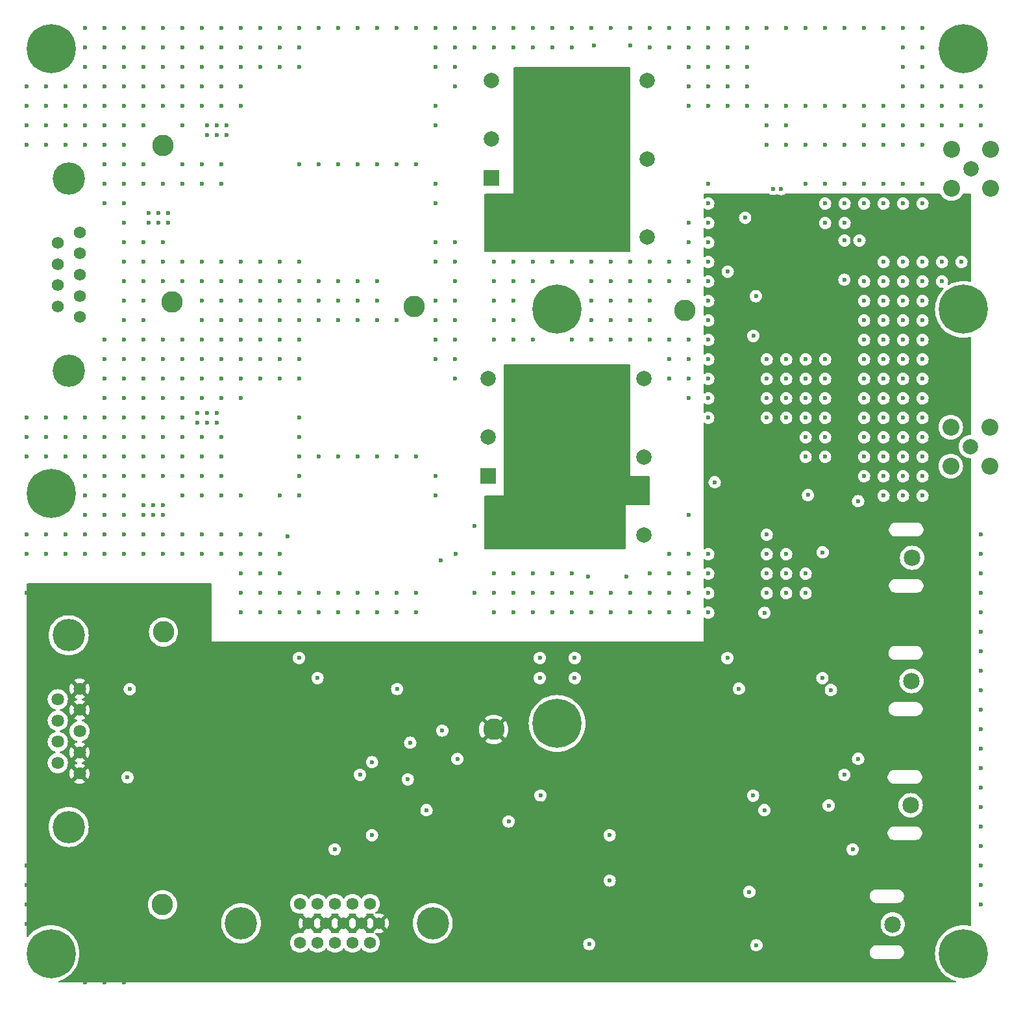
<source format=gbr>
%TF.GenerationSoftware,KiCad,Pcbnew,8.0.6*%
%TF.CreationDate,2025-05-16T10:58:21-04:00*%
%TF.ProjectId,3 - Charge_Pre-Amplifier,33202d20-4368-4617-9267-655f5072652d,rev?*%
%TF.SameCoordinates,Original*%
%TF.FileFunction,Copper,L7,Inr*%
%TF.FilePolarity,Positive*%
%FSLAX46Y46*%
G04 Gerber Fmt 4.6, Leading zero omitted, Abs format (unit mm)*
G04 Created by KiCad (PCBNEW 8.0.6) date 2025-05-16 10:58:21*
%MOMM*%
%LPD*%
G01*
G04 APERTURE LIST*
%TA.AperFunction,ComponentPad*%
%ADD10C,2.159000*%
%TD*%
%TA.AperFunction,ComponentPad*%
%ADD11R,2.000000X2.000000*%
%TD*%
%TA.AperFunction,ComponentPad*%
%ADD12C,2.000000*%
%TD*%
%TA.AperFunction,ComponentPad*%
%ADD13C,2.800000*%
%TD*%
%TA.AperFunction,ComponentPad*%
%ADD14C,1.560000*%
%TD*%
%TA.AperFunction,ComponentPad*%
%ADD15C,4.216000*%
%TD*%
%TA.AperFunction,ComponentPad*%
%ADD16C,2.006600*%
%TD*%
%TA.AperFunction,ComponentPad*%
%ADD17C,2.209800*%
%TD*%
%TA.AperFunction,ComponentPad*%
%ADD18C,6.400000*%
%TD*%
%TA.AperFunction,ComponentPad*%
%ADD19C,1.575000*%
%TD*%
%TA.AperFunction,ComponentPad*%
%ADD20C,1.635000*%
%TD*%
%TA.AperFunction,ViaPad*%
%ADD21C,0.600000*%
%TD*%
%TA.AperFunction,ViaPad*%
%ADD22C,1.500000*%
%TD*%
G04 APERTURE END LIST*
D10*
%TO.N,Net-(M3-Pad3)*%
%TO.C,P4*%
X323780000Y-170190201D03*
%TD*%
%TO.N,Net-(P3-Pad1)*%
%TO.C,P3*%
X326120000Y-154650000D03*
%TD*%
%TO.N,Net-(P2-Pad1)*%
%TO.C,P2*%
X326220000Y-138470201D03*
%TD*%
%TO.N,Net-(M4-Pad3)*%
%TO.C,P1*%
X326300000Y-122390000D03*
%TD*%
D11*
%TO.N,/Main_Converter/V_POS*%
%TO.C,U4*%
X271000000Y-111750000D03*
D12*
%TO.N,/Main_Converter/V_RTN*%
X271000000Y-106650000D03*
%TO.N,/PM_5V_RTN*%
X291300000Y-119450000D03*
%TO.N,unconnected-(U4-TRIM-Pad4)*%
X291300000Y-109250000D03*
%TO.N,/M5V*%
X291300000Y-99050000D03*
%TO.N,/Enable_CKT/Enable*%
X271000000Y-99050000D03*
%TD*%
D13*
%TO.N,/PM_5V_TELEM_RTN*%
%TO.C,Telem_RTN1*%
X271750000Y-144770000D03*
%TD*%
D14*
%TO.N,/V_SEC_RTN*%
%TO.C,J1*%
X217755000Y-79935000D03*
X217755000Y-82705000D03*
%TO.N,unconnected-(J1-Pad3)*%
X217755000Y-85475000D03*
%TO.N,/V_SEC_RTN*%
X217755000Y-88245000D03*
X217755000Y-91015000D03*
%TO.N,/V_SEC_IN*%
X214915000Y-81320000D03*
X214915000Y-84090000D03*
X214915000Y-86860000D03*
X214915000Y-89630000D03*
D15*
%TO.N,GNDPWR*%
X216335000Y-72975000D03*
X216335000Y-97975000D03*
%TD*%
D13*
%TO.N,/M5_TELEM*%
%TO.C,-5V1*%
X228660000Y-132080000D03*
%TD*%
D16*
%TO.N,/M5V_OUT*%
%TO.C,J4*%
X333883000Y-107895000D03*
D17*
%TO.N,/PM_5V_RTN*%
X336423000Y-105355000D03*
X331343000Y-105355000D03*
X331343000Y-110435000D03*
X336423000Y-110435000D03*
%TD*%
D18*
%TO.N,GNDPWR*%
%TO.C,H3*%
X333000000Y-90000000D03*
%TD*%
D13*
%TO.N,/P5_TELEM*%
%TO.C,+5V1*%
X228540000Y-167640000D03*
%TD*%
D18*
%TO.N,GNDPWR*%
%TO.C,H1*%
X214000000Y-56000000D03*
%TD*%
%TO.N,GNDPWR*%
%TO.C,H2*%
X333000000Y-56000000D03*
%TD*%
D19*
%TO.N,/TEMP_MON*%
%TO.C,J3*%
X255606000Y-167510000D03*
%TO.N,/M5V_V_MON*%
X253316000Y-167510000D03*
%TO.N,/P5V_V_MON*%
X251026000Y-167510000D03*
%TO.N,/M5V_I_MON*%
X248736000Y-167510000D03*
%TO.N,/P5V_I_MON*%
X246446000Y-167510000D03*
%TO.N,/PM_5V_TELEM_RTN*%
X256751000Y-170050000D03*
X254461000Y-170050000D03*
X252171000Y-170050000D03*
X249881000Y-170050000D03*
X247591000Y-170050000D03*
%TO.N,unconnected-(J3-Pad11)*%
X255606000Y-172590000D03*
%TO.N,unconnected-(J3-Pad12)*%
X253316000Y-172590000D03*
%TO.N,unconnected-(J3-Pad13)*%
X251026000Y-172590000D03*
%TO.N,/Enable+*%
X248736000Y-172590000D03*
%TO.N,/Enable-*%
X246446000Y-172590000D03*
D15*
%TO.N,GNDPWR*%
X238785000Y-170050000D03*
X263775000Y-170050000D03*
%TD*%
D16*
%TO.N,/P5V_OUT*%
%TO.C,J5*%
X334010000Y-71705000D03*
D17*
%TO.N,/PM_5V_RTN*%
X336550000Y-69165000D03*
X331470000Y-69165000D03*
X331470000Y-74245000D03*
X336550000Y-74245000D03*
%TD*%
D13*
%TO.N,/Enable_CKT/Enable*%
%TO.C,V_{EN}1*%
X261320000Y-89620000D03*
%TD*%
D18*
%TO.N,GNDPWR*%
%TO.C,H8*%
X280000000Y-90000000D03*
%TD*%
D20*
%TO.N,/PM_5V_TELEM_RTN*%
%TO.C,J2*%
X217720000Y-150540000D03*
X217720000Y-147770000D03*
%TO.N,unconnected-(J2-Pad3)*%
X217720000Y-145000000D03*
%TO.N,/PM_5V_TELEM_RTN*%
X217720000Y-142230000D03*
X217720000Y-139460000D03*
%TO.N,/P5_TELEM*%
X214880000Y-149155000D03*
X214880000Y-146385000D03*
%TO.N,/M5_TELEM*%
X214880000Y-143615000D03*
X214880000Y-140845000D03*
D15*
%TO.N,GNDPWR*%
X216300000Y-132500000D03*
X216300000Y-157500000D03*
%TD*%
D13*
%TO.N,/V_SEC_IN*%
%TO.C,+12V1*%
X228570000Y-68590000D03*
%TD*%
D18*
%TO.N,GNDPWR*%
%TO.C,H5*%
X280000000Y-144000000D03*
%TD*%
D11*
%TO.N,/Main_Converter1/V_POS*%
%TO.C,U1*%
X271470000Y-72865000D03*
D12*
%TO.N,/Main_Converter1/V_RTN*%
X271470000Y-67765000D03*
%TO.N,/P5V*%
X291770000Y-80565000D03*
%TO.N,unconnected-(U1-TRIM-Pad4)*%
X291770000Y-70365000D03*
%TO.N,/PM_5V_RTN*%
X291770000Y-60165000D03*
%TO.N,/Enable_CKT/Enable*%
X271470000Y-60165000D03*
%TD*%
D13*
%TO.N,/V_SEC_RTN*%
%TO.C,+12V_RTN1*%
X229810000Y-89060000D03*
%TD*%
%TO.N,/PM_5V_RTN*%
%TO.C,+/-5V_{RTN}1*%
X296700000Y-90100000D03*
%TD*%
D18*
%TO.N,GNDPWR*%
%TO.C,H7*%
X333000000Y-174000000D03*
%TD*%
%TO.N,GNDPWR*%
%TO.C,H4*%
X214000000Y-114000000D03*
%TD*%
%TO.N,GNDPWR*%
%TO.C,H9*%
X214000000Y-174000000D03*
%TD*%
D21*
%TO.N,/PM_5V_RTN*%
X289520000Y-55620000D03*
X289080000Y-124820000D03*
X319440000Y-81020000D03*
D22*
%TO.N,GNDPWR*%
X284480000Y-74930000D03*
X279400000Y-111760000D03*
X287020000Y-111760000D03*
X276860000Y-116840000D03*
X284480000Y-111760000D03*
X279400000Y-104140000D03*
X279400000Y-72390000D03*
X281940000Y-111760000D03*
X284480000Y-119380000D03*
X279400000Y-62230000D03*
X274320000Y-114300000D03*
X281940000Y-101600000D03*
X279400000Y-77470000D03*
X274320000Y-106680000D03*
X274320000Y-80010000D03*
X284480000Y-106680000D03*
X276860000Y-106680000D03*
X276860000Y-64770000D03*
X276860000Y-77470000D03*
X281940000Y-59690000D03*
X287020000Y-114300000D03*
X284480000Y-116840000D03*
X284480000Y-109220000D03*
X279400000Y-69850000D03*
X281940000Y-104140000D03*
X284480000Y-77470000D03*
X276860000Y-104140000D03*
X276860000Y-114300000D03*
X276860000Y-59690000D03*
X287020000Y-74930000D03*
X284480000Y-69850000D03*
X276860000Y-101600000D03*
X279400000Y-114300000D03*
X281940000Y-80010000D03*
X284480000Y-80010000D03*
X276860000Y-69850000D03*
X274320000Y-77470000D03*
X287020000Y-104140000D03*
X276860000Y-62230000D03*
X274320000Y-116840000D03*
X274320000Y-109220000D03*
X281940000Y-64770000D03*
X287020000Y-106680000D03*
X287020000Y-80010000D03*
X284480000Y-99060000D03*
X279400000Y-101600000D03*
X279400000Y-106680000D03*
X287020000Y-69850000D03*
X287020000Y-119380000D03*
X284480000Y-101600000D03*
X281940000Y-114300000D03*
X281940000Y-116840000D03*
X279400000Y-59690000D03*
X279400000Y-80010000D03*
X284480000Y-62230000D03*
X276860000Y-72390000D03*
X287020000Y-116840000D03*
X276860000Y-80010000D03*
X274320000Y-104140000D03*
X287020000Y-99060000D03*
X274320000Y-99060000D03*
X281940000Y-109220000D03*
X287020000Y-64770000D03*
X281940000Y-62230000D03*
X274320000Y-101600000D03*
X279400000Y-99060000D03*
X279400000Y-116840000D03*
D21*
X284010000Y-124810000D03*
D22*
X290195000Y-113665000D03*
X287020000Y-62230000D03*
X279400000Y-67310000D03*
X271780000Y-119380000D03*
X281940000Y-67310000D03*
X287020000Y-67310000D03*
X287020000Y-109220000D03*
X284480000Y-59690000D03*
X281940000Y-119380000D03*
X281940000Y-74930000D03*
X276860000Y-74930000D03*
D21*
X284810000Y-55620000D03*
D22*
X279400000Y-109220000D03*
X281940000Y-77470000D03*
X279400000Y-64770000D03*
X281940000Y-69850000D03*
X284480000Y-64770000D03*
X281940000Y-99060000D03*
X281940000Y-72390000D03*
X271780000Y-116840000D03*
X287020000Y-72390000D03*
X284480000Y-72390000D03*
X276860000Y-67310000D03*
X276860000Y-99060000D03*
X276860000Y-119380000D03*
X271780000Y-80010000D03*
X284480000Y-114300000D03*
X281940000Y-106680000D03*
X274320000Y-119380000D03*
X279400000Y-74930000D03*
X279400000Y-119380000D03*
X284480000Y-67310000D03*
X287020000Y-101600000D03*
X287020000Y-77470000D03*
X284480000Y-104140000D03*
X276860000Y-109220000D03*
X276860000Y-111760000D03*
X271780000Y-77470000D03*
X274320000Y-111760000D03*
X287020000Y-59690000D03*
D21*
%TO.N,/V_SEC_RTN*%
X276860000Y-93980000D03*
X320040000Y-63500000D03*
X299720000Y-81280000D03*
X269240000Y-127000000D03*
X297180000Y-53340000D03*
X233680000Y-60960000D03*
X236220000Y-60960000D03*
X220980000Y-93980000D03*
X246380000Y-86360000D03*
X236220000Y-119380000D03*
X223520000Y-60960000D03*
X226060000Y-119380000D03*
X302260000Y-53340000D03*
X284480000Y-83820000D03*
X238760000Y-127000000D03*
X327660000Y-55880000D03*
X238760000Y-91440000D03*
X233045000Y-103505000D03*
X233680000Y-53340000D03*
X236220000Y-101600000D03*
X314960000Y-53340000D03*
X213360000Y-121920000D03*
X325120000Y-111760000D03*
X235585000Y-67310000D03*
X231140000Y-93980000D03*
X325120000Y-101600000D03*
X213360000Y-104140000D03*
X261620000Y-127000000D03*
X317500000Y-63500000D03*
X241300000Y-53340000D03*
X287020000Y-53340000D03*
X281940000Y-129540000D03*
X218440000Y-104140000D03*
X307340000Y-121920000D03*
X215900000Y-63500000D03*
X325120000Y-88900000D03*
X215900000Y-109220000D03*
X248920000Y-53340000D03*
X226060000Y-55880000D03*
X226060000Y-60960000D03*
X309880000Y-101600000D03*
X236220000Y-86360000D03*
X264160000Y-91440000D03*
X332740000Y-60960000D03*
X314960000Y-109220000D03*
X223520000Y-83820000D03*
X241300000Y-99060000D03*
X299720000Y-93980000D03*
X220980000Y-68580000D03*
X325120000Y-93980000D03*
X320040000Y-106680000D03*
X220980000Y-111760000D03*
X327660000Y-99060000D03*
X233680000Y-83820000D03*
X228600000Y-60960000D03*
X297180000Y-60960000D03*
X243840000Y-53340000D03*
X297180000Y-101600000D03*
X241300000Y-127000000D03*
X210820000Y-60960000D03*
X271780000Y-55880000D03*
X289560000Y-127000000D03*
X309880000Y-121920000D03*
X210820000Y-66040000D03*
X294640000Y-83820000D03*
X284480000Y-129540000D03*
X223520000Y-104140000D03*
X327660000Y-111760000D03*
X236220000Y-109220000D03*
X256540000Y-53340000D03*
X325120000Y-99060000D03*
X312420000Y-68580000D03*
X238760000Y-60960000D03*
X226060000Y-83820000D03*
X299720000Y-86360000D03*
X220980000Y-71120000D03*
X294640000Y-55880000D03*
X231140000Y-71120000D03*
X309880000Y-127000000D03*
X325120000Y-109220000D03*
X220980000Y-66040000D03*
X299720000Y-76200000D03*
X320040000Y-101600000D03*
X213360000Y-119380000D03*
X231140000Y-86360000D03*
X236220000Y-63500000D03*
X294640000Y-127000000D03*
X325120000Y-63500000D03*
X231140000Y-104140000D03*
X266700000Y-60960000D03*
X231140000Y-119380000D03*
X231140000Y-101600000D03*
X223520000Y-73660000D03*
X223520000Y-93980000D03*
X320040000Y-99060000D03*
X236220000Y-88900000D03*
X289560000Y-83820000D03*
X226060000Y-109220000D03*
X309880000Y-53340000D03*
X274320000Y-83820000D03*
X234315000Y-103505000D03*
X327660000Y-104140000D03*
X279400000Y-127000000D03*
X241300000Y-55880000D03*
X292100000Y-88900000D03*
X281940000Y-124460000D03*
X223520000Y-109220000D03*
X228600000Y-86360000D03*
X264160000Y-96520000D03*
X241300000Y-88900000D03*
X236220000Y-73660000D03*
X312420000Y-63500000D03*
X256540000Y-129540000D03*
X231140000Y-53340000D03*
X325120000Y-86360000D03*
X292100000Y-55880000D03*
X223520000Y-63500000D03*
X231140000Y-58420000D03*
X271780000Y-83820000D03*
X325120000Y-55880000D03*
X235585000Y-66040000D03*
X281940000Y-127000000D03*
X322580000Y-111760000D03*
X226060000Y-86360000D03*
X264160000Y-111760000D03*
X327660000Y-109220000D03*
X215900000Y-121920000D03*
X274320000Y-127000000D03*
X220980000Y-101600000D03*
X231140000Y-83820000D03*
X259080000Y-109220000D03*
X251460000Y-129540000D03*
X320040000Y-93980000D03*
X215900000Y-106680000D03*
X238760000Y-86360000D03*
X220980000Y-109220000D03*
X271780000Y-129540000D03*
X251460000Y-127000000D03*
X226060000Y-73660000D03*
X228600000Y-55880000D03*
X320040000Y-68580000D03*
X299720000Y-124460000D03*
X228600000Y-96520000D03*
X309880000Y-96520000D03*
X297180000Y-116840000D03*
X218440000Y-109220000D03*
X220980000Y-116840000D03*
X213360000Y-66040000D03*
X220980000Y-119380000D03*
X307340000Y-104140000D03*
X248920000Y-88900000D03*
X220980000Y-73660000D03*
X292100000Y-93980000D03*
X236220000Y-58420000D03*
X309880000Y-104140000D03*
X276860000Y-86360000D03*
X228600000Y-99060000D03*
X299720000Y-53340000D03*
X304800000Y-53340000D03*
X228600000Y-106680000D03*
X284480000Y-91440000D03*
X238760000Y-129540000D03*
X233680000Y-109220000D03*
X223520000Y-53340000D03*
X294640000Y-124460000D03*
X297180000Y-96520000D03*
X322580000Y-63500000D03*
X243840000Y-96520000D03*
X312420000Y-127000000D03*
X297180000Y-127000000D03*
X223520000Y-88900000D03*
X314960000Y-104140000D03*
X264160000Y-58420000D03*
X233680000Y-96520000D03*
X243840000Y-83820000D03*
X292100000Y-124460000D03*
X223520000Y-81280000D03*
X320040000Y-76200000D03*
X226060000Y-91440000D03*
X238760000Y-58420000D03*
X210820000Y-106680000D03*
X287020000Y-91440000D03*
X236220000Y-71120000D03*
X279400000Y-129540000D03*
X241300000Y-121920000D03*
X274320000Y-93980000D03*
X327660000Y-93980000D03*
X226060000Y-99060000D03*
X238760000Y-99060000D03*
X299720000Y-127000000D03*
X246380000Y-96520000D03*
X307340000Y-101600000D03*
X289560000Y-129540000D03*
X269240000Y-53340000D03*
X233680000Y-101600000D03*
X312420000Y-101600000D03*
X322580000Y-104140000D03*
X292100000Y-127000000D03*
X236220000Y-99060000D03*
X246380000Y-58420000D03*
X215900000Y-60960000D03*
X246380000Y-111760000D03*
X292100000Y-83820000D03*
X248920000Y-109220000D03*
X231140000Y-99060000D03*
X243840000Y-58420000D03*
X223520000Y-58420000D03*
X228600000Y-119380000D03*
X332740000Y-63500000D03*
X213360000Y-109220000D03*
X243840000Y-127000000D03*
X264160000Y-55880000D03*
X246380000Y-127000000D03*
X231140000Y-114300000D03*
X228600000Y-53340000D03*
X325120000Y-68580000D03*
X231140000Y-73660000D03*
X325120000Y-53340000D03*
X218440000Y-53340000D03*
X307340000Y-124460000D03*
X327660000Y-66040000D03*
X294640000Y-93980000D03*
X299720000Y-121920000D03*
X210820000Y-119380000D03*
X281940000Y-83820000D03*
X236220000Y-96520000D03*
X322580000Y-99060000D03*
X241300000Y-129540000D03*
X236220000Y-53340000D03*
X302260000Y-55880000D03*
X304800000Y-63500000D03*
X243840000Y-55880000D03*
X279400000Y-55880000D03*
X274320000Y-53340000D03*
X256540000Y-86360000D03*
X246380000Y-71120000D03*
X238760000Y-53340000D03*
X238760000Y-83820000D03*
X261620000Y-53340000D03*
X264160000Y-53340000D03*
X218440000Y-111760000D03*
X287020000Y-88900000D03*
X294640000Y-96520000D03*
X220980000Y-60960000D03*
X266700000Y-88900000D03*
X281940000Y-55880000D03*
X259080000Y-129540000D03*
X276860000Y-127000000D03*
X264160000Y-114300000D03*
X251460000Y-109220000D03*
X330200000Y-63500000D03*
X264160000Y-66040000D03*
X220980000Y-114300000D03*
X284480000Y-93980000D03*
X246380000Y-109220000D03*
X335280000Y-60960000D03*
X317500000Y-78740000D03*
X220980000Y-121920000D03*
X325120000Y-73660000D03*
X307340000Y-63500000D03*
X276860000Y-124460000D03*
X297180000Y-124460000D03*
X233680000Y-71120000D03*
X256540000Y-109220000D03*
X226060000Y-96520000D03*
X248920000Y-127000000D03*
X243840000Y-86360000D03*
X261620000Y-109220000D03*
X320040000Y-111760000D03*
X327660000Y-88900000D03*
X254000000Y-71120000D03*
X254000000Y-53340000D03*
X218440000Y-121920000D03*
X309880000Y-63500000D03*
X309880000Y-68580000D03*
X274320000Y-129540000D03*
X254000000Y-91440000D03*
X332740000Y-66040000D03*
X218440000Y-58420000D03*
X226060000Y-101600000D03*
X235585000Y-103505000D03*
X325120000Y-83820000D03*
X266700000Y-99060000D03*
X312420000Y-106680000D03*
X314960000Y-78740000D03*
X266700000Y-86360000D03*
X307340000Y-96520000D03*
X246380000Y-99060000D03*
X271780000Y-127000000D03*
X320040000Y-104140000D03*
X215900000Y-68580000D03*
X314960000Y-68580000D03*
X307340000Y-119380000D03*
X223520000Y-66040000D03*
X210820000Y-63500000D03*
X312420000Y-99060000D03*
X231140000Y-66040000D03*
X243840000Y-91440000D03*
X264160000Y-93980000D03*
X243840000Y-124460000D03*
X246380000Y-104140000D03*
X236855000Y-66040000D03*
X223520000Y-71120000D03*
X297180000Y-83820000D03*
X223520000Y-111760000D03*
X322580000Y-68580000D03*
X220980000Y-106680000D03*
X236220000Y-106680000D03*
X292100000Y-91440000D03*
X287020000Y-129540000D03*
X322580000Y-88900000D03*
X325120000Y-96520000D03*
X215900000Y-66040000D03*
X243840000Y-129540000D03*
X234315000Y-104775000D03*
X317500000Y-73660000D03*
X332740000Y-83820000D03*
X228600000Y-93980000D03*
X233680000Y-111760000D03*
X266700000Y-91440000D03*
X226060000Y-58420000D03*
X231140000Y-96520000D03*
X254000000Y-129540000D03*
X271780000Y-86360000D03*
X246380000Y-129540000D03*
X251460000Y-71120000D03*
X259080000Y-71120000D03*
X294640000Y-129540000D03*
X299720000Y-96520000D03*
X246380000Y-53340000D03*
X223520000Y-55880000D03*
X307340000Y-127000000D03*
X254000000Y-109220000D03*
X256540000Y-71120000D03*
X241300000Y-119380000D03*
X231140000Y-109220000D03*
X264160000Y-76200000D03*
X327660000Y-86360000D03*
X241300000Y-83820000D03*
X228600000Y-104140000D03*
X233680000Y-88900000D03*
X246380000Y-83820000D03*
X314960000Y-63500000D03*
X226060000Y-121920000D03*
X220980000Y-55880000D03*
X322580000Y-73660000D03*
X218440000Y-106680000D03*
X243840000Y-99060000D03*
X266700000Y-58420000D03*
X241300000Y-96520000D03*
X231140000Y-106680000D03*
X274320000Y-91440000D03*
X320040000Y-66040000D03*
X327660000Y-83820000D03*
X246380000Y-93980000D03*
X228600000Y-111760000D03*
X220980000Y-99060000D03*
X264160000Y-88900000D03*
X299720000Y-101600000D03*
X233680000Y-106680000D03*
X256540000Y-127000000D03*
X312420000Y-104140000D03*
X299720000Y-91440000D03*
X228600000Y-58420000D03*
X327660000Y-96520000D03*
X238760000Y-124460000D03*
X304800000Y-58420000D03*
X314960000Y-106680000D03*
X233680000Y-121920000D03*
X322580000Y-66040000D03*
X264160000Y-81280000D03*
X233680000Y-58420000D03*
X271780000Y-91440000D03*
X213360000Y-60960000D03*
X314960000Y-99060000D03*
X238760000Y-93980000D03*
X312420000Y-109220000D03*
X231140000Y-63500000D03*
X236220000Y-121920000D03*
X254000000Y-127000000D03*
X236220000Y-93980000D03*
X220980000Y-96520000D03*
X220980000Y-104140000D03*
X276860000Y-53340000D03*
X327660000Y-106680000D03*
X236220000Y-114300000D03*
X299720000Y-55880000D03*
X279400000Y-53340000D03*
X317500000Y-68580000D03*
X322580000Y-96520000D03*
X243840000Y-114300000D03*
X246380000Y-114300000D03*
X320040000Y-86360000D03*
X314960000Y-96520000D03*
X330200000Y-60960000D03*
X259080000Y-127000000D03*
X297180000Y-63500000D03*
X299720000Y-83820000D03*
X297180000Y-93980000D03*
X223520000Y-119380000D03*
X220980000Y-63500000D03*
X228600000Y-121920000D03*
X226060000Y-66040000D03*
X264160000Y-73660000D03*
X294640000Y-86360000D03*
X327660000Y-76200000D03*
X210820000Y-104140000D03*
X327660000Y-58420000D03*
X307340000Y-99060000D03*
X327660000Y-73660000D03*
X335280000Y-63500000D03*
X223520000Y-101600000D03*
X251460000Y-86360000D03*
X228600000Y-81280000D03*
X238760000Y-88900000D03*
X223520000Y-68580000D03*
X276860000Y-83820000D03*
X251460000Y-53340000D03*
X314960000Y-76200000D03*
X327660000Y-114300000D03*
X233680000Y-91440000D03*
X279400000Y-124460000D03*
X322580000Y-106680000D03*
X294640000Y-121920000D03*
X233680000Y-63500000D03*
X243840000Y-88900000D03*
X241300000Y-124460000D03*
X233680000Y-73660000D03*
X309880000Y-99060000D03*
X226060000Y-81280000D03*
X287020000Y-86360000D03*
X266700000Y-83820000D03*
X287020000Y-83820000D03*
X325120000Y-91440000D03*
X299720000Y-63500000D03*
X236220000Y-91440000D03*
X223520000Y-76200000D03*
X299720000Y-129540000D03*
X292100000Y-129540000D03*
X327660000Y-63500000D03*
X322580000Y-86360000D03*
X231140000Y-55880000D03*
X231140000Y-60960000D03*
X223520000Y-86360000D03*
X327660000Y-53340000D03*
X276860000Y-129540000D03*
X307340000Y-68580000D03*
X284480000Y-127000000D03*
X243840000Y-121920000D03*
X322580000Y-91440000D03*
X327660000Y-60960000D03*
X299720000Y-104140000D03*
X307340000Y-66040000D03*
X274320000Y-86360000D03*
X213360000Y-106680000D03*
X251460000Y-91440000D03*
X254000000Y-86360000D03*
X238760000Y-114300000D03*
X223520000Y-121920000D03*
X302260000Y-58420000D03*
X233045000Y-104775000D03*
X233680000Y-86360000D03*
X325120000Y-66040000D03*
X322580000Y-53340000D03*
X233680000Y-93980000D03*
X218440000Y-116840000D03*
X320040000Y-96520000D03*
X327660000Y-91440000D03*
X309880000Y-124460000D03*
X299720000Y-58420000D03*
X218440000Y-60960000D03*
X218440000Y-114300000D03*
X302260000Y-63500000D03*
X289560000Y-53340000D03*
X330200000Y-66040000D03*
X228600000Y-63500000D03*
X226060000Y-111760000D03*
X223520000Y-78740000D03*
X246380000Y-91440000D03*
X215900000Y-104140000D03*
X325120000Y-60960000D03*
X246380000Y-55880000D03*
X226060000Y-53340000D03*
X299720000Y-60960000D03*
X233680000Y-114300000D03*
X226060000Y-104140000D03*
X304800000Y-60960000D03*
X231140000Y-121920000D03*
X236220000Y-55880000D03*
X238760000Y-55880000D03*
X325120000Y-106680000D03*
X299720000Y-73660000D03*
X223520000Y-91440000D03*
X320040000Y-109220000D03*
X238760000Y-96520000D03*
X248920000Y-91440000D03*
X241300000Y-93980000D03*
X297180000Y-55880000D03*
X312420000Y-53340000D03*
X236220000Y-111760000D03*
X210820000Y-109220000D03*
X228600000Y-73660000D03*
X312420000Y-124460000D03*
X314960000Y-73660000D03*
X330200000Y-83820000D03*
X210820000Y-121920000D03*
X302260000Y-60960000D03*
X289560000Y-93980000D03*
X238760000Y-119380000D03*
X243840000Y-93980000D03*
X259080000Y-91440000D03*
X220980000Y-53340000D03*
X325120000Y-114300000D03*
X220980000Y-58420000D03*
X228600000Y-83820000D03*
X223520000Y-114300000D03*
X312420000Y-73660000D03*
X322580000Y-109220000D03*
X297180000Y-78740000D03*
X218440000Y-68580000D03*
X266700000Y-81280000D03*
X327660000Y-68580000D03*
X284480000Y-53340000D03*
X304800000Y-55880000D03*
X228600000Y-101600000D03*
X256540000Y-91440000D03*
X317500000Y-53340000D03*
X220980000Y-76200000D03*
X236220000Y-83820000D03*
X241300000Y-91440000D03*
X234315000Y-67310000D03*
X238760000Y-63500000D03*
X226060000Y-93980000D03*
X287020000Y-93980000D03*
X256540000Y-88900000D03*
X254000000Y-88900000D03*
X325120000Y-76200000D03*
X246380000Y-88900000D03*
X226060000Y-88900000D03*
X299720000Y-88900000D03*
X226060000Y-106680000D03*
X320040000Y-53340000D03*
X226060000Y-71120000D03*
X322580000Y-101600000D03*
X223520000Y-106680000D03*
X281940000Y-53340000D03*
X322580000Y-76200000D03*
X248920000Y-86360000D03*
X320040000Y-88900000D03*
X266700000Y-96520000D03*
X307340000Y-53340000D03*
X231140000Y-111760000D03*
X322580000Y-83820000D03*
X269240000Y-55880000D03*
X320040000Y-91440000D03*
X228600000Y-109220000D03*
X299720000Y-78740000D03*
X218440000Y-66040000D03*
X325120000Y-58420000D03*
X261620000Y-71120000D03*
X294640000Y-53340000D03*
X223520000Y-116840000D03*
X238760000Y-101600000D03*
X246380000Y-106680000D03*
X309880000Y-66040000D03*
X292100000Y-53340000D03*
X294640000Y-99060000D03*
X335280000Y-66040000D03*
X297180000Y-81280000D03*
X226060000Y-63500000D03*
X261620000Y-129540000D03*
X264160000Y-63500000D03*
X320040000Y-73660000D03*
X271780000Y-124460000D03*
X236855000Y-67310000D03*
X274320000Y-55880000D03*
X289560000Y-88900000D03*
X218440000Y-63500000D03*
X264160000Y-83820000D03*
X271780000Y-93980000D03*
X223520000Y-99060000D03*
X276860000Y-55880000D03*
X251460000Y-88900000D03*
X259080000Y-53340000D03*
X234315000Y-66040000D03*
X266700000Y-93980000D03*
X287020000Y-127000000D03*
X274320000Y-88900000D03*
X248920000Y-129540000D03*
X233680000Y-99060000D03*
X330200000Y-86360000D03*
X210820000Y-68580000D03*
X218440000Y-119380000D03*
X279400000Y-83820000D03*
X266700000Y-53340000D03*
X297180000Y-86360000D03*
X289560000Y-91440000D03*
X289560000Y-86360000D03*
X213360000Y-63500000D03*
X241300000Y-58420000D03*
X238760000Y-121920000D03*
X299720000Y-99060000D03*
X314960000Y-101600000D03*
X325120000Y-104140000D03*
X274320000Y-124460000D03*
X297180000Y-121920000D03*
X218440000Y-55880000D03*
X213360000Y-68580000D03*
X317500000Y-76200000D03*
X284480000Y-88900000D03*
X233680000Y-119380000D03*
X297180000Y-58420000D03*
X266700000Y-55880000D03*
X312420000Y-96520000D03*
X327660000Y-101600000D03*
X322580000Y-93980000D03*
X284480000Y-86360000D03*
X241300000Y-86360000D03*
X235585000Y-104775000D03*
X215900000Y-119380000D03*
X292100000Y-86360000D03*
X223520000Y-96520000D03*
X271780000Y-88900000D03*
X322580000Y-114300000D03*
X271780000Y-53340000D03*
X297180000Y-129540000D03*
X281940000Y-93980000D03*
X233680000Y-55880000D03*
X297180000Y-99060000D03*
X248920000Y-71120000D03*
%TO.N,/P5V*%
X308175000Y-74295000D03*
%TO.N,/P5_TELEM*%
X259150000Y-139510000D03*
X305997500Y-172920000D03*
X315430000Y-154700000D03*
X223970000Y-151017500D03*
X305936200Y-88275000D03*
X224270000Y-139530000D03*
X315720000Y-139630000D03*
X303720000Y-139470000D03*
%TO.N,/M5V*%
X300560000Y-112540000D03*
%TO.N,/PM_5V_TELEM_RTN*%
X269240000Y-168910000D03*
X264160000Y-163830000D03*
X220980000Y-129540000D03*
X247650000Y-157480000D03*
X299720000Y-142240000D03*
X261620000Y-163830000D03*
X233680000Y-175260000D03*
X231140000Y-170180000D03*
X297180000Y-157480000D03*
X330200000Y-147320000D03*
X312420000Y-162560000D03*
X297180000Y-162560000D03*
X314960000Y-175260000D03*
X265940000Y-153650000D03*
X247650000Y-152400000D03*
X274320000Y-161290000D03*
X332740000Y-149860000D03*
X233680000Y-134620000D03*
X231140000Y-134620000D03*
X297180000Y-144780000D03*
X276860000Y-137160000D03*
X231140000Y-147320000D03*
X274320000Y-147320000D03*
X223520000Y-177800000D03*
X228600000Y-172720000D03*
X299720000Y-147320000D03*
X247650000Y-142240000D03*
X252730000Y-152400000D03*
X335280000Y-129540000D03*
X307340000Y-175260000D03*
X335280000Y-162560000D03*
X297180000Y-147320000D03*
X335280000Y-119380000D03*
X213360000Y-127000000D03*
X233680000Y-142240000D03*
X304800000Y-162560000D03*
X238760000Y-134620000D03*
X215900000Y-162560000D03*
X322580000Y-132080000D03*
X250190000Y-162560000D03*
X271780000Y-137160000D03*
X250190000Y-142240000D03*
X302260000Y-144780000D03*
X274320000Y-166370000D03*
X231140000Y-175260000D03*
X335280000Y-157480000D03*
X320040000Y-127000000D03*
X309880000Y-152400000D03*
X327660000Y-144780000D03*
X304800000Y-175260000D03*
X247650000Y-147320000D03*
X302260000Y-147320000D03*
X279110000Y-175649800D03*
X269240000Y-176530000D03*
X335280000Y-165100000D03*
X252730000Y-154940000D03*
X309880000Y-157480000D03*
X271780000Y-171450000D03*
X220980000Y-134620000D03*
X284480000Y-147320000D03*
X312420000Y-134620000D03*
X236220000Y-149860000D03*
X332740000Y-121920000D03*
X236220000Y-134620000D03*
X325120000Y-144780000D03*
X299720000Y-137160000D03*
X302260000Y-157480000D03*
X312420000Y-137160000D03*
X218440000Y-172720000D03*
X231140000Y-142240000D03*
X261620000Y-157480000D03*
X271780000Y-166370000D03*
X269240000Y-147320000D03*
X236220000Y-144780000D03*
X332740000Y-119380000D03*
X238760000Y-144780000D03*
X294640000Y-157480000D03*
X231140000Y-137160000D03*
X269240000Y-157480000D03*
X277890000Y-154410000D03*
X228600000Y-127000000D03*
X226060000Y-175260000D03*
X236220000Y-147320000D03*
X332740000Y-139700000D03*
X264160000Y-157480000D03*
X221970000Y-158010000D03*
X266700000Y-161290000D03*
X269240000Y-161290000D03*
X315380000Y-161940000D03*
X335280000Y-142240000D03*
X335280000Y-127000000D03*
X241300000Y-162560000D03*
X247650000Y-144780000D03*
X299720000Y-134620000D03*
X228600000Y-160020000D03*
X269240000Y-137160000D03*
X226060000Y-144780000D03*
X257960000Y-151610000D03*
X261620000Y-134620000D03*
X335280000Y-149860000D03*
X335280000Y-124460000D03*
X218440000Y-127000000D03*
X312420000Y-157480000D03*
X281510000Y-156450000D03*
X256540000Y-134620000D03*
X243840000Y-142240000D03*
X226060000Y-165100000D03*
X247650000Y-162560000D03*
X276860000Y-166370000D03*
X312420000Y-147320000D03*
X274320000Y-173990000D03*
X287020000Y-147320000D03*
X332740000Y-167640000D03*
X294640000Y-142240000D03*
X332740000Y-137160000D03*
X241300000Y-137160000D03*
X243840000Y-152400000D03*
X327660000Y-132080000D03*
X297180000Y-137160000D03*
X274320000Y-142240000D03*
X256540000Y-137160000D03*
X266700000Y-144780000D03*
X233680000Y-172720000D03*
X251460000Y-134620000D03*
X231140000Y-160020000D03*
X304800000Y-142240000D03*
X327660000Y-147320000D03*
X218440000Y-162560000D03*
X309880000Y-175260000D03*
X271780000Y-134620000D03*
X305445000Y-81840000D03*
X320390000Y-129570000D03*
X325120000Y-132080000D03*
X215900000Y-127000000D03*
X327660000Y-129540000D03*
X332740000Y-134620000D03*
X250190000Y-154940000D03*
X233680000Y-132080000D03*
X289560000Y-144780000D03*
X274320000Y-137160000D03*
X234070000Y-155860000D03*
X302260000Y-175260000D03*
X250190000Y-152400000D03*
X289560000Y-137160000D03*
X271780000Y-147320000D03*
X274320000Y-176530000D03*
X294640000Y-144780000D03*
X289560000Y-147320000D03*
X322580000Y-162560000D03*
X234220000Y-161135000D03*
X322580000Y-144780000D03*
X220980000Y-132080000D03*
X231140000Y-127000000D03*
X250190000Y-147320000D03*
X297180000Y-142240000D03*
X271780000Y-176530000D03*
X243840000Y-134620000D03*
X220980000Y-167640000D03*
X292257500Y-164469800D03*
X311127500Y-172920000D03*
X223520000Y-129540000D03*
X243840000Y-137160000D03*
X332740000Y-127000000D03*
X312420000Y-144780000D03*
X276860000Y-163830000D03*
X335280000Y-134620000D03*
X335280000Y-167640000D03*
X311817500Y-165960000D03*
X233680000Y-144780000D03*
X292100000Y-157480000D03*
X254000000Y-134620000D03*
X269240000Y-173990000D03*
X335280000Y-147320000D03*
X335280000Y-152400000D03*
X266700000Y-157480000D03*
X312745000Y-112955000D03*
X220980000Y-177800000D03*
X287020000Y-142240000D03*
X241300000Y-154940000D03*
X320040000Y-119380000D03*
X226060000Y-129540000D03*
X327660000Y-162560000D03*
X261620000Y-161290000D03*
X289560000Y-157480000D03*
X269240000Y-166370000D03*
X250190000Y-157480000D03*
X220980000Y-175260000D03*
X241300000Y-149860000D03*
X236220000Y-137160000D03*
X233680000Y-167640000D03*
X241300000Y-134620000D03*
X332740000Y-154940000D03*
X287020000Y-137160000D03*
X223520000Y-170180000D03*
X289377500Y-174329800D03*
X223520000Y-162560000D03*
X294640000Y-162560000D03*
X312420000Y-142240000D03*
X276860000Y-134620000D03*
X243840000Y-160020000D03*
X226060000Y-172720000D03*
X332740000Y-144780000D03*
X261620000Y-137160000D03*
X228600000Y-175260000D03*
X247650000Y-149860000D03*
X210820000Y-167640000D03*
X287020000Y-144780000D03*
X325120000Y-129540000D03*
X218440000Y-167640000D03*
X236220000Y-142240000D03*
X233680000Y-127000000D03*
X322580000Y-147320000D03*
X233680000Y-170180000D03*
X254000000Y-137160000D03*
X332740000Y-157480000D03*
X294640000Y-134620000D03*
X238760000Y-137160000D03*
X241300000Y-157480000D03*
X250190000Y-149860000D03*
X247650000Y-154940000D03*
X243840000Y-162560000D03*
X274320000Y-163830000D03*
X226060000Y-170180000D03*
X220980000Y-137160000D03*
X276860000Y-173990000D03*
X292100000Y-142240000D03*
X215900000Y-165100000D03*
X220980000Y-170180000D03*
X297180000Y-134620000D03*
X223520000Y-127000000D03*
X287020000Y-134620000D03*
X284480000Y-134620000D03*
X265010000Y-141820000D03*
X276860000Y-168910000D03*
X292100000Y-134620000D03*
X225610000Y-146590000D03*
X332740000Y-152400000D03*
X289560000Y-142240000D03*
X297180000Y-175260000D03*
X243840000Y-149860000D03*
X210820000Y-127000000D03*
X312420000Y-152400000D03*
X335280000Y-139700000D03*
X289560000Y-134620000D03*
X332740000Y-124460000D03*
X325120000Y-162560000D03*
X309880000Y-147320000D03*
X313365000Y-77415000D03*
X269240000Y-171450000D03*
X252730000Y-147320000D03*
X223520000Y-160020000D03*
X259080000Y-161290000D03*
X292100000Y-147320000D03*
X210820000Y-170180000D03*
X231140000Y-144780000D03*
X292100000Y-144780000D03*
X213360000Y-167640000D03*
X332740000Y-147320000D03*
X243840000Y-154940000D03*
X233680000Y-137160000D03*
X242990000Y-147930000D03*
X243840000Y-144780000D03*
X241300000Y-152400000D03*
X312420000Y-154940000D03*
X218440000Y-165100000D03*
X330200000Y-144780000D03*
X309880000Y-162560000D03*
X284480000Y-144780000D03*
X271780000Y-173990000D03*
X271780000Y-168910000D03*
X335280000Y-121920000D03*
X233680000Y-147320000D03*
X210820000Y-165100000D03*
X259080000Y-134620000D03*
X222530000Y-154690000D03*
X264160000Y-161290000D03*
X320040000Y-124460000D03*
X294640000Y-137160000D03*
X292100000Y-137160000D03*
X325120000Y-147320000D03*
X302260000Y-162560000D03*
X335280000Y-137160000D03*
X304350000Y-113580000D03*
X269240000Y-163830000D03*
X274320000Y-134620000D03*
X231140000Y-129540000D03*
X228600000Y-162560000D03*
X251460000Y-137160000D03*
X243840000Y-157480000D03*
X220980000Y-127000000D03*
X335280000Y-160020000D03*
X307340000Y-162560000D03*
X228600000Y-142240000D03*
X226060000Y-160020000D03*
X304800000Y-147320000D03*
X294640000Y-147320000D03*
X223520000Y-137160000D03*
X259080000Y-137160000D03*
X276860000Y-161290000D03*
X322580000Y-129540000D03*
X228600000Y-137160000D03*
X223520000Y-132080000D03*
X231140000Y-172720000D03*
X259080000Y-163830000D03*
X248920000Y-134620000D03*
X309880000Y-154940000D03*
X226060000Y-137160000D03*
X302260000Y-142240000D03*
X218440000Y-177800000D03*
X332740000Y-142240000D03*
X284480000Y-137160000D03*
X335280000Y-144780000D03*
X226060000Y-127000000D03*
X274320000Y-168910000D03*
X271780000Y-142240000D03*
X269240000Y-142240000D03*
X304535000Y-76775000D03*
X299720000Y-175260000D03*
X304800000Y-157480000D03*
X284480000Y-142240000D03*
X294640000Y-175260000D03*
X238760000Y-142240000D03*
X335280000Y-154940000D03*
X312420000Y-175260000D03*
X276860000Y-176530000D03*
X218440000Y-175260000D03*
X259080000Y-157480000D03*
X233680000Y-165100000D03*
X226060000Y-142240000D03*
X233680000Y-129540000D03*
X276860000Y-171450000D03*
X299720000Y-157480000D03*
X210820000Y-162560000D03*
X309880000Y-142240000D03*
X266700000Y-163830000D03*
X312576200Y-94715000D03*
X226060000Y-134620000D03*
X311145000Y-118195000D03*
X335280000Y-132080000D03*
X252730000Y-149860000D03*
X271780000Y-157480000D03*
X309880000Y-137160000D03*
X299720000Y-144780000D03*
X309880000Y-144780000D03*
X233680000Y-149860000D03*
X241300000Y-160020000D03*
X223520000Y-134620000D03*
X307340000Y-157480000D03*
X231140000Y-165100000D03*
X226060000Y-162560000D03*
X295177500Y-167840000D03*
X223520000Y-172720000D03*
X274320000Y-171450000D03*
X231140000Y-162560000D03*
X317500000Y-175260000D03*
X269240000Y-134620000D03*
X309880000Y-134620000D03*
X228600000Y-144780000D03*
X247650000Y-160020000D03*
X304800000Y-144780000D03*
X233680000Y-162560000D03*
%TO.N,/M5_TELEM*%
X284210000Y-172779800D03*
%TO.N,/Telemetry_CKT/V3p3*%
X265020000Y-144920000D03*
X305067500Y-165957500D03*
X304535000Y-78045000D03*
X312735000Y-114215000D03*
X273680000Y-156780000D03*
%TO.N,Net-(C31-Pad2)*%
X314645000Y-121675000D03*
X282310000Y-138080000D03*
X314610000Y-138080000D03*
%TO.N,Net-(C32-Pad2)*%
X282310000Y-135460000D03*
X302220000Y-135460000D03*
X302255000Y-85075000D03*
%TO.N,/Telemetry_CKT/nV3p3*%
X286860000Y-158570000D03*
X255870000Y-149050000D03*
X255860000Y-158570000D03*
X286860000Y-164479800D03*
%TO.N,/V_SEC_IN*%
X226060000Y-115570000D03*
X227965000Y-77470000D03*
X227330000Y-115570000D03*
X227965000Y-78740000D03*
X228600000Y-116840000D03*
X229235000Y-77470000D03*
X227330000Y-116840000D03*
X226060000Y-116840000D03*
X244820000Y-119630000D03*
X226695000Y-77470000D03*
X226695000Y-78740000D03*
X229235000Y-78740000D03*
X228600000Y-115570000D03*
%TO.N,/M5V_V_MON*%
X307050000Y-129580000D03*
X262970000Y-155300000D03*
X307040000Y-155300000D03*
%TO.N,/M5V_I_MON*%
X277760000Y-138080000D03*
X248750000Y-138080000D03*
%TO.N,/P5V_I_MON*%
X246350000Y-135460000D03*
X277760000Y-135460000D03*
%TO.N,/P5V_V_MON*%
X251000000Y-160420000D03*
X318560000Y-160420000D03*
%TO.N,/P5V_OUT*%
X309235000Y-74305000D03*
X317490000Y-81010000D03*
%TO.N,Net-(M2-Pad1)*%
X264860000Y-122740000D03*
%TO.N,/Enable_CKT/Enable*%
X266760000Y-121840000D03*
X269210000Y-118230000D03*
%TO.N,/Telemetry_CKT/V_TEMP*%
X305570000Y-153400000D03*
X277840000Y-153400000D03*
X305605000Y-93455000D03*
%TO.N,Net-(U11A-+INA)*%
X317480000Y-150690000D03*
X254290000Y-150690000D03*
X317480000Y-86140000D03*
%TO.N,Net-(U11B--INB)*%
X319270000Y-115010000D03*
X319270000Y-148610000D03*
X266990000Y-148630000D03*
%TO.N,Net-(U11B-B_OUT)*%
X260850000Y-146510000D03*
X260530000Y-151290000D03*
%TD*%
%TA.AperFunction,Conductor*%
%TO.N,GNDPWR*%
G36*
X289503039Y-97174685D02*
G01*
X289548794Y-97227489D01*
X289560000Y-97279000D01*
X289560000Y-111760000D01*
X291976000Y-111760000D01*
X292043039Y-111779685D01*
X292088794Y-111832489D01*
X292100000Y-111884000D01*
X292100000Y-115446000D01*
X292080315Y-115513039D01*
X292027511Y-115558794D01*
X291976000Y-115570000D01*
X288925000Y-115570000D01*
X288925000Y-121161000D01*
X288905315Y-121228039D01*
X288852511Y-121273794D01*
X288801000Y-121285000D01*
X270634000Y-121285000D01*
X270566961Y-121265315D01*
X270521206Y-121212511D01*
X270510000Y-121161000D01*
X270510000Y-114424000D01*
X270529685Y-114356961D01*
X270582489Y-114311206D01*
X270634000Y-114300000D01*
X273050000Y-114300000D01*
X273050000Y-97279000D01*
X273069685Y-97211961D01*
X273122489Y-97166206D01*
X273174000Y-97155000D01*
X289436000Y-97155000D01*
X289503039Y-97174685D01*
G37*
%TD.AperFunction*%
%TD*%
%TA.AperFunction,Conductor*%
%TO.N,GNDPWR*%
G36*
X289503039Y-58439685D02*
G01*
X289548794Y-58492489D01*
X289560000Y-58544000D01*
X289560000Y-82426000D01*
X289540315Y-82493039D01*
X289487511Y-82538794D01*
X289436000Y-82550000D01*
X270634000Y-82550000D01*
X270566961Y-82530315D01*
X270521206Y-82477511D01*
X270510000Y-82426000D01*
X270510000Y-75054000D01*
X270529685Y-74986961D01*
X270582489Y-74941206D01*
X270634000Y-74930000D01*
X274320000Y-74930000D01*
X274320000Y-58544000D01*
X274339685Y-58476961D01*
X274392489Y-58431206D01*
X274444000Y-58420000D01*
X289436000Y-58420000D01*
X289503039Y-58439685D01*
G37*
%TD.AperFunction*%
%TD*%
%TA.AperFunction,Conductor*%
%TO.N,/PM_5V_TELEM_RTN*%
G36*
X249391778Y-170252642D02*
G01*
X249460896Y-170372357D01*
X249558643Y-170470104D01*
X249678358Y-170539222D01*
X249731177Y-170553375D01*
X249164501Y-171120049D01*
X249169878Y-171123814D01*
X249213503Y-171178391D01*
X249220697Y-171247889D01*
X249189174Y-171310244D01*
X249128945Y-171345658D01*
X249066662Y-171345164D01*
X248960518Y-171316723D01*
X248960514Y-171316722D01*
X248960513Y-171316722D01*
X248960512Y-171316721D01*
X248960507Y-171316721D01*
X248736002Y-171297080D01*
X248735998Y-171297080D01*
X248511492Y-171316721D01*
X248511481Y-171316723D01*
X248405336Y-171345165D01*
X248335486Y-171343502D01*
X248277624Y-171304339D01*
X248250120Y-171240111D01*
X248261707Y-171171209D01*
X248302120Y-171123815D01*
X248307496Y-171120049D01*
X247740822Y-170553375D01*
X247793642Y-170539222D01*
X247913357Y-170470104D01*
X248011104Y-170372357D01*
X248080222Y-170252642D01*
X248094375Y-170199822D01*
X248661050Y-170766497D01*
X248684566Y-170764439D01*
X248688996Y-170760899D01*
X248758494Y-170753702D01*
X248778126Y-170763625D01*
X248810949Y-170766497D01*
X249377624Y-170199822D01*
X249391778Y-170252642D01*
G37*
%TD.AperFunction*%
%TA.AperFunction,Conductor*%
G36*
X251681778Y-170252642D02*
G01*
X251750896Y-170372357D01*
X251848643Y-170470104D01*
X251968358Y-170539222D01*
X252021177Y-170553375D01*
X251454501Y-171120049D01*
X251459878Y-171123814D01*
X251503503Y-171178391D01*
X251510697Y-171247889D01*
X251479174Y-171310244D01*
X251418945Y-171345658D01*
X251356662Y-171345164D01*
X251250518Y-171316723D01*
X251250514Y-171316722D01*
X251250513Y-171316722D01*
X251250512Y-171316721D01*
X251250507Y-171316721D01*
X251026002Y-171297080D01*
X251025998Y-171297080D01*
X250801492Y-171316721D01*
X250801481Y-171316723D01*
X250695336Y-171345165D01*
X250625486Y-171343502D01*
X250567624Y-171304339D01*
X250540120Y-171240111D01*
X250551707Y-171171209D01*
X250592120Y-171123815D01*
X250597496Y-171120049D01*
X250030822Y-170553375D01*
X250083642Y-170539222D01*
X250203357Y-170470104D01*
X250301104Y-170372357D01*
X250370222Y-170252642D01*
X250384375Y-170199822D01*
X250951050Y-170766497D01*
X250974566Y-170764439D01*
X250978996Y-170760899D01*
X251048494Y-170753702D01*
X251068126Y-170763625D01*
X251100949Y-170766497D01*
X251667624Y-170199822D01*
X251681778Y-170252642D01*
G37*
%TD.AperFunction*%
%TA.AperFunction,Conductor*%
G36*
X253971778Y-170252642D02*
G01*
X254040896Y-170372357D01*
X254138643Y-170470104D01*
X254258358Y-170539222D01*
X254311177Y-170553375D01*
X253744501Y-171120049D01*
X253749878Y-171123814D01*
X253793503Y-171178391D01*
X253800697Y-171247889D01*
X253769174Y-171310244D01*
X253708945Y-171345658D01*
X253646662Y-171345164D01*
X253540518Y-171316723D01*
X253540514Y-171316722D01*
X253540513Y-171316722D01*
X253540512Y-171316721D01*
X253540507Y-171316721D01*
X253316002Y-171297080D01*
X253315998Y-171297080D01*
X253091492Y-171316721D01*
X253091481Y-171316723D01*
X252985336Y-171345165D01*
X252915486Y-171343502D01*
X252857624Y-171304339D01*
X252830120Y-171240111D01*
X252841707Y-171171209D01*
X252882120Y-171123815D01*
X252887496Y-171120049D01*
X252320822Y-170553375D01*
X252373642Y-170539222D01*
X252493357Y-170470104D01*
X252591104Y-170372357D01*
X252660222Y-170252642D01*
X252674375Y-170199822D01*
X253241050Y-170766497D01*
X253264566Y-170764439D01*
X253268996Y-170760899D01*
X253338494Y-170753702D01*
X253358126Y-170763625D01*
X253390949Y-170766497D01*
X253957624Y-170199822D01*
X253971778Y-170252642D01*
G37*
%TD.AperFunction*%
%TA.AperFunction,Conductor*%
G36*
X256261778Y-170252642D02*
G01*
X256330896Y-170372357D01*
X256428643Y-170470104D01*
X256548358Y-170539222D01*
X256601177Y-170553375D01*
X256034501Y-171120049D01*
X256039878Y-171123814D01*
X256083503Y-171178391D01*
X256090697Y-171247889D01*
X256059174Y-171310244D01*
X255998945Y-171345658D01*
X255936662Y-171345164D01*
X255830518Y-171316723D01*
X255830514Y-171316722D01*
X255830513Y-171316722D01*
X255830512Y-171316721D01*
X255830507Y-171316721D01*
X255606002Y-171297080D01*
X255605998Y-171297080D01*
X255381492Y-171316721D01*
X255381481Y-171316723D01*
X255275336Y-171345165D01*
X255205486Y-171343502D01*
X255147624Y-171304339D01*
X255120120Y-171240111D01*
X255131707Y-171171209D01*
X255172120Y-171123815D01*
X255177496Y-171120049D01*
X254610822Y-170553375D01*
X254663642Y-170539222D01*
X254783357Y-170470104D01*
X254881104Y-170372357D01*
X254950222Y-170252642D01*
X254964375Y-170199822D01*
X255531050Y-170766497D01*
X255554566Y-170764439D01*
X255558996Y-170760899D01*
X255628494Y-170753702D01*
X255648126Y-170763625D01*
X255680949Y-170766497D01*
X256247624Y-170199822D01*
X256261778Y-170252642D01*
G37*
%TD.AperFunction*%
%TA.AperFunction,Conductor*%
G36*
X248405337Y-168754834D02*
G01*
X248511487Y-168783278D01*
X248671853Y-168797308D01*
X248735998Y-168802920D01*
X248736000Y-168802920D01*
X248736002Y-168802920D01*
X248792128Y-168798009D01*
X248960513Y-168783278D01*
X249066662Y-168754835D01*
X249136508Y-168756498D01*
X249194371Y-168795660D01*
X249221876Y-168859888D01*
X249210290Y-168928790D01*
X249169877Y-168976184D01*
X249164502Y-168979947D01*
X249164501Y-168979949D01*
X249731177Y-169546624D01*
X249678358Y-169560778D01*
X249558643Y-169629896D01*
X249460896Y-169727643D01*
X249391778Y-169847358D01*
X249377625Y-169900177D01*
X248810949Y-169333501D01*
X248787424Y-169335560D01*
X248782991Y-169339104D01*
X248713492Y-169346293D01*
X248693872Y-169336373D01*
X248661049Y-169333501D01*
X248094374Y-169900176D01*
X248080222Y-169847358D01*
X248011104Y-169727643D01*
X247913357Y-169629896D01*
X247793642Y-169560778D01*
X247740822Y-169546624D01*
X248307497Y-168979949D01*
X248307497Y-168979948D01*
X248302122Y-168976185D01*
X248258497Y-168921609D01*
X248251303Y-168852111D01*
X248282825Y-168789756D01*
X248343055Y-168754341D01*
X248405337Y-168754834D01*
G37*
%TD.AperFunction*%
%TA.AperFunction,Conductor*%
G36*
X250695337Y-168754834D02*
G01*
X250801487Y-168783278D01*
X250961853Y-168797308D01*
X251025998Y-168802920D01*
X251026000Y-168802920D01*
X251026002Y-168802920D01*
X251082128Y-168798009D01*
X251250513Y-168783278D01*
X251356662Y-168754835D01*
X251426508Y-168756498D01*
X251484371Y-168795660D01*
X251511876Y-168859888D01*
X251500290Y-168928790D01*
X251459877Y-168976184D01*
X251454502Y-168979947D01*
X251454501Y-168979949D01*
X252021177Y-169546624D01*
X251968358Y-169560778D01*
X251848643Y-169629896D01*
X251750896Y-169727643D01*
X251681778Y-169847358D01*
X251667625Y-169900177D01*
X251100949Y-169333501D01*
X251077424Y-169335560D01*
X251072991Y-169339104D01*
X251003492Y-169346293D01*
X250983872Y-169336373D01*
X250951049Y-169333501D01*
X250384374Y-169900176D01*
X250370222Y-169847358D01*
X250301104Y-169727643D01*
X250203357Y-169629896D01*
X250083642Y-169560778D01*
X250030822Y-169546624D01*
X250597497Y-168979949D01*
X250597497Y-168979948D01*
X250592122Y-168976185D01*
X250548497Y-168921609D01*
X250541303Y-168852111D01*
X250572825Y-168789756D01*
X250633055Y-168754341D01*
X250695337Y-168754834D01*
G37*
%TD.AperFunction*%
%TA.AperFunction,Conductor*%
G36*
X252985337Y-168754834D02*
G01*
X253091487Y-168783278D01*
X253251853Y-168797308D01*
X253315998Y-168802920D01*
X253316000Y-168802920D01*
X253316002Y-168802920D01*
X253372128Y-168798009D01*
X253540513Y-168783278D01*
X253646662Y-168754835D01*
X253716508Y-168756498D01*
X253774371Y-168795660D01*
X253801876Y-168859888D01*
X253790290Y-168928790D01*
X253749877Y-168976184D01*
X253744502Y-168979947D01*
X253744501Y-168979949D01*
X254311177Y-169546624D01*
X254258358Y-169560778D01*
X254138643Y-169629896D01*
X254040896Y-169727643D01*
X253971778Y-169847358D01*
X253957625Y-169900177D01*
X253390949Y-169333501D01*
X253367424Y-169335560D01*
X253362991Y-169339104D01*
X253293492Y-169346293D01*
X253273872Y-169336373D01*
X253241049Y-169333501D01*
X252674374Y-169900176D01*
X252660222Y-169847358D01*
X252591104Y-169727643D01*
X252493357Y-169629896D01*
X252373642Y-169560778D01*
X252320822Y-169546624D01*
X252887497Y-168979949D01*
X252887497Y-168979948D01*
X252882122Y-168976185D01*
X252838497Y-168921609D01*
X252831303Y-168852111D01*
X252862825Y-168789756D01*
X252923055Y-168754341D01*
X252985337Y-168754834D01*
G37*
%TD.AperFunction*%
%TA.AperFunction,Conductor*%
G36*
X255275337Y-168754834D02*
G01*
X255381487Y-168783278D01*
X255541853Y-168797308D01*
X255605998Y-168802920D01*
X255606000Y-168802920D01*
X255606002Y-168802920D01*
X255662128Y-168798009D01*
X255830513Y-168783278D01*
X255936662Y-168754835D01*
X256006508Y-168756498D01*
X256064371Y-168795660D01*
X256091876Y-168859888D01*
X256080290Y-168928790D01*
X256039877Y-168976184D01*
X256034502Y-168979947D01*
X256034501Y-168979949D01*
X256601177Y-169546624D01*
X256548358Y-169560778D01*
X256428643Y-169629896D01*
X256330896Y-169727643D01*
X256261778Y-169847358D01*
X256247625Y-169900177D01*
X255680949Y-169333501D01*
X255657424Y-169335560D01*
X255652991Y-169339104D01*
X255583492Y-169346293D01*
X255563872Y-169336373D01*
X255531049Y-169333501D01*
X254964374Y-169900176D01*
X254950222Y-169847358D01*
X254881104Y-169727643D01*
X254783357Y-169629896D01*
X254663642Y-169560778D01*
X254610822Y-169546624D01*
X255177497Y-168979949D01*
X255177497Y-168979948D01*
X255172122Y-168976185D01*
X255128497Y-168921609D01*
X255121303Y-168852111D01*
X255152825Y-168789756D01*
X255213055Y-168754341D01*
X255275337Y-168754834D01*
G37*
%TD.AperFunction*%
%TA.AperFunction,Conductor*%
G36*
X307711236Y-74949006D02*
G01*
X307825474Y-75020787D01*
X307825478Y-75020789D01*
X307920390Y-75054000D01*
X307995745Y-75080368D01*
X307995750Y-75080369D01*
X308174996Y-75100565D01*
X308175000Y-75100565D01*
X308175004Y-75100565D01*
X308354249Y-75080369D01*
X308354252Y-75080368D01*
X308354255Y-75080368D01*
X308524522Y-75020789D01*
X308524524Y-75020787D01*
X308524526Y-75020787D01*
X308631070Y-74953841D01*
X308698306Y-74934840D01*
X308763014Y-74953840D01*
X308869563Y-75020789D01*
X308885478Y-75030789D01*
X309055745Y-75090368D01*
X309055750Y-75090369D01*
X309234996Y-75110565D01*
X309235000Y-75110565D01*
X309235004Y-75110565D01*
X309414249Y-75090369D01*
X309414252Y-75090368D01*
X309414255Y-75090368D01*
X309584522Y-75030789D01*
X309714679Y-74949005D01*
X309780650Y-74930000D01*
X329937468Y-74930000D01*
X330004507Y-74949685D01*
X330043195Y-74989210D01*
X330167184Y-75191543D01*
X330167185Y-75191544D01*
X330167186Y-75191546D01*
X330167188Y-75191548D01*
X330331301Y-75383699D01*
X330523452Y-75547812D01*
X330523454Y-75547813D01*
X330523455Y-75547814D01*
X330523457Y-75547815D01*
X330738909Y-75679845D01*
X330972369Y-75776547D01*
X331033798Y-75791294D01*
X331218084Y-75835538D01*
X331470000Y-75855364D01*
X331721916Y-75835538D01*
X331967630Y-75776547D01*
X332201090Y-75679845D01*
X332416548Y-75547812D01*
X332608699Y-75383699D01*
X332772812Y-75191548D01*
X332896805Y-74989209D01*
X332948616Y-74942335D01*
X333002532Y-74930000D01*
X333886000Y-74930000D01*
X333953039Y-74949685D01*
X333998794Y-75002489D01*
X334010000Y-75054000D01*
X334010000Y-86277989D01*
X333990315Y-86345028D01*
X333937511Y-86390783D01*
X333868353Y-86400727D01*
X333853908Y-86397764D01*
X333770439Y-86375399D01*
X333770427Y-86375397D01*
X333387339Y-86314722D01*
X333000001Y-86294422D01*
X332999999Y-86294422D01*
X332612660Y-86314722D01*
X332229572Y-86375397D01*
X332229570Y-86375397D01*
X331854905Y-86475788D01*
X331492802Y-86614787D01*
X331147208Y-86790876D01*
X331128328Y-86803137D01*
X331061382Y-86823140D01*
X330994250Y-86803773D01*
X330948245Y-86751187D01*
X330937974Y-86682077D01*
X330943753Y-86658186D01*
X330985366Y-86539262D01*
X330985369Y-86539249D01*
X331005565Y-86360003D01*
X331005565Y-86359996D01*
X330985369Y-86180750D01*
X330985368Y-86180745D01*
X330925788Y-86010476D01*
X330844159Y-85880565D01*
X330829816Y-85857738D01*
X330702262Y-85730184D01*
X330661888Y-85704815D01*
X330549523Y-85634211D01*
X330379254Y-85574631D01*
X330379249Y-85574630D01*
X330200004Y-85554435D01*
X330199996Y-85554435D01*
X330020750Y-85574630D01*
X330020745Y-85574631D01*
X329850476Y-85634211D01*
X329697737Y-85730184D01*
X329570184Y-85857737D01*
X329474211Y-86010476D01*
X329414631Y-86180745D01*
X329414630Y-86180750D01*
X329394435Y-86359996D01*
X329394435Y-86360003D01*
X329414630Y-86539249D01*
X329414631Y-86539254D01*
X329474211Y-86709523D01*
X329525329Y-86790876D01*
X329570184Y-86862262D01*
X329697738Y-86989816D01*
X329850478Y-87085789D01*
X329979032Y-87130772D01*
X330020745Y-87145368D01*
X330020750Y-87145369D01*
X330199996Y-87165565D01*
X330200000Y-87165565D01*
X330200004Y-87165565D01*
X330299931Y-87154306D01*
X330368752Y-87166360D01*
X330420132Y-87213710D01*
X330437756Y-87281320D01*
X330416029Y-87347726D01*
X330401496Y-87365207D01*
X330246214Y-87520489D01*
X330002122Y-87821917D01*
X329790877Y-88147206D01*
X329614787Y-88492802D01*
X329475788Y-88854905D01*
X329375397Y-89229570D01*
X329375397Y-89229572D01*
X329314722Y-89612660D01*
X329294422Y-89999999D01*
X329294422Y-90000000D01*
X329314722Y-90387339D01*
X329371082Y-90743181D01*
X329375398Y-90770433D01*
X329422430Y-90945961D01*
X329475788Y-91145094D01*
X329614787Y-91507197D01*
X329790877Y-91852793D01*
X330002122Y-92178082D01*
X330056769Y-92245565D01*
X330246219Y-92479516D01*
X330520484Y-92753781D01*
X330520488Y-92753784D01*
X330821917Y-92997877D01*
X331147206Y-93209122D01*
X331147211Y-93209125D01*
X331492806Y-93385214D01*
X331854913Y-93524214D01*
X332229567Y-93624602D01*
X332612662Y-93685278D01*
X332978576Y-93704455D01*
X332999999Y-93705578D01*
X333000000Y-93705578D01*
X333000001Y-93705578D01*
X333020301Y-93704514D01*
X333387338Y-93685278D01*
X333770433Y-93624602D01*
X333853907Y-93602235D01*
X333923756Y-93603898D01*
X333981619Y-93643061D01*
X334009123Y-93707289D01*
X334010000Y-93722010D01*
X334010000Y-106262550D01*
X333990315Y-106329589D01*
X333937511Y-106375344D01*
X333887855Y-106386146D01*
X333887857Y-106386168D01*
X333887698Y-106386180D01*
X333886000Y-106386550D01*
X333883003Y-106386550D01*
X333883001Y-106386550D01*
X333883000Y-106386550D01*
X333781868Y-106394509D01*
X333647022Y-106405122D01*
X333416863Y-106460378D01*
X333198177Y-106550960D01*
X332996359Y-106674634D01*
X332996358Y-106674635D01*
X332816365Y-106828365D01*
X332662635Y-107008358D01*
X332662634Y-107008359D01*
X332538960Y-107210177D01*
X332448378Y-107428863D01*
X332393122Y-107659022D01*
X332374550Y-107895000D01*
X332393122Y-108130977D01*
X332448378Y-108361136D01*
X332538960Y-108579822D01*
X332662634Y-108781640D01*
X332662635Y-108781641D01*
X332662636Y-108781643D01*
X332662638Y-108781645D01*
X332816365Y-108961635D01*
X332996355Y-109115362D01*
X332996357Y-109115363D01*
X332996358Y-109115364D01*
X332996359Y-109115365D01*
X333198177Y-109239039D01*
X333336421Y-109296301D01*
X333416863Y-109329621D01*
X333647026Y-109384878D01*
X333883000Y-109403450D01*
X333883001Y-109403449D01*
X333883003Y-109403450D01*
X333886000Y-109403450D01*
X333887097Y-109403772D01*
X333887857Y-109403832D01*
X333887844Y-109403991D01*
X333953039Y-109423135D01*
X333998794Y-109475939D01*
X334010000Y-109527450D01*
X334010000Y-170277989D01*
X333990315Y-170345028D01*
X333937511Y-170390783D01*
X333868353Y-170400727D01*
X333853908Y-170397764D01*
X333770439Y-170375399D01*
X333770427Y-170375397D01*
X333387339Y-170314722D01*
X333000001Y-170294422D01*
X332999999Y-170294422D01*
X332612660Y-170314722D01*
X332229572Y-170375397D01*
X332229570Y-170375397D01*
X331854905Y-170475788D01*
X331492802Y-170614787D01*
X331147206Y-170790877D01*
X330821917Y-171002122D01*
X330520488Y-171246215D01*
X330520480Y-171246222D01*
X330246222Y-171520480D01*
X330246215Y-171520488D01*
X330002122Y-171821917D01*
X329790877Y-172147206D01*
X329614787Y-172492802D01*
X329475788Y-172854905D01*
X329375397Y-173229570D01*
X329375397Y-173229572D01*
X329314722Y-173612660D01*
X329294422Y-173999999D01*
X329294422Y-174000000D01*
X329314722Y-174387339D01*
X329375397Y-174770427D01*
X329375397Y-174770429D01*
X329475788Y-175145094D01*
X329614787Y-175507197D01*
X329790877Y-175852793D01*
X330002122Y-176178082D01*
X330027671Y-176209632D01*
X330246219Y-176479516D01*
X330520484Y-176753781D01*
X330520488Y-176753784D01*
X330821917Y-176997877D01*
X331147206Y-177209122D01*
X331147211Y-177209125D01*
X331492806Y-177385214D01*
X331854913Y-177524214D01*
X331974383Y-177556225D01*
X332034042Y-177592590D01*
X332064571Y-177655437D01*
X332056276Y-177724813D01*
X332011791Y-177778691D01*
X331945239Y-177799965D01*
X331942288Y-177800000D01*
X215057712Y-177800000D01*
X214990673Y-177780315D01*
X214944918Y-177727511D01*
X214934974Y-177658353D01*
X214963999Y-177594797D01*
X215022777Y-177557023D01*
X215025575Y-177556236D01*
X215145087Y-177524214D01*
X215507194Y-177385214D01*
X215852789Y-177209125D01*
X216178084Y-176997876D01*
X216479516Y-176753781D01*
X216753781Y-176479516D01*
X216997876Y-176178084D01*
X217209125Y-175852789D01*
X217385214Y-175507194D01*
X217524214Y-175145087D01*
X217624602Y-174770433D01*
X217685278Y-174387338D01*
X217705578Y-174000000D01*
X217685278Y-173612662D01*
X217624602Y-173229567D01*
X217524214Y-172854913D01*
X217385214Y-172492806D01*
X217209125Y-172147211D01*
X217200956Y-172134632D01*
X216997877Y-171821917D01*
X216753784Y-171520488D01*
X216753781Y-171520484D01*
X216479516Y-171246219D01*
X216445164Y-171218401D01*
X216178082Y-171002122D01*
X215852793Y-170790877D01*
X215507197Y-170614787D01*
X215145094Y-170475788D01*
X215123881Y-170470104D01*
X214770433Y-170375398D01*
X214770429Y-170375397D01*
X214770428Y-170375397D01*
X214387339Y-170314722D01*
X214000001Y-170294422D01*
X213999999Y-170294422D01*
X213612660Y-170314722D01*
X213229572Y-170375397D01*
X213229570Y-170375397D01*
X212854905Y-170475788D01*
X212492802Y-170614787D01*
X212147206Y-170790877D01*
X211821917Y-171002122D01*
X211520488Y-171246215D01*
X211520480Y-171246222D01*
X211246222Y-171520480D01*
X211246215Y-171520488D01*
X211040366Y-171774690D01*
X210982879Y-171814401D01*
X210913048Y-171816729D01*
X210853044Y-171780933D01*
X210821918Y-171718380D01*
X210820000Y-171696654D01*
X210820000Y-170050000D01*
X236171732Y-170050000D01*
X236190785Y-170364989D01*
X236190785Y-170364994D01*
X236190786Y-170364995D01*
X236247669Y-170675396D01*
X236247670Y-170675400D01*
X236247671Y-170675404D01*
X236341545Y-170976659D01*
X236341549Y-170976670D01*
X236341550Y-170976673D01*
X236341552Y-170976678D01*
X236432336Y-171178391D01*
X236471066Y-171264446D01*
X236634326Y-171534510D01*
X236828943Y-171782920D01*
X237052079Y-172006056D01*
X237300489Y-172200673D01*
X237300492Y-172200675D01*
X237300495Y-172200677D01*
X237570554Y-172363934D01*
X237858322Y-172493448D01*
X237858332Y-172493451D01*
X237858340Y-172493454D01*
X238059176Y-172556036D01*
X238159604Y-172587331D01*
X238470005Y-172644214D01*
X238785000Y-172663268D01*
X239099995Y-172644214D01*
X239410396Y-172587331D01*
X239711678Y-172493448D01*
X239999446Y-172363934D01*
X240269505Y-172200677D01*
X240517917Y-172006059D01*
X240741059Y-171782917D01*
X240935677Y-171534505D01*
X241098934Y-171264446D01*
X241228448Y-170976678D01*
X241322331Y-170675396D01*
X241379214Y-170364995D01*
X241398268Y-170050000D01*
X241379214Y-169735005D01*
X241322331Y-169424604D01*
X241265707Y-169242890D01*
X241228454Y-169123340D01*
X241228450Y-169123329D01*
X241228448Y-169123322D01*
X241098934Y-168835554D01*
X240935677Y-168565495D01*
X240935675Y-168565492D01*
X240935673Y-168565489D01*
X240741056Y-168317079D01*
X240517920Y-168093943D01*
X240269510Y-167899326D01*
X239999446Y-167736066D01*
X239995982Y-167734507D01*
X239711678Y-167606552D01*
X239711673Y-167606550D01*
X239711670Y-167606549D01*
X239711659Y-167606545D01*
X239410404Y-167512671D01*
X239410400Y-167512670D01*
X239410396Y-167512669D01*
X239395815Y-167509997D01*
X245153080Y-167509997D01*
X245153080Y-167510002D01*
X245172721Y-167734507D01*
X245172722Y-167734514D01*
X245231051Y-167952200D01*
X245231055Y-167952211D01*
X245326296Y-168156456D01*
X245326298Y-168156460D01*
X245455566Y-168341073D01*
X245614927Y-168500434D01*
X245799540Y-168629702D01*
X245913592Y-168682885D01*
X246003788Y-168724944D01*
X246003790Y-168724944D01*
X246003795Y-168724947D01*
X246221487Y-168783278D01*
X246381853Y-168797308D01*
X246445998Y-168802920D01*
X246446000Y-168802920D01*
X246446002Y-168802920D01*
X246502128Y-168798009D01*
X246670513Y-168783278D01*
X246776662Y-168754835D01*
X246846508Y-168756498D01*
X246904371Y-168795660D01*
X246931876Y-168859888D01*
X246920290Y-168928790D01*
X246879877Y-168976184D01*
X246874502Y-168979947D01*
X246874501Y-168979949D01*
X247441177Y-169546624D01*
X247388358Y-169560778D01*
X247268643Y-169629896D01*
X247170896Y-169727643D01*
X247101778Y-169847358D01*
X247087625Y-169900177D01*
X246520949Y-169333501D01*
X246520948Y-169333502D01*
X246471735Y-169403787D01*
X246376525Y-169607965D01*
X246376521Y-169607974D01*
X246318218Y-169825568D01*
X246318216Y-169825578D01*
X246298582Y-170049999D01*
X246298582Y-170050000D01*
X246318216Y-170274421D01*
X246318218Y-170274431D01*
X246376521Y-170492025D01*
X246376525Y-170492034D01*
X246471732Y-170696207D01*
X246471733Y-170696209D01*
X246520949Y-170766497D01*
X247087624Y-170199822D01*
X247101778Y-170252642D01*
X247170896Y-170372357D01*
X247268643Y-170470104D01*
X247388358Y-170539222D01*
X247441177Y-170553375D01*
X246874501Y-171120049D01*
X246879878Y-171123814D01*
X246923503Y-171178391D01*
X246930697Y-171247889D01*
X246899174Y-171310244D01*
X246838945Y-171345658D01*
X246776662Y-171345164D01*
X246670518Y-171316723D01*
X246670514Y-171316722D01*
X246670513Y-171316722D01*
X246670512Y-171316721D01*
X246670507Y-171316721D01*
X246446002Y-171297080D01*
X246445998Y-171297080D01*
X246221492Y-171316721D01*
X246221485Y-171316722D01*
X246003799Y-171375051D01*
X246003788Y-171375055D01*
X245799543Y-171470296D01*
X245799533Y-171470302D01*
X245614926Y-171599566D01*
X245455566Y-171758926D01*
X245326302Y-171943533D01*
X245326296Y-171943543D01*
X245231055Y-172147788D01*
X245231051Y-172147799D01*
X245172722Y-172365485D01*
X245172721Y-172365492D01*
X245153080Y-172589997D01*
X245153080Y-172590002D01*
X245172721Y-172814507D01*
X245172722Y-172814514D01*
X245231051Y-173032200D01*
X245231055Y-173032211D01*
X245323084Y-173229567D01*
X245326298Y-173236460D01*
X245455566Y-173421073D01*
X245614927Y-173580434D01*
X245799540Y-173709702D01*
X245833559Y-173725565D01*
X246003788Y-173804944D01*
X246003790Y-173804944D01*
X246003795Y-173804947D01*
X246221487Y-173863278D01*
X246381853Y-173877308D01*
X246445998Y-173882920D01*
X246446000Y-173882920D01*
X246446002Y-173882920D01*
X246502128Y-173878009D01*
X246670513Y-173863278D01*
X246888205Y-173804947D01*
X247092460Y-173709702D01*
X247277073Y-173580434D01*
X247436434Y-173421073D01*
X247489427Y-173345391D01*
X247544003Y-173301768D01*
X247613501Y-173294576D01*
X247675856Y-173326098D01*
X247692570Y-173345387D01*
X247745566Y-173421073D01*
X247904927Y-173580434D01*
X248089540Y-173709702D01*
X248123559Y-173725565D01*
X248293788Y-173804944D01*
X248293790Y-173804944D01*
X248293795Y-173804947D01*
X248511487Y-173863278D01*
X248671853Y-173877308D01*
X248735998Y-173882920D01*
X248736000Y-173882920D01*
X248736002Y-173882920D01*
X248792128Y-173878009D01*
X248960513Y-173863278D01*
X249178205Y-173804947D01*
X249382460Y-173709702D01*
X249567073Y-173580434D01*
X249726434Y-173421073D01*
X249779427Y-173345391D01*
X249834003Y-173301768D01*
X249903501Y-173294576D01*
X249965856Y-173326098D01*
X249982570Y-173345387D01*
X250035566Y-173421073D01*
X250194927Y-173580434D01*
X250379540Y-173709702D01*
X250413559Y-173725565D01*
X250583788Y-173804944D01*
X250583790Y-173804944D01*
X250583795Y-173804947D01*
X250801487Y-173863278D01*
X250961853Y-173877308D01*
X251025998Y-173882920D01*
X251026000Y-173882920D01*
X251026002Y-173882920D01*
X251082128Y-173878009D01*
X251250513Y-173863278D01*
X251468205Y-173804947D01*
X251672460Y-173709702D01*
X251857073Y-173580434D01*
X252016434Y-173421073D01*
X252069427Y-173345391D01*
X252124003Y-173301768D01*
X252193501Y-173294576D01*
X252255856Y-173326098D01*
X252272570Y-173345387D01*
X252325566Y-173421073D01*
X252484927Y-173580434D01*
X252669540Y-173709702D01*
X252703559Y-173725565D01*
X252873788Y-173804944D01*
X252873790Y-173804944D01*
X252873795Y-173804947D01*
X253091487Y-173863278D01*
X253251853Y-173877308D01*
X253315998Y-173882920D01*
X253316000Y-173882920D01*
X253316002Y-173882920D01*
X253372128Y-173878009D01*
X253540513Y-173863278D01*
X253758205Y-173804947D01*
X253962460Y-173709702D01*
X254147073Y-173580434D01*
X254306434Y-173421073D01*
X254359427Y-173345391D01*
X254414003Y-173301768D01*
X254483501Y-173294576D01*
X254545856Y-173326098D01*
X254562570Y-173345387D01*
X254615566Y-173421073D01*
X254774927Y-173580434D01*
X254959540Y-173709702D01*
X254993559Y-173725565D01*
X255163788Y-173804944D01*
X255163790Y-173804944D01*
X255163795Y-173804947D01*
X255381487Y-173863278D01*
X255541853Y-173877308D01*
X255605998Y-173882920D01*
X255606000Y-173882920D01*
X255606002Y-173882920D01*
X255662128Y-173878009D01*
X255830513Y-173863278D01*
X256048205Y-173804947D01*
X256162328Y-173751731D01*
X320769500Y-173751731D01*
X320769500Y-173928670D01*
X320804015Y-174102188D01*
X320804018Y-174102200D01*
X320871722Y-174265653D01*
X320871723Y-174265655D01*
X320970022Y-174412769D01*
X320970025Y-174412773D01*
X321095127Y-174537875D01*
X321095131Y-174537878D01*
X321242243Y-174636176D01*
X321242244Y-174636176D01*
X321242245Y-174636177D01*
X321242247Y-174636178D01*
X321405700Y-174703882D01*
X321405705Y-174703884D01*
X321579230Y-174738400D01*
X321579234Y-174738401D01*
X321579235Y-174738401D01*
X324460766Y-174738401D01*
X324460767Y-174738400D01*
X324634295Y-174703884D01*
X324797757Y-174636176D01*
X324944869Y-174537878D01*
X325069977Y-174412770D01*
X325168275Y-174265658D01*
X325235983Y-174102196D01*
X325270500Y-173928666D01*
X325270500Y-173751736D01*
X325235983Y-173578206D01*
X325230583Y-173565169D01*
X325168277Y-173414748D01*
X325168276Y-173414746D01*
X325164848Y-173409616D01*
X325069977Y-173267632D01*
X325069974Y-173267628D01*
X324944872Y-173142526D01*
X324944868Y-173142523D01*
X324797754Y-173044224D01*
X324797752Y-173044223D01*
X324634299Y-172976519D01*
X324634287Y-172976516D01*
X324460769Y-172942001D01*
X324460765Y-172942001D01*
X321579235Y-172942001D01*
X321579230Y-172942001D01*
X321405712Y-172976516D01*
X321405700Y-172976519D01*
X321242247Y-173044223D01*
X321242245Y-173044224D01*
X321095131Y-173142523D01*
X321095127Y-173142526D01*
X320970025Y-173267628D01*
X320970022Y-173267632D01*
X320871723Y-173414746D01*
X320871722Y-173414748D01*
X320804018Y-173578201D01*
X320804015Y-173578213D01*
X320769500Y-173751731D01*
X256162328Y-173751731D01*
X256252460Y-173709702D01*
X256437073Y-173580434D01*
X256596434Y-173421073D01*
X256725702Y-173236460D01*
X256820947Y-173032205D01*
X256879278Y-172814513D01*
X256882315Y-172779796D01*
X283404435Y-172779796D01*
X283404435Y-172779803D01*
X283424630Y-172959049D01*
X283424631Y-172959054D01*
X283484211Y-173129323D01*
X283571117Y-173267632D01*
X283580184Y-173282062D01*
X283707738Y-173409616D01*
X283860478Y-173505589D01*
X283986869Y-173549815D01*
X284030745Y-173565168D01*
X284030750Y-173565169D01*
X284209996Y-173585365D01*
X284210000Y-173585365D01*
X284210004Y-173585365D01*
X284389249Y-173565169D01*
X284389252Y-173565168D01*
X284389255Y-173565168D01*
X284559522Y-173505589D01*
X284712262Y-173409616D01*
X284839816Y-173282062D01*
X284935789Y-173129322D01*
X284995368Y-172959055D01*
X284999768Y-172920003D01*
X284999769Y-172919996D01*
X305191935Y-172919996D01*
X305191935Y-172920003D01*
X305212130Y-173099249D01*
X305212131Y-173099254D01*
X305271711Y-173269523D01*
X305307260Y-173326098D01*
X305367684Y-173422262D01*
X305495238Y-173549816D01*
X305540432Y-173578213D01*
X305595253Y-173612660D01*
X305647978Y-173645789D01*
X305818245Y-173705368D01*
X305818250Y-173705369D01*
X305997496Y-173725565D01*
X305997500Y-173725565D01*
X305997504Y-173725565D01*
X306176749Y-173705369D01*
X306176752Y-173705368D01*
X306176755Y-173705368D01*
X306347022Y-173645789D01*
X306499762Y-173549816D01*
X306627316Y-173422262D01*
X306723289Y-173269522D01*
X306782868Y-173099255D01*
X306782869Y-173099249D01*
X306803065Y-172920003D01*
X306803065Y-172919996D01*
X306782869Y-172740750D01*
X306782868Y-172740745D01*
X306723289Y-172570478D01*
X306627316Y-172417738D01*
X306499762Y-172290184D01*
X306479636Y-172277538D01*
X306347023Y-172194211D01*
X306176754Y-172134631D01*
X306176749Y-172134630D01*
X305997504Y-172114435D01*
X305997496Y-172114435D01*
X305818250Y-172134630D01*
X305818245Y-172134631D01*
X305647976Y-172194211D01*
X305495237Y-172290184D01*
X305367684Y-172417737D01*
X305271711Y-172570476D01*
X305212131Y-172740745D01*
X305212130Y-172740750D01*
X305191935Y-172919996D01*
X284999769Y-172919996D01*
X285015565Y-172779803D01*
X285015565Y-172779796D01*
X284995369Y-172600550D01*
X284995368Y-172600545D01*
X284935788Y-172430276D01*
X284839815Y-172277537D01*
X284712262Y-172149984D01*
X284559523Y-172054011D01*
X284389254Y-171994431D01*
X284389249Y-171994430D01*
X284210004Y-171974235D01*
X284209996Y-171974235D01*
X284030750Y-171994430D01*
X284030745Y-171994431D01*
X283860476Y-172054011D01*
X283707737Y-172149984D01*
X283580184Y-172277537D01*
X283484211Y-172430276D01*
X283424631Y-172600545D01*
X283424630Y-172600550D01*
X283404435Y-172779796D01*
X256882315Y-172779796D01*
X256897997Y-172600550D01*
X256898920Y-172590002D01*
X256898920Y-172589997D01*
X256879278Y-172365492D01*
X256879278Y-172365487D01*
X256820947Y-172147795D01*
X256820672Y-172147206D01*
X256749433Y-171994432D01*
X256725702Y-171943540D01*
X256596434Y-171758927D01*
X256437073Y-171599566D01*
X256317335Y-171515723D01*
X256273710Y-171461146D01*
X256266518Y-171391647D01*
X256298041Y-171329293D01*
X256358271Y-171293880D01*
X256420553Y-171294374D01*
X256526572Y-171322782D01*
X256526578Y-171322783D01*
X256750999Y-171342418D01*
X256751001Y-171342418D01*
X256975421Y-171322783D01*
X256975431Y-171322781D01*
X257193025Y-171264478D01*
X257193034Y-171264474D01*
X257397208Y-171169267D01*
X257397212Y-171169265D01*
X257467497Y-171120050D01*
X256900822Y-170553375D01*
X256953642Y-170539222D01*
X257073357Y-170470104D01*
X257171104Y-170372357D01*
X257240222Y-170252642D01*
X257254375Y-170199822D01*
X257821050Y-170766497D01*
X257870265Y-170696212D01*
X257870267Y-170696208D01*
X257965474Y-170492034D01*
X257965478Y-170492025D01*
X258023781Y-170274431D01*
X258023783Y-170274421D01*
X258043418Y-170050000D01*
X261161732Y-170050000D01*
X261180785Y-170364989D01*
X261180785Y-170364994D01*
X261180786Y-170364995D01*
X261237669Y-170675396D01*
X261237670Y-170675400D01*
X261237671Y-170675404D01*
X261331545Y-170976659D01*
X261331549Y-170976670D01*
X261331550Y-170976673D01*
X261331552Y-170976678D01*
X261422336Y-171178391D01*
X261461066Y-171264446D01*
X261624326Y-171534510D01*
X261818943Y-171782920D01*
X262042079Y-172006056D01*
X262290489Y-172200673D01*
X262290492Y-172200675D01*
X262290495Y-172200677D01*
X262560554Y-172363934D01*
X262848322Y-172493448D01*
X262848332Y-172493451D01*
X262848340Y-172493454D01*
X263049176Y-172556036D01*
X263149604Y-172587331D01*
X263460005Y-172644214D01*
X263775000Y-172663268D01*
X264089995Y-172644214D01*
X264400396Y-172587331D01*
X264701678Y-172493448D01*
X264989446Y-172363934D01*
X265259505Y-172200677D01*
X265507917Y-172006059D01*
X265731059Y-171782917D01*
X265925677Y-171534505D01*
X266088934Y-171264446D01*
X266218448Y-170976678D01*
X266312331Y-170675396D01*
X266369214Y-170364995D01*
X266379787Y-170190201D01*
X322195114Y-170190201D01*
X322214627Y-170438135D01*
X322272684Y-170679960D01*
X322367855Y-170909724D01*
X322497796Y-171121769D01*
X322497797Y-171121771D01*
X322497800Y-171121774D01*
X322659316Y-171310885D01*
X322805706Y-171435914D01*
X322848429Y-171472403D01*
X322848431Y-171472404D01*
X323060476Y-171602345D01*
X323290240Y-171697516D01*
X323290241Y-171697516D01*
X323290243Y-171697517D01*
X323532069Y-171755574D01*
X323780000Y-171775087D01*
X324027931Y-171755574D01*
X324269757Y-171697517D01*
X324499523Y-171602345D01*
X324711573Y-171472401D01*
X324900684Y-171310885D01*
X325062200Y-171121774D01*
X325192144Y-170909724D01*
X325287316Y-170679958D01*
X325345373Y-170438132D01*
X325364886Y-170190201D01*
X325345373Y-169942270D01*
X325287316Y-169700444D01*
X325287315Y-169700441D01*
X325192144Y-169470677D01*
X325062203Y-169258632D01*
X325062202Y-169258630D01*
X324946653Y-169123340D01*
X324900684Y-169069517D01*
X324727506Y-168921609D01*
X324711570Y-168907998D01*
X324711568Y-168907997D01*
X324499523Y-168778056D01*
X324269759Y-168682885D01*
X324027934Y-168624828D01*
X323780000Y-168605315D01*
X323532065Y-168624828D01*
X323290240Y-168682885D01*
X323060476Y-168778056D01*
X322848431Y-168907997D01*
X322848429Y-168907998D01*
X322659316Y-169069517D01*
X322497797Y-169258630D01*
X322497796Y-169258632D01*
X322367855Y-169470677D01*
X322272684Y-169700441D01*
X322214627Y-169942266D01*
X322195114Y-170190201D01*
X266379787Y-170190201D01*
X266388268Y-170050000D01*
X266369214Y-169735005D01*
X266312331Y-169424604D01*
X266255707Y-169242890D01*
X266218454Y-169123340D01*
X266218450Y-169123329D01*
X266218448Y-169123322D01*
X266088934Y-168835554D01*
X265925677Y-168565495D01*
X265925675Y-168565492D01*
X265925673Y-168565489D01*
X265731056Y-168317079D01*
X265507920Y-168093943D01*
X265259510Y-167899326D01*
X264989446Y-167736066D01*
X264985982Y-167734507D01*
X264701678Y-167606552D01*
X264701673Y-167606550D01*
X264701670Y-167606549D01*
X264701659Y-167606545D01*
X264400404Y-167512671D01*
X264400400Y-167512670D01*
X264400396Y-167512669D01*
X264089995Y-167455786D01*
X264089994Y-167455785D01*
X264089989Y-167455785D01*
X263775000Y-167436732D01*
X263460010Y-167455785D01*
X263460005Y-167455786D01*
X263149604Y-167512669D01*
X263149601Y-167512669D01*
X263149595Y-167512671D01*
X262848340Y-167606545D01*
X262848329Y-167606549D01*
X262560553Y-167736066D01*
X262290489Y-167899326D01*
X262042079Y-168093943D01*
X261818943Y-168317079D01*
X261624326Y-168565489D01*
X261461066Y-168835553D01*
X261331549Y-169123329D01*
X261331545Y-169123340D01*
X261237671Y-169424595D01*
X261237669Y-169424601D01*
X261237669Y-169424604D01*
X261229684Y-169468176D01*
X261180785Y-169735010D01*
X261161732Y-170050000D01*
X258043418Y-170050000D01*
X258043418Y-170049999D01*
X258023783Y-169825578D01*
X258023781Y-169825568D01*
X257965478Y-169607974D01*
X257965474Y-169607965D01*
X257870267Y-169403791D01*
X257821049Y-169333501D01*
X257254374Y-169900176D01*
X257240222Y-169847358D01*
X257171104Y-169727643D01*
X257073357Y-169629896D01*
X256953642Y-169560778D01*
X256900822Y-169546624D01*
X257467497Y-168979949D01*
X257467497Y-168979948D01*
X257397209Y-168930733D01*
X257397207Y-168930732D01*
X257193034Y-168835525D01*
X257193025Y-168835521D01*
X256975431Y-168777218D01*
X256975421Y-168777216D01*
X256751001Y-168757582D01*
X256750999Y-168757582D01*
X256526578Y-168777216D01*
X256526568Y-168777218D01*
X256420552Y-168805625D01*
X256350702Y-168803962D01*
X256292840Y-168764799D01*
X256265336Y-168700571D01*
X256276923Y-168631668D01*
X256317333Y-168584277D01*
X256437073Y-168500434D01*
X256596434Y-168341073D01*
X256725702Y-168156460D01*
X256820947Y-167952205D01*
X256879278Y-167734513D01*
X256898686Y-167512671D01*
X256898920Y-167510002D01*
X256898920Y-167509997D01*
X256890906Y-167418400D01*
X256879278Y-167285487D01*
X256820947Y-167067795D01*
X256725702Y-166863540D01*
X256596434Y-166678927D01*
X256437073Y-166519566D01*
X256252466Y-166390302D01*
X256252463Y-166390300D01*
X256252460Y-166390298D01*
X256252456Y-166390296D01*
X256048211Y-166295055D01*
X256048200Y-166295051D01*
X255830514Y-166236722D01*
X255830507Y-166236721D01*
X255606002Y-166217080D01*
X255605998Y-166217080D01*
X255381492Y-166236721D01*
X255381485Y-166236722D01*
X255163799Y-166295051D01*
X255163788Y-166295055D01*
X254959543Y-166390296D01*
X254959533Y-166390302D01*
X254774926Y-166519566D01*
X254615569Y-166678923D01*
X254615566Y-166678926D01*
X254615566Y-166678927D01*
X254612512Y-166683289D01*
X254562574Y-166754607D01*
X254507997Y-166798231D01*
X254438498Y-166805423D01*
X254376144Y-166773900D01*
X254359426Y-166754607D01*
X254351206Y-166742868D01*
X254306434Y-166678927D01*
X254147073Y-166519566D01*
X253962466Y-166390302D01*
X253962463Y-166390300D01*
X253962460Y-166390298D01*
X253962456Y-166390296D01*
X253758211Y-166295055D01*
X253758200Y-166295051D01*
X253540514Y-166236722D01*
X253540507Y-166236721D01*
X253316002Y-166217080D01*
X253315998Y-166217080D01*
X253091492Y-166236721D01*
X253091485Y-166236722D01*
X252873799Y-166295051D01*
X252873788Y-166295055D01*
X252669543Y-166390296D01*
X252669533Y-166390302D01*
X252484926Y-166519566D01*
X252325569Y-166678923D01*
X252325566Y-166678926D01*
X252325566Y-166678927D01*
X252322512Y-166683289D01*
X252272574Y-166754607D01*
X252217997Y-166798231D01*
X252148498Y-166805423D01*
X252086144Y-166773900D01*
X252069426Y-166754607D01*
X252061206Y-166742868D01*
X252016434Y-166678927D01*
X251857073Y-166519566D01*
X251672466Y-166390302D01*
X251672463Y-166390300D01*
X251672460Y-166390298D01*
X251672456Y-166390296D01*
X251468211Y-166295055D01*
X251468200Y-166295051D01*
X251250514Y-166236722D01*
X251250507Y-166236721D01*
X251026002Y-166217080D01*
X251025998Y-166217080D01*
X250801492Y-166236721D01*
X250801485Y-166236722D01*
X250583799Y-166295051D01*
X250583788Y-166295055D01*
X250379543Y-166390296D01*
X250379533Y-166390302D01*
X250194926Y-166519566D01*
X250035569Y-166678923D01*
X250035566Y-166678926D01*
X250035566Y-166678927D01*
X250032512Y-166683289D01*
X249982574Y-166754607D01*
X249927997Y-166798231D01*
X249858498Y-166805423D01*
X249796144Y-166773900D01*
X249779426Y-166754607D01*
X249771206Y-166742868D01*
X249726434Y-166678927D01*
X249567073Y-166519566D01*
X249382466Y-166390302D01*
X249382463Y-166390300D01*
X249382460Y-166390298D01*
X249382456Y-166390296D01*
X249178211Y-166295055D01*
X249178200Y-166295051D01*
X248960514Y-166236722D01*
X248960507Y-166236721D01*
X248736002Y-166217080D01*
X248735998Y-166217080D01*
X248511492Y-166236721D01*
X248511485Y-166236722D01*
X248293799Y-166295051D01*
X248293788Y-166295055D01*
X248089543Y-166390296D01*
X248089533Y-166390302D01*
X247904926Y-166519566D01*
X247745569Y-166678923D01*
X247745566Y-166678926D01*
X247745566Y-166678927D01*
X247742512Y-166683289D01*
X247692574Y-166754607D01*
X247637997Y-166798231D01*
X247568498Y-166805423D01*
X247506144Y-166773900D01*
X247489426Y-166754607D01*
X247481206Y-166742868D01*
X247436434Y-166678927D01*
X247277073Y-166519566D01*
X247092466Y-166390302D01*
X247092463Y-166390300D01*
X247092460Y-166390298D01*
X247092456Y-166390296D01*
X246888211Y-166295055D01*
X246888200Y-166295051D01*
X246670514Y-166236722D01*
X246670507Y-166236721D01*
X246446002Y-166217080D01*
X246445998Y-166217080D01*
X246221492Y-166236721D01*
X246221485Y-166236722D01*
X246003799Y-166295051D01*
X246003788Y-166295055D01*
X245799543Y-166390296D01*
X245799533Y-166390302D01*
X245614926Y-166519566D01*
X245455566Y-166678926D01*
X245326302Y-166863533D01*
X245326296Y-166863543D01*
X245231055Y-167067788D01*
X245231051Y-167067799D01*
X245172722Y-167285485D01*
X245172721Y-167285492D01*
X245153080Y-167509997D01*
X239395815Y-167509997D01*
X239099995Y-167455786D01*
X239099994Y-167455785D01*
X239099989Y-167455785D01*
X238785000Y-167436732D01*
X238470010Y-167455785D01*
X238470005Y-167455786D01*
X238159604Y-167512669D01*
X238159601Y-167512669D01*
X238159595Y-167512671D01*
X237858340Y-167606545D01*
X237858329Y-167606549D01*
X237570553Y-167736066D01*
X237300489Y-167899326D01*
X237052079Y-168093943D01*
X236828943Y-168317079D01*
X236634326Y-168565489D01*
X236471066Y-168835553D01*
X236341549Y-169123329D01*
X236341545Y-169123340D01*
X236247671Y-169424595D01*
X236247669Y-169424601D01*
X236247669Y-169424604D01*
X236239684Y-169468176D01*
X236190785Y-169735010D01*
X236171732Y-170050000D01*
X210820000Y-170050000D01*
X210820000Y-167639998D01*
X226634645Y-167639998D01*
X226634645Y-167640001D01*
X226654039Y-167911160D01*
X226654040Y-167911167D01*
X226695598Y-168102207D01*
X226711825Y-168176801D01*
X226764146Y-168317079D01*
X226806830Y-168431519D01*
X226937109Y-168670107D01*
X226937110Y-168670108D01*
X226937113Y-168670113D01*
X227100029Y-168887742D01*
X227100033Y-168887746D01*
X227100038Y-168887752D01*
X227292247Y-169079961D01*
X227292253Y-169079966D01*
X227292258Y-169079971D01*
X227509887Y-169242887D01*
X227509891Y-169242889D01*
X227509892Y-169242890D01*
X227748481Y-169373169D01*
X227748480Y-169373169D01*
X227748484Y-169373170D01*
X227748487Y-169373172D01*
X228003199Y-169468175D01*
X228268840Y-169525961D01*
X228520605Y-169543967D01*
X228539999Y-169545355D01*
X228540000Y-169545355D01*
X228540001Y-169545355D01*
X228558100Y-169544060D01*
X228811160Y-169525961D01*
X229076801Y-169468175D01*
X229331513Y-169373172D01*
X229331517Y-169373169D01*
X229331519Y-169373169D01*
X229541278Y-169258632D01*
X229570113Y-169242887D01*
X229787742Y-169079971D01*
X229979971Y-168887742D01*
X230142887Y-168670113D01*
X230208029Y-168550813D01*
X230273169Y-168431519D01*
X230273169Y-168431517D01*
X230273172Y-168431513D01*
X230368175Y-168176801D01*
X230425961Y-167911160D01*
X230445355Y-167640000D01*
X230425961Y-167368840D01*
X230368175Y-167103199D01*
X230273172Y-166848487D01*
X230273170Y-166848484D01*
X230273169Y-166848480D01*
X230142890Y-166609892D01*
X230142889Y-166609891D01*
X230142887Y-166609887D01*
X229979971Y-166392258D01*
X229979966Y-166392253D01*
X229979961Y-166392247D01*
X229787752Y-166200038D01*
X229787746Y-166200033D01*
X229787742Y-166200029D01*
X229570113Y-166037113D01*
X229570108Y-166037110D01*
X229570107Y-166037109D01*
X229424306Y-165957496D01*
X304261935Y-165957496D01*
X304261935Y-165957503D01*
X304282130Y-166136749D01*
X304282131Y-166136754D01*
X304341711Y-166307023D01*
X304394037Y-166390298D01*
X304437684Y-166459762D01*
X304565238Y-166587316D01*
X304655580Y-166644082D01*
X304711029Y-166678923D01*
X304717978Y-166683289D01*
X304888245Y-166742868D01*
X304888250Y-166742869D01*
X305067496Y-166763065D01*
X305067500Y-166763065D01*
X305067504Y-166763065D01*
X305246749Y-166742869D01*
X305246752Y-166742868D01*
X305246755Y-166742868D01*
X305417022Y-166683289D01*
X305569762Y-166587316D01*
X305697316Y-166459762D01*
X305714929Y-166431731D01*
X320769500Y-166431731D01*
X320769500Y-166608670D01*
X320804015Y-166782188D01*
X320804018Y-166782200D01*
X320871722Y-166945653D01*
X320871723Y-166945655D01*
X320970022Y-167092769D01*
X320970025Y-167092773D01*
X321095127Y-167217875D01*
X321095131Y-167217878D01*
X321242243Y-167316176D01*
X321242244Y-167316176D01*
X321242245Y-167316177D01*
X321242247Y-167316178D01*
X321369366Y-167368832D01*
X321405705Y-167383884D01*
X321579230Y-167418400D01*
X321579234Y-167418401D01*
X321579235Y-167418401D01*
X324460766Y-167418401D01*
X324460767Y-167418400D01*
X324634295Y-167383884D01*
X324797757Y-167316176D01*
X324944869Y-167217878D01*
X325069977Y-167092770D01*
X325168275Y-166945658D01*
X325235983Y-166782196D01*
X325270500Y-166608666D01*
X325270500Y-166431736D01*
X325235983Y-166258206D01*
X325211889Y-166200038D01*
X325168277Y-166094748D01*
X325168276Y-166094746D01*
X325069977Y-165947632D01*
X325069974Y-165947628D01*
X324944872Y-165822526D01*
X324944868Y-165822523D01*
X324797754Y-165724224D01*
X324797752Y-165724223D01*
X324634299Y-165656519D01*
X324634287Y-165656516D01*
X324460769Y-165622001D01*
X324460765Y-165622001D01*
X321579235Y-165622001D01*
X321579230Y-165622001D01*
X321405712Y-165656516D01*
X321405700Y-165656519D01*
X321242247Y-165724223D01*
X321242245Y-165724224D01*
X321095131Y-165822523D01*
X321095127Y-165822526D01*
X320970025Y-165947628D01*
X320970022Y-165947632D01*
X320871723Y-166094746D01*
X320871722Y-166094748D01*
X320804018Y-166258201D01*
X320804015Y-166258213D01*
X320769500Y-166431731D01*
X305714929Y-166431731D01*
X305793289Y-166307022D01*
X305852868Y-166136755D01*
X305857601Y-166094748D01*
X305873065Y-165957503D01*
X305873065Y-165957496D01*
X305852869Y-165778250D01*
X305852868Y-165778245D01*
X305793288Y-165607976D01*
X305697315Y-165455237D01*
X305569762Y-165327684D01*
X305417023Y-165231711D01*
X305246754Y-165172131D01*
X305246749Y-165172130D01*
X305067504Y-165151935D01*
X305067496Y-165151935D01*
X304888250Y-165172130D01*
X304888245Y-165172131D01*
X304717976Y-165231711D01*
X304565237Y-165327684D01*
X304437684Y-165455237D01*
X304341711Y-165607976D01*
X304282131Y-165778245D01*
X304282130Y-165778250D01*
X304261935Y-165957496D01*
X229424306Y-165957496D01*
X229331518Y-165906830D01*
X229331519Y-165906830D01*
X229281920Y-165888330D01*
X229076801Y-165811825D01*
X229076794Y-165811823D01*
X229076793Y-165811823D01*
X228811167Y-165754040D01*
X228811160Y-165754039D01*
X228540001Y-165734645D01*
X228539999Y-165734645D01*
X228268839Y-165754039D01*
X228268832Y-165754040D01*
X228003206Y-165811823D01*
X228003202Y-165811824D01*
X228003199Y-165811825D01*
X227875843Y-165859326D01*
X227748480Y-165906830D01*
X227509892Y-166037109D01*
X227509891Y-166037110D01*
X227292259Y-166200028D01*
X227292247Y-166200038D01*
X227100038Y-166392247D01*
X227100028Y-166392259D01*
X226937110Y-166609891D01*
X226937109Y-166609892D01*
X226806830Y-166848480D01*
X226801212Y-166863543D01*
X226711825Y-167103199D01*
X226711824Y-167103202D01*
X226711823Y-167103206D01*
X226654040Y-167368832D01*
X226654039Y-167368839D01*
X226634645Y-167639998D01*
X210820000Y-167639998D01*
X210820000Y-164479796D01*
X286054435Y-164479796D01*
X286054435Y-164479803D01*
X286074630Y-164659049D01*
X286074631Y-164659054D01*
X286134211Y-164829323D01*
X286230184Y-164982062D01*
X286357738Y-165109616D01*
X286425088Y-165151935D01*
X286457231Y-165172132D01*
X286510478Y-165205589D01*
X286680745Y-165265168D01*
X286680750Y-165265169D01*
X286859996Y-165285365D01*
X286860000Y-165285365D01*
X286860004Y-165285365D01*
X287039249Y-165265169D01*
X287039252Y-165265168D01*
X287039255Y-165265168D01*
X287209522Y-165205589D01*
X287362262Y-165109616D01*
X287489816Y-164982062D01*
X287585789Y-164829322D01*
X287645368Y-164659055D01*
X287665565Y-164479800D01*
X287645368Y-164300545D01*
X287585789Y-164130278D01*
X287489816Y-163977538D01*
X287362262Y-163849984D01*
X287209523Y-163754011D01*
X287039254Y-163694431D01*
X287039249Y-163694430D01*
X286860004Y-163674235D01*
X286859996Y-163674235D01*
X286680750Y-163694430D01*
X286680745Y-163694431D01*
X286510476Y-163754011D01*
X286357737Y-163849984D01*
X286230184Y-163977537D01*
X286134211Y-164130276D01*
X286074631Y-164300545D01*
X286074630Y-164300550D01*
X286054435Y-164479796D01*
X210820000Y-164479796D01*
X210820000Y-160419996D01*
X250194435Y-160419996D01*
X250194435Y-160420003D01*
X250214630Y-160599249D01*
X250214631Y-160599254D01*
X250274211Y-160769523D01*
X250370184Y-160922262D01*
X250497738Y-161049816D01*
X250650478Y-161145789D01*
X250820745Y-161205368D01*
X250820750Y-161205369D01*
X250999996Y-161225565D01*
X251000000Y-161225565D01*
X251000004Y-161225565D01*
X251179249Y-161205369D01*
X251179252Y-161205368D01*
X251179255Y-161205368D01*
X251349522Y-161145789D01*
X251502262Y-161049816D01*
X251629816Y-160922262D01*
X251725789Y-160769522D01*
X251785368Y-160599255D01*
X251805565Y-160420000D01*
X251805565Y-160419996D01*
X317754435Y-160419996D01*
X317754435Y-160420003D01*
X317774630Y-160599249D01*
X317774631Y-160599254D01*
X317834211Y-160769523D01*
X317930184Y-160922262D01*
X318057738Y-161049816D01*
X318210478Y-161145789D01*
X318380745Y-161205368D01*
X318380750Y-161205369D01*
X318559996Y-161225565D01*
X318560000Y-161225565D01*
X318560004Y-161225565D01*
X318739249Y-161205369D01*
X318739252Y-161205368D01*
X318739255Y-161205368D01*
X318909522Y-161145789D01*
X319062262Y-161049816D01*
X319189816Y-160922262D01*
X319285789Y-160769522D01*
X319345368Y-160599255D01*
X319365565Y-160420000D01*
X319345368Y-160240745D01*
X319285789Y-160070478D01*
X319264959Y-160037328D01*
X319205972Y-159943450D01*
X319189816Y-159917738D01*
X319062262Y-159790184D01*
X318909523Y-159694211D01*
X318739254Y-159634631D01*
X318739249Y-159634630D01*
X318560004Y-159614435D01*
X318559996Y-159614435D01*
X318380750Y-159634630D01*
X318380745Y-159634631D01*
X318210476Y-159694211D01*
X318057737Y-159790184D01*
X317930184Y-159917737D01*
X317834211Y-160070476D01*
X317774631Y-160240745D01*
X317774630Y-160240750D01*
X317754435Y-160419996D01*
X251805565Y-160419996D01*
X251785368Y-160240745D01*
X251725789Y-160070478D01*
X251704959Y-160037328D01*
X251645972Y-159943450D01*
X251629816Y-159917738D01*
X251502262Y-159790184D01*
X251349523Y-159694211D01*
X251179254Y-159634631D01*
X251179249Y-159634630D01*
X251000004Y-159614435D01*
X250999996Y-159614435D01*
X250820750Y-159634630D01*
X250820745Y-159634631D01*
X250650476Y-159694211D01*
X250497737Y-159790184D01*
X250370184Y-159917737D01*
X250274211Y-160070476D01*
X250214631Y-160240745D01*
X250214630Y-160240750D01*
X250194435Y-160419996D01*
X210820000Y-160419996D01*
X210820000Y-157500000D01*
X213686732Y-157500000D01*
X213705785Y-157814989D01*
X213705785Y-157814994D01*
X213705786Y-157814995D01*
X213762669Y-158125396D01*
X213762670Y-158125400D01*
X213762671Y-158125404D01*
X213856545Y-158426659D01*
X213856549Y-158426670D01*
X213856550Y-158426673D01*
X213856552Y-158426678D01*
X213986066Y-158714446D01*
X214149326Y-158984510D01*
X214343943Y-159232920D01*
X214567079Y-159456056D01*
X214815489Y-159650673D01*
X214815492Y-159650675D01*
X214815495Y-159650677D01*
X215085554Y-159813934D01*
X215373322Y-159943448D01*
X215373332Y-159943451D01*
X215373340Y-159943454D01*
X215574176Y-160006036D01*
X215674604Y-160037331D01*
X215985005Y-160094214D01*
X216300000Y-160113268D01*
X216614995Y-160094214D01*
X216925396Y-160037331D01*
X217226678Y-159943448D01*
X217514446Y-159813934D01*
X217784505Y-159650677D01*
X218032917Y-159456059D01*
X218256059Y-159232917D01*
X218450677Y-158984505D01*
X218613934Y-158714446D01*
X218678946Y-158569996D01*
X255054435Y-158569996D01*
X255054435Y-158570003D01*
X255074630Y-158749249D01*
X255074631Y-158749254D01*
X255134211Y-158919523D01*
X255183317Y-158997674D01*
X255230184Y-159072262D01*
X255357738Y-159199816D01*
X255510478Y-159295789D01*
X255680745Y-159355368D01*
X255680750Y-159355369D01*
X255859996Y-159375565D01*
X255860000Y-159375565D01*
X255860004Y-159375565D01*
X256039249Y-159355369D01*
X256039252Y-159355368D01*
X256039255Y-159355368D01*
X256209522Y-159295789D01*
X256362262Y-159199816D01*
X256489816Y-159072262D01*
X256585789Y-158919522D01*
X256645368Y-158749255D01*
X256645369Y-158749249D01*
X256665565Y-158570003D01*
X256665565Y-158569996D01*
X286054435Y-158569996D01*
X286054435Y-158570003D01*
X286074630Y-158749249D01*
X286074631Y-158749254D01*
X286134211Y-158919523D01*
X286183317Y-158997674D01*
X286230184Y-159072262D01*
X286357738Y-159199816D01*
X286510478Y-159295789D01*
X286680745Y-159355368D01*
X286680750Y-159355369D01*
X286859996Y-159375565D01*
X286860000Y-159375565D01*
X286860004Y-159375565D01*
X287039249Y-159355369D01*
X287039252Y-159355368D01*
X287039255Y-159355368D01*
X287209522Y-159295789D01*
X287362262Y-159199816D01*
X287489816Y-159072262D01*
X287585789Y-158919522D01*
X287645368Y-158749255D01*
X287645369Y-158749249D01*
X287665565Y-158570003D01*
X287665565Y-158569996D01*
X287645369Y-158390750D01*
X287645368Y-158390745D01*
X287585788Y-158220476D01*
X287580167Y-158211530D01*
X323109500Y-158211530D01*
X323109500Y-158388469D01*
X323144015Y-158561987D01*
X323144018Y-158561999D01*
X323211722Y-158725452D01*
X323211723Y-158725454D01*
X323310022Y-158872568D01*
X323310025Y-158872572D01*
X323435127Y-158997674D01*
X323435131Y-158997677D01*
X323582243Y-159095975D01*
X323582244Y-159095975D01*
X323582245Y-159095976D01*
X323582247Y-159095977D01*
X323745700Y-159163681D01*
X323745705Y-159163683D01*
X323919230Y-159198199D01*
X323919234Y-159198200D01*
X323919235Y-159198200D01*
X326800766Y-159198200D01*
X326800767Y-159198199D01*
X326974295Y-159163683D01*
X327137757Y-159095975D01*
X327284869Y-158997677D01*
X327409977Y-158872569D01*
X327508275Y-158725457D01*
X327575983Y-158561995D01*
X327610500Y-158388465D01*
X327610500Y-158211535D01*
X327575983Y-158038005D01*
X327575981Y-158038000D01*
X327508277Y-157874547D01*
X327508276Y-157874545D01*
X327488007Y-157844211D01*
X327409977Y-157727431D01*
X327409974Y-157727427D01*
X327284872Y-157602325D01*
X327284868Y-157602322D01*
X327137754Y-157504023D01*
X327137752Y-157504022D01*
X326974299Y-157436318D01*
X326974287Y-157436315D01*
X326800769Y-157401800D01*
X326800765Y-157401800D01*
X323919235Y-157401800D01*
X323919230Y-157401800D01*
X323745712Y-157436315D01*
X323745700Y-157436318D01*
X323582247Y-157504022D01*
X323582245Y-157504023D01*
X323435131Y-157602322D01*
X323435127Y-157602325D01*
X323310025Y-157727427D01*
X323310022Y-157727431D01*
X323211723Y-157874545D01*
X323211722Y-157874547D01*
X323144018Y-158038000D01*
X323144015Y-158038012D01*
X323109500Y-158211530D01*
X287580167Y-158211530D01*
X287489815Y-158067737D01*
X287362262Y-157940184D01*
X287209523Y-157844211D01*
X287039254Y-157784631D01*
X287039249Y-157784630D01*
X286860004Y-157764435D01*
X286859996Y-157764435D01*
X286680750Y-157784630D01*
X286680745Y-157784631D01*
X286510476Y-157844211D01*
X286357737Y-157940184D01*
X286230184Y-158067737D01*
X286134211Y-158220476D01*
X286074631Y-158390745D01*
X286074630Y-158390750D01*
X286054435Y-158569996D01*
X256665565Y-158569996D01*
X256645369Y-158390750D01*
X256645368Y-158390745D01*
X256585788Y-158220476D01*
X256489815Y-158067737D01*
X256362262Y-157940184D01*
X256209523Y-157844211D01*
X256039254Y-157784631D01*
X256039249Y-157784630D01*
X255860004Y-157764435D01*
X255859996Y-157764435D01*
X255680750Y-157784630D01*
X255680745Y-157784631D01*
X255510476Y-157844211D01*
X255357737Y-157940184D01*
X255230184Y-158067737D01*
X255134211Y-158220476D01*
X255074631Y-158390745D01*
X255074630Y-158390750D01*
X255054435Y-158569996D01*
X218678946Y-158569996D01*
X218743448Y-158426678D01*
X218837331Y-158125396D01*
X218894214Y-157814995D01*
X218913268Y-157500000D01*
X218894214Y-157185005D01*
X218837331Y-156874604D01*
X218807850Y-156779996D01*
X272874435Y-156779996D01*
X272874435Y-156780003D01*
X272894630Y-156959249D01*
X272894631Y-156959254D01*
X272954211Y-157129523D01*
X272989073Y-157185005D01*
X273050184Y-157282262D01*
X273177738Y-157409816D01*
X273219911Y-157436315D01*
X273327670Y-157504025D01*
X273330478Y-157505789D01*
X273500745Y-157565368D01*
X273500750Y-157565369D01*
X273679996Y-157585565D01*
X273680000Y-157585565D01*
X273680004Y-157585565D01*
X273859249Y-157565369D01*
X273859252Y-157565368D01*
X273859255Y-157565368D01*
X274029522Y-157505789D01*
X274182262Y-157409816D01*
X274309816Y-157282262D01*
X274405789Y-157129522D01*
X274465368Y-156959255D01*
X274485565Y-156780000D01*
X274465368Y-156600745D01*
X274405789Y-156430478D01*
X274309816Y-156277738D01*
X274182262Y-156150184D01*
X274029523Y-156054211D01*
X273859254Y-155994631D01*
X273859249Y-155994630D01*
X273680004Y-155974435D01*
X273679996Y-155974435D01*
X273500750Y-155994630D01*
X273500745Y-155994631D01*
X273330476Y-156054211D01*
X273177737Y-156150184D01*
X273050184Y-156277737D01*
X272954211Y-156430476D01*
X272894631Y-156600745D01*
X272894630Y-156600750D01*
X272874435Y-156779996D01*
X218807850Y-156779996D01*
X218751995Y-156600750D01*
X218743454Y-156573340D01*
X218743450Y-156573329D01*
X218743448Y-156573322D01*
X218613934Y-156285554D01*
X218450677Y-156015495D01*
X218450675Y-156015492D01*
X218450673Y-156015489D01*
X218256056Y-155767079D01*
X218032920Y-155543943D01*
X217784510Y-155349326D01*
X217702909Y-155299996D01*
X262164435Y-155299996D01*
X262164435Y-155300003D01*
X262184630Y-155479249D01*
X262184631Y-155479254D01*
X262244211Y-155649523D01*
X262320342Y-155770684D01*
X262340184Y-155802262D01*
X262467738Y-155929816D01*
X262471537Y-155932203D01*
X262604085Y-156015489D01*
X262620478Y-156025789D01*
X262724375Y-156062144D01*
X262790745Y-156085368D01*
X262790750Y-156085369D01*
X262969996Y-156105565D01*
X262970000Y-156105565D01*
X262970004Y-156105565D01*
X263149249Y-156085369D01*
X263149252Y-156085368D01*
X263149255Y-156085368D01*
X263319522Y-156025789D01*
X263472262Y-155929816D01*
X263599816Y-155802262D01*
X263695789Y-155649522D01*
X263755368Y-155479255D01*
X263761392Y-155425789D01*
X263775565Y-155300003D01*
X263775565Y-155299996D01*
X306234435Y-155299996D01*
X306234435Y-155300003D01*
X306254630Y-155479249D01*
X306254631Y-155479254D01*
X306314211Y-155649523D01*
X306390342Y-155770684D01*
X306410184Y-155802262D01*
X306537738Y-155929816D01*
X306541537Y-155932203D01*
X306674085Y-156015489D01*
X306690478Y-156025789D01*
X306794375Y-156062144D01*
X306860745Y-156085368D01*
X306860750Y-156085369D01*
X307039996Y-156105565D01*
X307040000Y-156105565D01*
X307040004Y-156105565D01*
X307219249Y-156085369D01*
X307219252Y-156085368D01*
X307219255Y-156085368D01*
X307389522Y-156025789D01*
X307542262Y-155929816D01*
X307669816Y-155802262D01*
X307765789Y-155649522D01*
X307825368Y-155479255D01*
X307831392Y-155425789D01*
X307845565Y-155300003D01*
X307845565Y-155299996D01*
X307825369Y-155120750D01*
X307825368Y-155120745D01*
X307800446Y-155049522D01*
X307765789Y-154950478D01*
X307737706Y-154905785D01*
X307669815Y-154797737D01*
X307572074Y-154699996D01*
X314624435Y-154699996D01*
X314624435Y-154700003D01*
X314644630Y-154879249D01*
X314644631Y-154879254D01*
X314704211Y-155049523D01*
X314790007Y-155186066D01*
X314800184Y-155202262D01*
X314927738Y-155329816D01*
X315080478Y-155425789D01*
X315233258Y-155479249D01*
X315250745Y-155485368D01*
X315250750Y-155485369D01*
X315429996Y-155505565D01*
X315430000Y-155505565D01*
X315430004Y-155505565D01*
X315609249Y-155485369D01*
X315609252Y-155485368D01*
X315609255Y-155485368D01*
X315779522Y-155425789D01*
X315932262Y-155329816D01*
X316059816Y-155202262D01*
X316155789Y-155049522D01*
X316215368Y-154879255D01*
X316235565Y-154700000D01*
X316229931Y-154650000D01*
X324535114Y-154650000D01*
X324554627Y-154897934D01*
X324612684Y-155139759D01*
X324707855Y-155369523D01*
X324837796Y-155581568D01*
X324837797Y-155581570D01*
X324837800Y-155581573D01*
X324999316Y-155770684D01*
X325145706Y-155895713D01*
X325188429Y-155932202D01*
X325188431Y-155932203D01*
X325400476Y-156062144D01*
X325630240Y-156157315D01*
X325630241Y-156157315D01*
X325630243Y-156157316D01*
X325872069Y-156215373D01*
X326120000Y-156234886D01*
X326367931Y-156215373D01*
X326609757Y-156157316D01*
X326839523Y-156062144D01*
X327051573Y-155932200D01*
X327240684Y-155770684D01*
X327402200Y-155581573D01*
X327532144Y-155369523D01*
X327627316Y-155139757D01*
X327685373Y-154897931D01*
X327704886Y-154650000D01*
X327685373Y-154402069D01*
X327627316Y-154160243D01*
X327613045Y-154125789D01*
X327532144Y-153930476D01*
X327402203Y-153718431D01*
X327402202Y-153718429D01*
X327365713Y-153675706D01*
X327240684Y-153529316D01*
X327089278Y-153400003D01*
X327051570Y-153367797D01*
X327051568Y-153367796D01*
X326839523Y-153237855D01*
X326609759Y-153142684D01*
X326367934Y-153084627D01*
X326120000Y-153065114D01*
X325872065Y-153084627D01*
X325630240Y-153142684D01*
X325400476Y-153237855D01*
X325188431Y-153367796D01*
X325188429Y-153367797D01*
X324999316Y-153529316D01*
X324837797Y-153718429D01*
X324837796Y-153718431D01*
X324707855Y-153930476D01*
X324612684Y-154160240D01*
X324554627Y-154402065D01*
X324535114Y-154650000D01*
X316229931Y-154650000D01*
X316215369Y-154520750D01*
X316215368Y-154520745D01*
X316155788Y-154350476D01*
X316059815Y-154197737D01*
X315932262Y-154070184D01*
X315779523Y-153974211D01*
X315609254Y-153914631D01*
X315609249Y-153914630D01*
X315430004Y-153894435D01*
X315429996Y-153894435D01*
X315250750Y-153914630D01*
X315250745Y-153914631D01*
X315080476Y-153974211D01*
X314927737Y-154070184D01*
X314800184Y-154197737D01*
X314704211Y-154350476D01*
X314644631Y-154520745D01*
X314644630Y-154520750D01*
X314624435Y-154699996D01*
X307572074Y-154699996D01*
X307542262Y-154670184D01*
X307389523Y-154574211D01*
X307219254Y-154514631D01*
X307219249Y-154514630D01*
X307040004Y-154494435D01*
X307039996Y-154494435D01*
X306860750Y-154514630D01*
X306860745Y-154514631D01*
X306690476Y-154574211D01*
X306537737Y-154670184D01*
X306410184Y-154797737D01*
X306314211Y-154950476D01*
X306254631Y-155120745D01*
X306254630Y-155120750D01*
X306234435Y-155299996D01*
X263775565Y-155299996D01*
X263755369Y-155120750D01*
X263755368Y-155120745D01*
X263730446Y-155049522D01*
X263695789Y-154950478D01*
X263667706Y-154905785D01*
X263599815Y-154797737D01*
X263472262Y-154670184D01*
X263319523Y-154574211D01*
X263149254Y-154514631D01*
X263149249Y-154514630D01*
X262970004Y-154494435D01*
X262969996Y-154494435D01*
X262790750Y-154514630D01*
X262790745Y-154514631D01*
X262620476Y-154574211D01*
X262467737Y-154670184D01*
X262340184Y-154797737D01*
X262244211Y-154950476D01*
X262184631Y-155120745D01*
X262184630Y-155120750D01*
X262164435Y-155299996D01*
X217702909Y-155299996D01*
X217514446Y-155186066D01*
X217411556Y-155139759D01*
X217226678Y-155056552D01*
X217226673Y-155056550D01*
X217226670Y-155056549D01*
X217226659Y-155056545D01*
X216925404Y-154962671D01*
X216925400Y-154962670D01*
X216925396Y-154962669D01*
X216614995Y-154905786D01*
X216614994Y-154905785D01*
X216614989Y-154905785D01*
X216300000Y-154886732D01*
X215985010Y-154905785D01*
X215985005Y-154905786D01*
X215674604Y-154962669D01*
X215674601Y-154962669D01*
X215674595Y-154962671D01*
X215373340Y-155056545D01*
X215373329Y-155056549D01*
X215085553Y-155186066D01*
X214815489Y-155349326D01*
X214567079Y-155543943D01*
X214343943Y-155767079D01*
X214149326Y-156015489D01*
X213986066Y-156285553D01*
X213856549Y-156573329D01*
X213856545Y-156573340D01*
X213762671Y-156874595D01*
X213762669Y-156874601D01*
X213762669Y-156874604D01*
X213747156Y-156959255D01*
X213705785Y-157185010D01*
X213686732Y-157500000D01*
X210820000Y-157500000D01*
X210820000Y-153399996D01*
X277034435Y-153399996D01*
X277034435Y-153400003D01*
X277054630Y-153579249D01*
X277054631Y-153579254D01*
X277114211Y-153749523D01*
X277205266Y-153894435D01*
X277210184Y-153902262D01*
X277337738Y-154029816D01*
X277490478Y-154125789D01*
X277588942Y-154160243D01*
X277660745Y-154185368D01*
X277660750Y-154185369D01*
X277839996Y-154205565D01*
X277840000Y-154205565D01*
X277840004Y-154205565D01*
X278019249Y-154185369D01*
X278019252Y-154185368D01*
X278019255Y-154185368D01*
X278189522Y-154125789D01*
X278342262Y-154029816D01*
X278469816Y-153902262D01*
X278565789Y-153749522D01*
X278625368Y-153579255D01*
X278645565Y-153400000D01*
X278645565Y-153399996D01*
X304764435Y-153399996D01*
X304764435Y-153400003D01*
X304784630Y-153579249D01*
X304784631Y-153579254D01*
X304844211Y-153749523D01*
X304935266Y-153894435D01*
X304940184Y-153902262D01*
X305067738Y-154029816D01*
X305220478Y-154125789D01*
X305318942Y-154160243D01*
X305390745Y-154185368D01*
X305390750Y-154185369D01*
X305569996Y-154205565D01*
X305570000Y-154205565D01*
X305570004Y-154205565D01*
X305749249Y-154185369D01*
X305749252Y-154185368D01*
X305749255Y-154185368D01*
X305919522Y-154125789D01*
X306072262Y-154029816D01*
X306199816Y-153902262D01*
X306295789Y-153749522D01*
X306355368Y-153579255D01*
X306375565Y-153400000D01*
X306355368Y-153220745D01*
X306295789Y-153050478D01*
X306199816Y-152897738D01*
X306072262Y-152770184D01*
X305919523Y-152674211D01*
X305749254Y-152614631D01*
X305749249Y-152614630D01*
X305570004Y-152594435D01*
X305569996Y-152594435D01*
X305390750Y-152614630D01*
X305390745Y-152614631D01*
X305220476Y-152674211D01*
X305067737Y-152770184D01*
X304940184Y-152897737D01*
X304844211Y-153050476D01*
X304784631Y-153220745D01*
X304784630Y-153220750D01*
X304764435Y-153399996D01*
X278645565Y-153399996D01*
X278625368Y-153220745D01*
X278565789Y-153050478D01*
X278469816Y-152897738D01*
X278342262Y-152770184D01*
X278189523Y-152674211D01*
X278019254Y-152614631D01*
X278019249Y-152614630D01*
X277840004Y-152594435D01*
X277839996Y-152594435D01*
X277660750Y-152614630D01*
X277660745Y-152614631D01*
X277490476Y-152674211D01*
X277337737Y-152770184D01*
X277210184Y-152897737D01*
X277114211Y-153050476D01*
X277054631Y-153220745D01*
X277054630Y-153220750D01*
X277034435Y-153399996D01*
X210820000Y-153399996D01*
X210820000Y-140844998D01*
X213556965Y-140844998D01*
X213556965Y-140845001D01*
X213577064Y-141074737D01*
X213577066Y-141074748D01*
X213636751Y-141297497D01*
X213636753Y-141297501D01*
X213636754Y-141297505D01*
X213695051Y-141422523D01*
X213734218Y-141506518D01*
X213734220Y-141506522D01*
X213866496Y-141695432D01*
X214029567Y-141858503D01*
X214218477Y-141990779D01*
X214218479Y-141990780D01*
X214218482Y-141990782D01*
X214427495Y-142088246D01*
X214452689Y-142094996D01*
X214509521Y-142110225D01*
X214569181Y-142146590D01*
X214599710Y-142209437D01*
X214591415Y-142278813D01*
X214546930Y-142332691D01*
X214509521Y-142349775D01*
X214427499Y-142371752D01*
X214427493Y-142371755D01*
X214218484Y-142469217D01*
X214218482Y-142469218D01*
X214029566Y-142601497D01*
X213866497Y-142764566D01*
X213734218Y-142953482D01*
X213734217Y-142953484D01*
X213636755Y-143162493D01*
X213636751Y-143162502D01*
X213577066Y-143385251D01*
X213577064Y-143385262D01*
X213556965Y-143614998D01*
X213556965Y-143615001D01*
X213577064Y-143844737D01*
X213577066Y-143844748D01*
X213636751Y-144067497D01*
X213636753Y-144067501D01*
X213636754Y-144067505D01*
X213668056Y-144134632D01*
X213734218Y-144276518D01*
X213734220Y-144276522D01*
X213866496Y-144465432D01*
X214029567Y-144628503D01*
X214218477Y-144760779D01*
X214218479Y-144760780D01*
X214218482Y-144760782D01*
X214427495Y-144858246D01*
X214452689Y-144864996D01*
X214509521Y-144880225D01*
X214569181Y-144916590D01*
X214599710Y-144979437D01*
X214591415Y-145048813D01*
X214546930Y-145102691D01*
X214509521Y-145119775D01*
X214427499Y-145141752D01*
X214427493Y-145141755D01*
X214218484Y-145239217D01*
X214218482Y-145239218D01*
X214029566Y-145371497D01*
X213866497Y-145534566D01*
X213734218Y-145723482D01*
X213734217Y-145723484D01*
X213636755Y-145932493D01*
X213636751Y-145932502D01*
X213577066Y-146155251D01*
X213577064Y-146155262D01*
X213556965Y-146384998D01*
X213556965Y-146385001D01*
X213577064Y-146614737D01*
X213577066Y-146614748D01*
X213636751Y-146837497D01*
X213636753Y-146837501D01*
X213636754Y-146837505D01*
X213718244Y-147012262D01*
X213734218Y-147046518D01*
X213734220Y-147046522D01*
X213866496Y-147235432D01*
X214029567Y-147398503D01*
X214218477Y-147530779D01*
X214218479Y-147530780D01*
X214218482Y-147530782D01*
X214427495Y-147628246D01*
X214452689Y-147634996D01*
X214509521Y-147650225D01*
X214569181Y-147686590D01*
X214599710Y-147749437D01*
X214591415Y-147818813D01*
X214546930Y-147872691D01*
X214509521Y-147889775D01*
X214427499Y-147911752D01*
X214427493Y-147911755D01*
X214218484Y-148009217D01*
X214218482Y-148009218D01*
X214029566Y-148141497D01*
X213866497Y-148304566D01*
X213734218Y-148493482D01*
X213734217Y-148493484D01*
X213647680Y-148679062D01*
X213637696Y-148700476D01*
X213636755Y-148702493D01*
X213636751Y-148702502D01*
X213577066Y-148925251D01*
X213577064Y-148925262D01*
X213556965Y-149154998D01*
X213556965Y-149155001D01*
X213577064Y-149384737D01*
X213577066Y-149384748D01*
X213636751Y-149607497D01*
X213636753Y-149607501D01*
X213636754Y-149607505D01*
X213670473Y-149679815D01*
X213734218Y-149816518D01*
X213734220Y-149816522D01*
X213866496Y-150005432D01*
X214029567Y-150168503D01*
X214218477Y-150300779D01*
X214218479Y-150300780D01*
X214218482Y-150300782D01*
X214427495Y-150398246D01*
X214650257Y-150457935D01*
X214814359Y-150472292D01*
X214879998Y-150478035D01*
X214880000Y-150478035D01*
X214880002Y-150478035D01*
X214937435Y-150473010D01*
X215109743Y-150457935D01*
X215332505Y-150398246D01*
X215541518Y-150300782D01*
X215730431Y-150168504D01*
X215893504Y-150005431D01*
X216025782Y-149816518D01*
X216123246Y-149607505D01*
X216182935Y-149384743D01*
X216203035Y-149155000D01*
X216198764Y-149106188D01*
X216197292Y-149089359D01*
X216182935Y-148925257D01*
X216123246Y-148702495D01*
X216025782Y-148493483D01*
X215893504Y-148304569D01*
X215893502Y-148304566D01*
X215730432Y-148141496D01*
X215541522Y-148009220D01*
X215541518Y-148009218D01*
X215479254Y-147980184D01*
X215332505Y-147911754D01*
X215332501Y-147911753D01*
X215332497Y-147911751D01*
X215250479Y-147889775D01*
X215190818Y-147853410D01*
X215160289Y-147790563D01*
X215168584Y-147721188D01*
X215213069Y-147667310D01*
X215250479Y-147650225D01*
X215293955Y-147638575D01*
X215332505Y-147628246D01*
X215541518Y-147530782D01*
X215730431Y-147398504D01*
X215893504Y-147235431D01*
X216025782Y-147046518D01*
X216123246Y-146837505D01*
X216182935Y-146614743D01*
X216203035Y-146385000D01*
X216201938Y-146372467D01*
X216193733Y-146278676D01*
X216182935Y-146155257D01*
X216123246Y-145932495D01*
X216025782Y-145723483D01*
X215893504Y-145534569D01*
X215893502Y-145534566D01*
X215730432Y-145371496D01*
X215541522Y-145239220D01*
X215541518Y-145239218D01*
X215521186Y-145229737D01*
X215332505Y-145141754D01*
X215332501Y-145141753D01*
X215332497Y-145141751D01*
X215250479Y-145119775D01*
X215190818Y-145083410D01*
X215160289Y-145020563D01*
X215162748Y-144999998D01*
X216396965Y-144999998D01*
X216396965Y-145000001D01*
X216417064Y-145229737D01*
X216417066Y-145229748D01*
X216476751Y-145452497D01*
X216476753Y-145452501D01*
X216476754Y-145452505D01*
X216574218Y-145661518D01*
X216574220Y-145661522D01*
X216706496Y-145850432D01*
X216869567Y-146013503D01*
X217058477Y-146145779D01*
X217058479Y-146145780D01*
X217058482Y-146145782D01*
X217267495Y-146243246D01*
X217350487Y-146265483D01*
X217410146Y-146301847D01*
X217440676Y-146364694D01*
X217432382Y-146434070D01*
X217387897Y-146487948D01*
X217350487Y-146505033D01*
X217267672Y-146527223D01*
X217267665Y-146527226D01*
X217058740Y-146624649D01*
X216981961Y-146678409D01*
X217553847Y-147250294D01*
X217509638Y-147262141D01*
X217385362Y-147333891D01*
X217283891Y-147435362D01*
X217212141Y-147559638D01*
X217200295Y-147603847D01*
X216628409Y-147031961D01*
X216574649Y-147108740D01*
X216477226Y-147317665D01*
X216477222Y-147317674D01*
X216417560Y-147540339D01*
X216417558Y-147540350D01*
X216397467Y-147769998D01*
X216397467Y-147770001D01*
X216417558Y-147999649D01*
X216417560Y-147999660D01*
X216477222Y-148222325D01*
X216477226Y-148222334D01*
X216574652Y-148431265D01*
X216574653Y-148431267D01*
X216628408Y-148508037D01*
X216628409Y-148508038D01*
X217200294Y-147936152D01*
X217212141Y-147980362D01*
X217283891Y-148104638D01*
X217385362Y-148206109D01*
X217509638Y-148277859D01*
X217553847Y-148289704D01*
X216981960Y-148861590D01*
X217058737Y-148915348D01*
X217267665Y-149012773D01*
X217267674Y-149012777D01*
X217351451Y-149035225D01*
X217411112Y-149071590D01*
X217441641Y-149134437D01*
X217433346Y-149203812D01*
X217388861Y-149257690D01*
X217351451Y-149274775D01*
X217267674Y-149297222D01*
X217267665Y-149297226D01*
X217058740Y-149394649D01*
X216981961Y-149448409D01*
X217553847Y-150020294D01*
X217509638Y-150032141D01*
X217385362Y-150103891D01*
X217283891Y-150205362D01*
X217212141Y-150329638D01*
X217200295Y-150373847D01*
X216628409Y-149801961D01*
X216574649Y-149878740D01*
X216477226Y-150087665D01*
X216477222Y-150087674D01*
X216417560Y-150310339D01*
X216417558Y-150310350D01*
X216397467Y-150539998D01*
X216397467Y-150540001D01*
X216417558Y-150769649D01*
X216417560Y-150769660D01*
X216477222Y-150992325D01*
X216477226Y-150992334D01*
X216574652Y-151201265D01*
X216574653Y-151201267D01*
X216628408Y-151278037D01*
X216628409Y-151278038D01*
X217200294Y-150706152D01*
X217212141Y-150750362D01*
X217283891Y-150874638D01*
X217385362Y-150976109D01*
X217509638Y-151047859D01*
X217553847Y-151059704D01*
X216981960Y-151631590D01*
X217058737Y-151685348D01*
X217267665Y-151782773D01*
X217267674Y-151782777D01*
X217490339Y-151842439D01*
X217490350Y-151842441D01*
X217719998Y-151862533D01*
X217720002Y-151862533D01*
X217949649Y-151842441D01*
X217949660Y-151842439D01*
X218172325Y-151782777D01*
X218172334Y-151782773D01*
X218381264Y-151685348D01*
X218458038Y-151631590D01*
X217886152Y-151059705D01*
X217930362Y-151047859D01*
X218054638Y-150976109D01*
X218156109Y-150874638D01*
X218227859Y-150750362D01*
X218239704Y-150706152D01*
X218811590Y-151278038D01*
X218865348Y-151201264D01*
X218951040Y-151017496D01*
X223164435Y-151017496D01*
X223164435Y-151017503D01*
X223184630Y-151196749D01*
X223184631Y-151196754D01*
X223244211Y-151367023D01*
X223308448Y-151469255D01*
X223340184Y-151519762D01*
X223467738Y-151647316D01*
X223620478Y-151743289D01*
X223760435Y-151792262D01*
X223790745Y-151802868D01*
X223790750Y-151802869D01*
X223969996Y-151823065D01*
X223970000Y-151823065D01*
X223970004Y-151823065D01*
X224149249Y-151802869D01*
X224149252Y-151802868D01*
X224149255Y-151802868D01*
X224319522Y-151743289D01*
X224472262Y-151647316D01*
X224599816Y-151519762D01*
X224695789Y-151367022D01*
X224755368Y-151196755D01*
X224755369Y-151196749D01*
X224775565Y-151017503D01*
X224775565Y-151017496D01*
X224755369Y-150838250D01*
X224755368Y-150838245D01*
X224724616Y-150750362D01*
X224703493Y-150689996D01*
X253484435Y-150689996D01*
X253484435Y-150690003D01*
X253504630Y-150869249D01*
X253504631Y-150869254D01*
X253564211Y-151039523D01*
X253660184Y-151192262D01*
X253787738Y-151319816D01*
X253878080Y-151376582D01*
X253924034Y-151405457D01*
X253940478Y-151415789D01*
X254093258Y-151469249D01*
X254110745Y-151475368D01*
X254110750Y-151475369D01*
X254289996Y-151495565D01*
X254290000Y-151495565D01*
X254290004Y-151495565D01*
X254469249Y-151475369D01*
X254469252Y-151475368D01*
X254469255Y-151475368D01*
X254639522Y-151415789D01*
X254792262Y-151319816D01*
X254822082Y-151289996D01*
X259724435Y-151289996D01*
X259724435Y-151290003D01*
X259744630Y-151469249D01*
X259744631Y-151469254D01*
X259804211Y-151639523D01*
X259869412Y-151743289D01*
X259900184Y-151792262D01*
X260027738Y-151919816D01*
X260180478Y-152015789D01*
X260350745Y-152075368D01*
X260350750Y-152075369D01*
X260529996Y-152095565D01*
X260530000Y-152095565D01*
X260530004Y-152095565D01*
X260709249Y-152075369D01*
X260709252Y-152075368D01*
X260709255Y-152075368D01*
X260879522Y-152015789D01*
X261032262Y-151919816D01*
X261159816Y-151792262D01*
X261255789Y-151639522D01*
X261315368Y-151469255D01*
X261321392Y-151415789D01*
X261335565Y-151290003D01*
X261335565Y-151289996D01*
X261315369Y-151110750D01*
X261315368Y-151110745D01*
X261255788Y-150940476D01*
X261159815Y-150787737D01*
X261062074Y-150689996D01*
X316674435Y-150689996D01*
X316674435Y-150690003D01*
X316694630Y-150869249D01*
X316694631Y-150869254D01*
X316754211Y-151039523D01*
X316850184Y-151192262D01*
X316977738Y-151319816D01*
X317068080Y-151376582D01*
X317114034Y-151405457D01*
X317130478Y-151415789D01*
X317283258Y-151469249D01*
X317300745Y-151475368D01*
X317300750Y-151475369D01*
X317479996Y-151495565D01*
X317480000Y-151495565D01*
X317480004Y-151495565D01*
X317659249Y-151475369D01*
X317659252Y-151475368D01*
X317659255Y-151475368D01*
X317829522Y-151415789D01*
X317982262Y-151319816D01*
X318109816Y-151192262D01*
X318205789Y-151039522D01*
X318257574Y-150891530D01*
X323109500Y-150891530D01*
X323109500Y-151068469D01*
X323144015Y-151241987D01*
X323144018Y-151241999D01*
X323211722Y-151405452D01*
X323211723Y-151405454D01*
X323310022Y-151552568D01*
X323310025Y-151552572D01*
X323435127Y-151677674D01*
X323435131Y-151677677D01*
X323582243Y-151775975D01*
X323582244Y-151775975D01*
X323582245Y-151775976D01*
X323582247Y-151775977D01*
X323745700Y-151843681D01*
X323745705Y-151843683D01*
X323919230Y-151878199D01*
X323919234Y-151878200D01*
X323919235Y-151878200D01*
X326800766Y-151878200D01*
X326800767Y-151878199D01*
X326974295Y-151843683D01*
X327137757Y-151775975D01*
X327284869Y-151677677D01*
X327409977Y-151552569D01*
X327508275Y-151405457D01*
X327575983Y-151241995D01*
X327610500Y-151068465D01*
X327610500Y-150891535D01*
X327575983Y-150718005D01*
X327555261Y-150667978D01*
X327508277Y-150554547D01*
X327508276Y-150554545D01*
X327498557Y-150540000D01*
X327409977Y-150407431D01*
X327409974Y-150407427D01*
X327284872Y-150282325D01*
X327284868Y-150282322D01*
X327137754Y-150184023D01*
X327137752Y-150184022D01*
X326974299Y-150116318D01*
X326974287Y-150116315D01*
X326800769Y-150081800D01*
X326800765Y-150081800D01*
X323919235Y-150081800D01*
X323919230Y-150081800D01*
X323745712Y-150116315D01*
X323745700Y-150116318D01*
X323582247Y-150184022D01*
X323582245Y-150184023D01*
X323435131Y-150282322D01*
X323435127Y-150282325D01*
X323310025Y-150407427D01*
X323310022Y-150407431D01*
X323211723Y-150554545D01*
X323211722Y-150554547D01*
X323144018Y-150718000D01*
X323144015Y-150718012D01*
X323109500Y-150891530D01*
X318257574Y-150891530D01*
X318265368Y-150869255D01*
X318265369Y-150869249D01*
X318285565Y-150690003D01*
X318285565Y-150689996D01*
X318265369Y-150510750D01*
X318265368Y-150510745D01*
X318229215Y-150407427D01*
X318205789Y-150340478D01*
X318186851Y-150310339D01*
X318166582Y-150278080D01*
X318109816Y-150187738D01*
X317982262Y-150060184D01*
X317895125Y-150005432D01*
X317829523Y-149964211D01*
X317659254Y-149904631D01*
X317659249Y-149904630D01*
X317480004Y-149884435D01*
X317479996Y-149884435D01*
X317300750Y-149904630D01*
X317300745Y-149904631D01*
X317130476Y-149964211D01*
X316977737Y-150060184D01*
X316850184Y-150187737D01*
X316754211Y-150340476D01*
X316694631Y-150510745D01*
X316694630Y-150510750D01*
X316674435Y-150689996D01*
X261062074Y-150689996D01*
X261032262Y-150660184D01*
X260879523Y-150564211D01*
X260709254Y-150504631D01*
X260709249Y-150504630D01*
X260530004Y-150484435D01*
X260529996Y-150484435D01*
X260350750Y-150504630D01*
X260350745Y-150504631D01*
X260180476Y-150564211D01*
X260027737Y-150660184D01*
X259900184Y-150787737D01*
X259804211Y-150940476D01*
X259744631Y-151110745D01*
X259744630Y-151110750D01*
X259724435Y-151289996D01*
X254822082Y-151289996D01*
X254919816Y-151192262D01*
X255015789Y-151039522D01*
X255075368Y-150869255D01*
X255075369Y-150869249D01*
X255095565Y-150690003D01*
X255095565Y-150689996D01*
X255075369Y-150510750D01*
X255075368Y-150510745D01*
X255039215Y-150407427D01*
X255015789Y-150340478D01*
X254996851Y-150310339D01*
X254976582Y-150278080D01*
X254919816Y-150187738D01*
X254792262Y-150060184D01*
X254705125Y-150005432D01*
X254639523Y-149964211D01*
X254469254Y-149904631D01*
X254469249Y-149904630D01*
X254290004Y-149884435D01*
X254289996Y-149884435D01*
X254110750Y-149904630D01*
X254110745Y-149904631D01*
X253940476Y-149964211D01*
X253787737Y-150060184D01*
X253660184Y-150187737D01*
X253564211Y-150340476D01*
X253504631Y-150510745D01*
X253504630Y-150510750D01*
X253484435Y-150689996D01*
X224703493Y-150689996D01*
X224695789Y-150667978D01*
X224599816Y-150515238D01*
X224472262Y-150387684D01*
X224319523Y-150291711D01*
X224149254Y-150232131D01*
X224149249Y-150232130D01*
X223970004Y-150211935D01*
X223969996Y-150211935D01*
X223790750Y-150232130D01*
X223790745Y-150232131D01*
X223620476Y-150291711D01*
X223467737Y-150387684D01*
X223340184Y-150515237D01*
X223244211Y-150667976D01*
X223184631Y-150838245D01*
X223184630Y-150838250D01*
X223164435Y-151017496D01*
X218951040Y-151017496D01*
X218962773Y-150992334D01*
X218962777Y-150992325D01*
X219022439Y-150769660D01*
X219022441Y-150769649D01*
X219042533Y-150540001D01*
X219042533Y-150539998D01*
X219022441Y-150310350D01*
X219022439Y-150310339D01*
X218962777Y-150087674D01*
X218962773Y-150087665D01*
X218865348Y-149878736D01*
X218811589Y-149801961D01*
X218239704Y-150373846D01*
X218227859Y-150329638D01*
X218156109Y-150205362D01*
X218054638Y-150103891D01*
X217930362Y-150032141D01*
X217886152Y-150020295D01*
X218458038Y-149448409D01*
X218458037Y-149448408D01*
X218381267Y-149394653D01*
X218381265Y-149394652D01*
X218172334Y-149297226D01*
X218172325Y-149297222D01*
X218088548Y-149274775D01*
X218028887Y-149238410D01*
X217998358Y-149175564D01*
X218006652Y-149106188D01*
X218051138Y-149052310D01*
X218056205Y-149049996D01*
X255064435Y-149049996D01*
X255064435Y-149050003D01*
X255084630Y-149229249D01*
X255084631Y-149229254D01*
X255144211Y-149399523D01*
X255240184Y-149552262D01*
X255367738Y-149679816D01*
X255520478Y-149775789D01*
X255636875Y-149816518D01*
X255690745Y-149835368D01*
X255690750Y-149835369D01*
X255869996Y-149855565D01*
X255870000Y-149855565D01*
X255870004Y-149855565D01*
X256049249Y-149835369D01*
X256049252Y-149835368D01*
X256049255Y-149835368D01*
X256219522Y-149775789D01*
X256372262Y-149679816D01*
X256499816Y-149552262D01*
X256595789Y-149399522D01*
X256655368Y-149229255D01*
X256658235Y-149203812D01*
X256675565Y-149050003D01*
X256675565Y-149049996D01*
X256655369Y-148870750D01*
X256655368Y-148870745D01*
X256596497Y-148702502D01*
X256595789Y-148700478D01*
X256551502Y-148629996D01*
X266184435Y-148629996D01*
X266184435Y-148630003D01*
X266204630Y-148809249D01*
X266204631Y-148809254D01*
X266264211Y-148979523D01*
X266347617Y-149112262D01*
X266360184Y-149132262D01*
X266487738Y-149259816D01*
X266547269Y-149297222D01*
X266608646Y-149335788D01*
X266640478Y-149355789D01*
X266753591Y-149395369D01*
X266810745Y-149415368D01*
X266810750Y-149415369D01*
X266989996Y-149435565D01*
X266990000Y-149435565D01*
X266990004Y-149435565D01*
X267169249Y-149415369D01*
X267169252Y-149415368D01*
X267169255Y-149415368D01*
X267339522Y-149355789D01*
X267492262Y-149259816D01*
X267619816Y-149132262D01*
X267715789Y-148979522D01*
X267775368Y-148809255D01*
X267775369Y-148809249D01*
X267795565Y-148630003D01*
X267795565Y-148629996D01*
X267793312Y-148609996D01*
X318464435Y-148609996D01*
X318464435Y-148610003D01*
X318484630Y-148789249D01*
X318484631Y-148789254D01*
X318544211Y-148959523D01*
X318614628Y-149071590D01*
X318640184Y-149112262D01*
X318767738Y-149239816D01*
X318920478Y-149335789D01*
X319060395Y-149384748D01*
X319090745Y-149395368D01*
X319090750Y-149395369D01*
X319269996Y-149415565D01*
X319270000Y-149415565D01*
X319270004Y-149415565D01*
X319449249Y-149395369D01*
X319449252Y-149395368D01*
X319449255Y-149395368D01*
X319619522Y-149335789D01*
X319772262Y-149239816D01*
X319899816Y-149112262D01*
X319995789Y-148959522D01*
X320055368Y-148789255D01*
X320065143Y-148702502D01*
X320075565Y-148610003D01*
X320075565Y-148609996D01*
X320055369Y-148430750D01*
X320055368Y-148430745D01*
X320002787Y-148280478D01*
X319995789Y-148260478D01*
X319899816Y-148107738D01*
X319772262Y-147980184D01*
X319619523Y-147884211D01*
X319449254Y-147824631D01*
X319449249Y-147824630D01*
X319270004Y-147804435D01*
X319269996Y-147804435D01*
X319090750Y-147824630D01*
X319090745Y-147824631D01*
X318920476Y-147884211D01*
X318767737Y-147980184D01*
X318640184Y-148107737D01*
X318544211Y-148260476D01*
X318484631Y-148430745D01*
X318484630Y-148430750D01*
X318464435Y-148609996D01*
X267793312Y-148609996D01*
X267775369Y-148450750D01*
X267775368Y-148450745D01*
X267724219Y-148304569D01*
X267715789Y-148280478D01*
X267714143Y-148277859D01*
X267628461Y-148141497D01*
X267619816Y-148127738D01*
X267492262Y-148000184D01*
X267491411Y-147999649D01*
X267339523Y-147904211D01*
X267169254Y-147844631D01*
X267169249Y-147844630D01*
X266990004Y-147824435D01*
X266989996Y-147824435D01*
X266810750Y-147844630D01*
X266810745Y-147844631D01*
X266640476Y-147904211D01*
X266487737Y-148000184D01*
X266360184Y-148127737D01*
X266264211Y-148280476D01*
X266204631Y-148450745D01*
X266204630Y-148450750D01*
X266184435Y-148629996D01*
X256551502Y-148629996D01*
X256499816Y-148547738D01*
X256372262Y-148420184D01*
X256219523Y-148324211D01*
X256049254Y-148264631D01*
X256049249Y-148264630D01*
X255870004Y-148244435D01*
X255869996Y-148244435D01*
X255690750Y-148264630D01*
X255690745Y-148264631D01*
X255520476Y-148324211D01*
X255367737Y-148420184D01*
X255240184Y-148547737D01*
X255144211Y-148700476D01*
X255084631Y-148870745D01*
X255084630Y-148870750D01*
X255064435Y-149049996D01*
X218056205Y-149049996D01*
X218088548Y-149035225D01*
X218172325Y-149012777D01*
X218172334Y-149012773D01*
X218381264Y-148915348D01*
X218458038Y-148861590D01*
X217886152Y-148289705D01*
X217930362Y-148277859D01*
X218054638Y-148206109D01*
X218156109Y-148104638D01*
X218227859Y-147980362D01*
X218239704Y-147936152D01*
X218811590Y-148508038D01*
X218865348Y-148431264D01*
X218962773Y-148222334D01*
X218962777Y-148222325D01*
X219022439Y-147999660D01*
X219022441Y-147999649D01*
X219042533Y-147770001D01*
X219042533Y-147769998D01*
X219022441Y-147540350D01*
X219022439Y-147540339D01*
X218962777Y-147317674D01*
X218962773Y-147317665D01*
X218865348Y-147108736D01*
X218811589Y-147031961D01*
X218239704Y-147603846D01*
X218227859Y-147559638D01*
X218156109Y-147435362D01*
X218054638Y-147333891D01*
X217930362Y-147262141D01*
X217886152Y-147250295D01*
X218458038Y-146678409D01*
X218458037Y-146678408D01*
X218381267Y-146624653D01*
X218381265Y-146624652D01*
X218172334Y-146527226D01*
X218172328Y-146527223D01*
X218108035Y-146509996D01*
X260044435Y-146509996D01*
X260044435Y-146510003D01*
X260064630Y-146689249D01*
X260064631Y-146689254D01*
X260124211Y-146859523D01*
X260211145Y-146997876D01*
X260220184Y-147012262D01*
X260347738Y-147139816D01*
X260438080Y-147196582D01*
X260499909Y-147235432D01*
X260500478Y-147235789D01*
X260575788Y-147262141D01*
X260670745Y-147295368D01*
X260670750Y-147295369D01*
X260849996Y-147315565D01*
X260850000Y-147315565D01*
X260850004Y-147315565D01*
X261029249Y-147295369D01*
X261029252Y-147295368D01*
X261029255Y-147295368D01*
X261199522Y-147235789D01*
X261352262Y-147139816D01*
X261479816Y-147012262D01*
X261575789Y-146859522D01*
X261635368Y-146689255D01*
X261636991Y-146674853D01*
X261655565Y-146510003D01*
X261655565Y-146509996D01*
X261635369Y-146330750D01*
X261635368Y-146330745D01*
X261604750Y-146243244D01*
X261575789Y-146160478D01*
X261572508Y-146155257D01*
X261479815Y-146007737D01*
X261352262Y-145880184D01*
X261199523Y-145784211D01*
X261029254Y-145724631D01*
X261029249Y-145724630D01*
X260850004Y-145704435D01*
X260849996Y-145704435D01*
X260670750Y-145724630D01*
X260670745Y-145724631D01*
X260500476Y-145784211D01*
X260347737Y-145880184D01*
X260220184Y-146007737D01*
X260124211Y-146160476D01*
X260064631Y-146330745D01*
X260064630Y-146330750D01*
X260044435Y-146509996D01*
X218108035Y-146509996D01*
X218089512Y-146505033D01*
X218029852Y-146468668D01*
X217999323Y-146405821D01*
X218007618Y-146336445D01*
X218052103Y-146282567D01*
X218089511Y-146265483D01*
X218136059Y-146253011D01*
X218172495Y-146243249D01*
X218172496Y-146243248D01*
X218172505Y-146243246D01*
X218381518Y-146145782D01*
X218570431Y-146013504D01*
X218733504Y-145850431D01*
X218865782Y-145661518D01*
X218963246Y-145452505D01*
X219022935Y-145229743D01*
X219043035Y-145000000D01*
X219038764Y-144951188D01*
X219036036Y-144920000D01*
X219036036Y-144919996D01*
X264214435Y-144919996D01*
X264214435Y-144920003D01*
X264234630Y-145099249D01*
X264234631Y-145099254D01*
X264294211Y-145269523D01*
X264358286Y-145371497D01*
X264390184Y-145422262D01*
X264517738Y-145549816D01*
X264670478Y-145645789D01*
X264838079Y-145704435D01*
X264840745Y-145705368D01*
X264840750Y-145705369D01*
X265019996Y-145725565D01*
X265020000Y-145725565D01*
X265020004Y-145725565D01*
X265199249Y-145705369D01*
X265199252Y-145705368D01*
X265199255Y-145705368D01*
X265369522Y-145645789D01*
X265522262Y-145549816D01*
X265649816Y-145422262D01*
X265745789Y-145269522D01*
X265805368Y-145099255D01*
X265805369Y-145099249D01*
X265825565Y-144920003D01*
X265825565Y-144919996D01*
X265808664Y-144769998D01*
X269845147Y-144769998D01*
X269845147Y-144770001D01*
X269864536Y-145041090D01*
X269864537Y-145041097D01*
X269922305Y-145306654D01*
X270017285Y-145561306D01*
X270017287Y-145561310D01*
X270147532Y-145799835D01*
X270147537Y-145799843D01*
X270241321Y-145925123D01*
X270241322Y-145925124D01*
X271034153Y-145132293D01*
X271041049Y-145148942D01*
X271128599Y-145279970D01*
X271240030Y-145391401D01*
X271371058Y-145478951D01*
X271387705Y-145485846D01*
X270594874Y-146278676D01*
X270720163Y-146372466D01*
X270720164Y-146372467D01*
X270958689Y-146502712D01*
X270958693Y-146502714D01*
X271213345Y-146597694D01*
X271478902Y-146655462D01*
X271478909Y-146655463D01*
X271749999Y-146674853D01*
X271750001Y-146674853D01*
X272021090Y-146655463D01*
X272021097Y-146655462D01*
X272286654Y-146597694D01*
X272541306Y-146502714D01*
X272541310Y-146502712D01*
X272779844Y-146372462D01*
X272905123Y-146278677D01*
X272905124Y-146278676D01*
X272112294Y-145485846D01*
X272128942Y-145478951D01*
X272259970Y-145391401D01*
X272371401Y-145279970D01*
X272458951Y-145148942D01*
X272465846Y-145132294D01*
X273258676Y-145925124D01*
X273258677Y-145925123D01*
X273352462Y-145799844D01*
X273482712Y-145561310D01*
X273482714Y-145561306D01*
X273577694Y-145306654D01*
X273635462Y-145041097D01*
X273635463Y-145041090D01*
X273654853Y-144770001D01*
X273654853Y-144769998D01*
X273635463Y-144498909D01*
X273635462Y-144498902D01*
X273577694Y-144233345D01*
X273490661Y-143999999D01*
X276294422Y-143999999D01*
X276294422Y-144000000D01*
X276312161Y-144338482D01*
X276314722Y-144387338D01*
X276375398Y-144770433D01*
X276474892Y-145141752D01*
X276475788Y-145145094D01*
X276614787Y-145507197D01*
X276790877Y-145852793D01*
X277002122Y-146178082D01*
X277159532Y-146372467D01*
X277246219Y-146479516D01*
X277520484Y-146753781D01*
X277623876Y-146837506D01*
X277821917Y-146997877D01*
X278040483Y-147139815D01*
X278147211Y-147209125D01*
X278492806Y-147385214D01*
X278854913Y-147524214D01*
X279229567Y-147624602D01*
X279612662Y-147685278D01*
X279978576Y-147704455D01*
X279999999Y-147705578D01*
X280000000Y-147705578D01*
X280000001Y-147705578D01*
X280020301Y-147704514D01*
X280387338Y-147685278D01*
X280770433Y-147624602D01*
X281145087Y-147524214D01*
X281507194Y-147385214D01*
X281852789Y-147209125D01*
X282178084Y-146997876D01*
X282479516Y-146753781D01*
X282753781Y-146479516D01*
X282997876Y-146178084D01*
X283209125Y-145852789D01*
X283385214Y-145507194D01*
X283524214Y-145145087D01*
X283624602Y-144770433D01*
X283685278Y-144387338D01*
X283705578Y-144000000D01*
X283685278Y-143612662D01*
X283624602Y-143229567D01*
X283524214Y-142854913D01*
X283385214Y-142492806D01*
X283209125Y-142147211D01*
X283170834Y-142088248D01*
X283134132Y-142031731D01*
X323209500Y-142031731D01*
X323209500Y-142208670D01*
X323244015Y-142382188D01*
X323244018Y-142382200D01*
X323311722Y-142545653D01*
X323311723Y-142545655D01*
X323410022Y-142692769D01*
X323410025Y-142692773D01*
X323535127Y-142817875D01*
X323535131Y-142817878D01*
X323682243Y-142916176D01*
X323682244Y-142916176D01*
X323682245Y-142916177D01*
X323682247Y-142916178D01*
X323807447Y-142968037D01*
X323845705Y-142983884D01*
X324019230Y-143018400D01*
X324019234Y-143018401D01*
X324019235Y-143018401D01*
X326900766Y-143018401D01*
X326900767Y-143018400D01*
X327074295Y-142983884D01*
X327237757Y-142916176D01*
X327384869Y-142817878D01*
X327509977Y-142692770D01*
X327608275Y-142545658D01*
X327675983Y-142382196D01*
X327710500Y-142208666D01*
X327710500Y-142031736D01*
X327675983Y-141858206D01*
X327608275Y-141694744D01*
X327509977Y-141547632D01*
X327509974Y-141547628D01*
X327384872Y-141422526D01*
X327384868Y-141422523D01*
X327237754Y-141324224D01*
X327237752Y-141324223D01*
X327074299Y-141256519D01*
X327074287Y-141256516D01*
X326900769Y-141222001D01*
X326900765Y-141222001D01*
X324019235Y-141222001D01*
X324019230Y-141222001D01*
X323845712Y-141256516D01*
X323845700Y-141256519D01*
X323682247Y-141324223D01*
X323682245Y-141324224D01*
X323535131Y-141422523D01*
X323535127Y-141422526D01*
X323410025Y-141547628D01*
X323410022Y-141547632D01*
X323311723Y-141694746D01*
X323311722Y-141694748D01*
X323244018Y-141858201D01*
X323244015Y-141858213D01*
X323209500Y-142031731D01*
X283134132Y-142031731D01*
X282997877Y-141821917D01*
X282753784Y-141520488D01*
X282753781Y-141520484D01*
X282479516Y-141246219D01*
X282178084Y-141002124D01*
X282178082Y-141002122D01*
X281852793Y-140790877D01*
X281507197Y-140614787D01*
X281145094Y-140475788D01*
X281145087Y-140475786D01*
X280770433Y-140375398D01*
X280770429Y-140375397D01*
X280770428Y-140375397D01*
X280387339Y-140314722D01*
X280000001Y-140294422D01*
X279999999Y-140294422D01*
X279612660Y-140314722D01*
X279229572Y-140375397D01*
X279229570Y-140375397D01*
X278854905Y-140475788D01*
X278492802Y-140614787D01*
X278147206Y-140790877D01*
X277821917Y-141002122D01*
X277520488Y-141246215D01*
X277520480Y-141246222D01*
X277246222Y-141520480D01*
X277246215Y-141520488D01*
X277002122Y-141821917D01*
X276790877Y-142147206D01*
X276614787Y-142492802D01*
X276475788Y-142854905D01*
X276375397Y-143229570D01*
X276375397Y-143229572D01*
X276314722Y-143612660D01*
X276294422Y-143999999D01*
X273490661Y-143999999D01*
X273482714Y-143978693D01*
X273482712Y-143978689D01*
X273352467Y-143740164D01*
X273352466Y-143740163D01*
X273258676Y-143614874D01*
X272465846Y-144407704D01*
X272458951Y-144391058D01*
X272371401Y-144260030D01*
X272259970Y-144148599D01*
X272128942Y-144061049D01*
X272112294Y-144054153D01*
X272905124Y-143261322D01*
X272905123Y-143261321D01*
X272779843Y-143167537D01*
X272779835Y-143167532D01*
X272541310Y-143037287D01*
X272541306Y-143037285D01*
X272286654Y-142942305D01*
X272021097Y-142884537D01*
X272021090Y-142884536D01*
X271750001Y-142865147D01*
X271749999Y-142865147D01*
X271478909Y-142884536D01*
X271478902Y-142884537D01*
X271213345Y-142942305D01*
X270958693Y-143037285D01*
X270958689Y-143037287D01*
X270720164Y-143167532D01*
X270720156Y-143167537D01*
X270594875Y-143261321D01*
X270594874Y-143261322D01*
X271387705Y-144054153D01*
X271371058Y-144061049D01*
X271240030Y-144148599D01*
X271128599Y-144260030D01*
X271041049Y-144391058D01*
X271034153Y-144407705D01*
X270241322Y-143614874D01*
X270241321Y-143614875D01*
X270147537Y-143740156D01*
X270147532Y-143740164D01*
X270017287Y-143978689D01*
X270017285Y-143978693D01*
X269922305Y-144233345D01*
X269864537Y-144498902D01*
X269864536Y-144498909D01*
X269845147Y-144769998D01*
X265808664Y-144769998D01*
X265805369Y-144740750D01*
X265805368Y-144740745D01*
X265745788Y-144570476D01*
X265679784Y-144465432D01*
X265649816Y-144417738D01*
X265522262Y-144290184D01*
X265500513Y-144276518D01*
X265369523Y-144194211D01*
X265199254Y-144134631D01*
X265199249Y-144134630D01*
X265020004Y-144114435D01*
X265019996Y-144114435D01*
X264840750Y-144134630D01*
X264840745Y-144134631D01*
X264670476Y-144194211D01*
X264517737Y-144290184D01*
X264390184Y-144417737D01*
X264294211Y-144570476D01*
X264234631Y-144740745D01*
X264234630Y-144740750D01*
X264214435Y-144919996D01*
X219036036Y-144919996D01*
X219022935Y-144770257D01*
X218963246Y-144547495D01*
X218865782Y-144338483D01*
X218733504Y-144149569D01*
X218733502Y-144149566D01*
X218570432Y-143986496D01*
X218381522Y-143854220D01*
X218381518Y-143854218D01*
X218361186Y-143844737D01*
X218172505Y-143756754D01*
X218172502Y-143756753D01*
X218172500Y-143756752D01*
X218089512Y-143734516D01*
X218029852Y-143698151D01*
X217999323Y-143635304D01*
X218007618Y-143565928D01*
X218052103Y-143512050D01*
X218089514Y-143494966D01*
X218172323Y-143472778D01*
X218172334Y-143472773D01*
X218381264Y-143375348D01*
X218458038Y-143321590D01*
X217886152Y-142749705D01*
X217930362Y-142737859D01*
X218054638Y-142666109D01*
X218156109Y-142564638D01*
X218227859Y-142440362D01*
X218239704Y-142396152D01*
X218811590Y-142968038D01*
X218865348Y-142891264D01*
X218962773Y-142682334D01*
X218962777Y-142682325D01*
X219022439Y-142459660D01*
X219022441Y-142459649D01*
X219042533Y-142230001D01*
X219042533Y-142229998D01*
X219022441Y-142000350D01*
X219022439Y-142000339D01*
X218962777Y-141777674D01*
X218962773Y-141777665D01*
X218865348Y-141568736D01*
X218811589Y-141491961D01*
X218239704Y-142063846D01*
X218227859Y-142019638D01*
X218156109Y-141895362D01*
X218054638Y-141793891D01*
X217930362Y-141722141D01*
X217886152Y-141710295D01*
X218458038Y-141138409D01*
X218458037Y-141138408D01*
X218381267Y-141084653D01*
X218381265Y-141084652D01*
X218172334Y-140987226D01*
X218172325Y-140987222D01*
X218088548Y-140964775D01*
X218028887Y-140928410D01*
X217998358Y-140865564D01*
X218006652Y-140796188D01*
X218051138Y-140742310D01*
X218088548Y-140725225D01*
X218172325Y-140702777D01*
X218172334Y-140702773D01*
X218381264Y-140605348D01*
X218458038Y-140551590D01*
X217886152Y-139979705D01*
X217930362Y-139967859D01*
X218054638Y-139896109D01*
X218156109Y-139794638D01*
X218227859Y-139670362D01*
X218239704Y-139626152D01*
X218811590Y-140198038D01*
X218865348Y-140121264D01*
X218962773Y-139912334D01*
X218962777Y-139912325D01*
X219022439Y-139689660D01*
X219022441Y-139689649D01*
X219036409Y-139529996D01*
X223464435Y-139529996D01*
X223464435Y-139530003D01*
X223484630Y-139709249D01*
X223484631Y-139709254D01*
X223544211Y-139879523D01*
X223564828Y-139912334D01*
X223640184Y-140032262D01*
X223767738Y-140159816D01*
X223828568Y-140198038D01*
X223919809Y-140255369D01*
X223920478Y-140255789D01*
X224033591Y-140295369D01*
X224090745Y-140315368D01*
X224090750Y-140315369D01*
X224269996Y-140335565D01*
X224270000Y-140335565D01*
X224270004Y-140335565D01*
X224449249Y-140315369D01*
X224449252Y-140315368D01*
X224449255Y-140315368D01*
X224619522Y-140255789D01*
X224772262Y-140159816D01*
X224899816Y-140032262D01*
X224995789Y-139879522D01*
X225055368Y-139709255D01*
X225057577Y-139689649D01*
X225075565Y-139530003D01*
X225075565Y-139529996D01*
X225073312Y-139509996D01*
X258344435Y-139509996D01*
X258344435Y-139510003D01*
X258364630Y-139689249D01*
X258364631Y-139689254D01*
X258424211Y-139859523D01*
X258498352Y-139977517D01*
X258520184Y-140012262D01*
X258647738Y-140139816D01*
X258800478Y-140235789D01*
X258970745Y-140295368D01*
X258970750Y-140295369D01*
X259149996Y-140315565D01*
X259150000Y-140315565D01*
X259150004Y-140315565D01*
X259329249Y-140295369D01*
X259329252Y-140295368D01*
X259329255Y-140295368D01*
X259499522Y-140235789D01*
X259652262Y-140139816D01*
X259779816Y-140012262D01*
X259875789Y-139859522D01*
X259935368Y-139689255D01*
X259942044Y-139630003D01*
X259955565Y-139510003D01*
X259955565Y-139509996D01*
X259951058Y-139469996D01*
X302914435Y-139469996D01*
X302914435Y-139470003D01*
X302934630Y-139649249D01*
X302934631Y-139649254D01*
X302994211Y-139819523D01*
X303087417Y-139967859D01*
X303090184Y-139972262D01*
X303217738Y-140099816D01*
X303281396Y-140139815D01*
X303350894Y-140183484D01*
X303370478Y-140195789D01*
X303540745Y-140255368D01*
X303540750Y-140255369D01*
X303719996Y-140275565D01*
X303720000Y-140275565D01*
X303720004Y-140275565D01*
X303899249Y-140255369D01*
X303899252Y-140255368D01*
X303899255Y-140255368D01*
X304069522Y-140195789D01*
X304222262Y-140099816D01*
X304349816Y-139972262D01*
X304445789Y-139819522D01*
X304505368Y-139649255D01*
X304507537Y-139630003D01*
X304507538Y-139629996D01*
X314914435Y-139629996D01*
X314914435Y-139630003D01*
X314934630Y-139809249D01*
X314934631Y-139809254D01*
X314994211Y-139979523D01*
X315069796Y-140099815D01*
X315090184Y-140132262D01*
X315217738Y-140259816D01*
X315370478Y-140355789D01*
X315475372Y-140392493D01*
X315540745Y-140415368D01*
X315540750Y-140415369D01*
X315719996Y-140435565D01*
X315720000Y-140435565D01*
X315720004Y-140435565D01*
X315899249Y-140415369D01*
X315899252Y-140415368D01*
X315899255Y-140415368D01*
X316069522Y-140355789D01*
X316222262Y-140259816D01*
X316349816Y-140132262D01*
X316445789Y-139979522D01*
X316505368Y-139809255D01*
X316511774Y-139752401D01*
X316525565Y-139630003D01*
X316525565Y-139629996D01*
X316505369Y-139450750D01*
X316505368Y-139450745D01*
X316488231Y-139401771D01*
X316445789Y-139280478D01*
X316414291Y-139230350D01*
X316382955Y-139180478D01*
X316349816Y-139127738D01*
X316222262Y-139000184D01*
X316158243Y-138959958D01*
X316069523Y-138904211D01*
X315899254Y-138844631D01*
X315899249Y-138844630D01*
X315720004Y-138824435D01*
X315719996Y-138824435D01*
X315540750Y-138844630D01*
X315540745Y-138844631D01*
X315370476Y-138904211D01*
X315217737Y-139000184D01*
X315090184Y-139127737D01*
X314994211Y-139280476D01*
X314934631Y-139450745D01*
X314934630Y-139450750D01*
X314914435Y-139629996D01*
X304507538Y-139629996D01*
X304525565Y-139470003D01*
X304525565Y-139469996D01*
X304505369Y-139290750D01*
X304505368Y-139290745D01*
X304466783Y-139180476D01*
X304445789Y-139120478D01*
X304349816Y-138967738D01*
X304222262Y-138840184D01*
X304167521Y-138805788D01*
X304069523Y-138744211D01*
X303899254Y-138684631D01*
X303899249Y-138684630D01*
X303720004Y-138664435D01*
X303719996Y-138664435D01*
X303540750Y-138684630D01*
X303540745Y-138684631D01*
X303370476Y-138744211D01*
X303217737Y-138840184D01*
X303090184Y-138967737D01*
X302994211Y-139120476D01*
X302934631Y-139290745D01*
X302934630Y-139290750D01*
X302914435Y-139469996D01*
X259951058Y-139469996D01*
X259935369Y-139330750D01*
X259935368Y-139330745D01*
X259900234Y-139230339D01*
X259875789Y-139160478D01*
X259855216Y-139127737D01*
X259792382Y-139027737D01*
X259779816Y-139007738D01*
X259652262Y-138880184D01*
X259628684Y-138865369D01*
X259499523Y-138784211D01*
X259329254Y-138724631D01*
X259329249Y-138724630D01*
X259150004Y-138704435D01*
X259149996Y-138704435D01*
X258970750Y-138724630D01*
X258970745Y-138724631D01*
X258800476Y-138784211D01*
X258647737Y-138880184D01*
X258520184Y-139007737D01*
X258424211Y-139160476D01*
X258364631Y-139330745D01*
X258364630Y-139330750D01*
X258344435Y-139509996D01*
X225073312Y-139509996D01*
X225055369Y-139350750D01*
X225055368Y-139350745D01*
X225034373Y-139290745D01*
X224995789Y-139180478D01*
X224899816Y-139027738D01*
X224772262Y-138900184D01*
X224740432Y-138880184D01*
X224619523Y-138804211D01*
X224449254Y-138744631D01*
X224449249Y-138744630D01*
X224270004Y-138724435D01*
X224269996Y-138724435D01*
X224090750Y-138744630D01*
X224090745Y-138744631D01*
X223920476Y-138804211D01*
X223767737Y-138900184D01*
X223640184Y-139027737D01*
X223544211Y-139180476D01*
X223484631Y-139350745D01*
X223484630Y-139350750D01*
X223464435Y-139529996D01*
X219036409Y-139529996D01*
X219042533Y-139460001D01*
X219042533Y-139459998D01*
X219022441Y-139230350D01*
X219022439Y-139230339D01*
X218962777Y-139007674D01*
X218962773Y-139007665D01*
X218865348Y-138798736D01*
X218811589Y-138721961D01*
X218239704Y-139293846D01*
X218227859Y-139249638D01*
X218156109Y-139125362D01*
X218054638Y-139023891D01*
X217930362Y-138952141D01*
X217886152Y-138940295D01*
X218458038Y-138368409D01*
X218458037Y-138368408D01*
X218381267Y-138314653D01*
X218381265Y-138314652D01*
X218172334Y-138217226D01*
X218172325Y-138217222D01*
X217949660Y-138157560D01*
X217949649Y-138157558D01*
X217720002Y-138137467D01*
X217719998Y-138137467D01*
X217490350Y-138157558D01*
X217490339Y-138157560D01*
X217267674Y-138217222D01*
X217267665Y-138217226D01*
X217058740Y-138314649D01*
X216981961Y-138368409D01*
X217553847Y-138940294D01*
X217509638Y-138952141D01*
X217385362Y-139023891D01*
X217283891Y-139125362D01*
X217212141Y-139249638D01*
X217200295Y-139293847D01*
X216628409Y-138721961D01*
X216574649Y-138798740D01*
X216477226Y-139007665D01*
X216477222Y-139007674D01*
X216417560Y-139230339D01*
X216417558Y-139230350D01*
X216397467Y-139459998D01*
X216397467Y-139460001D01*
X216417558Y-139689649D01*
X216417560Y-139689660D01*
X216477222Y-139912325D01*
X216477226Y-139912334D01*
X216574652Y-140121265D01*
X216574653Y-140121267D01*
X216628408Y-140198037D01*
X216628409Y-140198038D01*
X217200294Y-139626152D01*
X217212141Y-139670362D01*
X217283891Y-139794638D01*
X217385362Y-139896109D01*
X217509638Y-139967859D01*
X217553847Y-139979704D01*
X216981960Y-140551590D01*
X217058737Y-140605348D01*
X217267665Y-140702773D01*
X217267674Y-140702777D01*
X217351451Y-140725225D01*
X217411112Y-140761590D01*
X217441641Y-140824437D01*
X217433346Y-140893812D01*
X217388861Y-140947690D01*
X217351451Y-140964775D01*
X217267674Y-140987222D01*
X217267665Y-140987226D01*
X217058740Y-141084649D01*
X216981961Y-141138409D01*
X217553847Y-141710294D01*
X217509638Y-141722141D01*
X217385362Y-141793891D01*
X217283891Y-141895362D01*
X217212141Y-142019638D01*
X217200295Y-142063847D01*
X216628409Y-141491961D01*
X216574649Y-141568740D01*
X216477226Y-141777665D01*
X216477222Y-141777674D01*
X216417560Y-142000339D01*
X216417558Y-142000350D01*
X216397467Y-142229998D01*
X216397467Y-142230001D01*
X216417558Y-142459649D01*
X216417560Y-142459660D01*
X216477222Y-142682325D01*
X216477226Y-142682334D01*
X216574652Y-142891265D01*
X216574653Y-142891267D01*
X216628408Y-142968037D01*
X216628409Y-142968038D01*
X217200294Y-142396152D01*
X217212141Y-142440362D01*
X217283891Y-142564638D01*
X217385362Y-142666109D01*
X217509638Y-142737859D01*
X217553847Y-142749704D01*
X216981960Y-143321590D01*
X217058737Y-143375348D01*
X217267665Y-143472773D01*
X217267674Y-143472777D01*
X217350486Y-143494966D01*
X217410146Y-143531330D01*
X217440676Y-143594177D01*
X217432382Y-143663553D01*
X217387897Y-143717431D01*
X217350487Y-143734516D01*
X217267500Y-143756752D01*
X217267493Y-143756755D01*
X217058484Y-143854217D01*
X217058482Y-143854218D01*
X216869566Y-143986497D01*
X216706497Y-144149566D01*
X216574218Y-144338482D01*
X216574217Y-144338484D01*
X216476755Y-144547493D01*
X216476751Y-144547502D01*
X216417066Y-144770251D01*
X216417064Y-144770262D01*
X216396965Y-144999998D01*
X215162748Y-144999998D01*
X215168584Y-144951188D01*
X215213069Y-144897310D01*
X215250479Y-144880225D01*
X215293955Y-144868575D01*
X215332505Y-144858246D01*
X215541518Y-144760782D01*
X215730431Y-144628504D01*
X215893504Y-144465431D01*
X216025782Y-144276518D01*
X216123246Y-144067505D01*
X216182935Y-143844743D01*
X216203035Y-143615000D01*
X216202830Y-143612662D01*
X216190592Y-143472777D01*
X216182935Y-143385257D01*
X216123246Y-143162495D01*
X216025782Y-142953483D01*
X215893504Y-142764569D01*
X215893502Y-142764566D01*
X215730432Y-142601496D01*
X215541522Y-142469220D01*
X215541518Y-142469218D01*
X215479636Y-142440362D01*
X215332505Y-142371754D01*
X215332501Y-142371753D01*
X215332497Y-142371751D01*
X215250479Y-142349775D01*
X215190818Y-142313410D01*
X215160289Y-142250563D01*
X215168584Y-142181188D01*
X215213069Y-142127310D01*
X215250479Y-142110225D01*
X215293955Y-142098575D01*
X215332505Y-142088246D01*
X215541518Y-141990782D01*
X215730431Y-141858504D01*
X215893504Y-141695431D01*
X216025782Y-141506518D01*
X216123246Y-141297505D01*
X216182935Y-141074743D01*
X216203035Y-140845000D01*
X216198764Y-140796188D01*
X216197292Y-140779359D01*
X216182935Y-140615257D01*
X216123246Y-140392495D01*
X216025782Y-140183483D01*
X215893504Y-139994569D01*
X215893502Y-139994566D01*
X215730432Y-139831496D01*
X215541522Y-139699220D01*
X215541518Y-139699218D01*
X215479636Y-139670362D01*
X215332505Y-139601754D01*
X215332501Y-139601753D01*
X215332497Y-139601751D01*
X215109748Y-139542066D01*
X215109744Y-139542065D01*
X215109743Y-139542065D01*
X215109742Y-139542064D01*
X215109737Y-139542064D01*
X214880002Y-139521965D01*
X214879998Y-139521965D01*
X214650262Y-139542064D01*
X214650251Y-139542066D01*
X214427502Y-139601751D01*
X214427493Y-139601755D01*
X214218484Y-139699217D01*
X214218482Y-139699218D01*
X214029566Y-139831497D01*
X213866497Y-139994566D01*
X213734218Y-140183482D01*
X213734217Y-140183484D01*
X213636755Y-140392493D01*
X213636751Y-140392502D01*
X213577066Y-140615251D01*
X213577064Y-140615262D01*
X213556965Y-140844998D01*
X210820000Y-140844998D01*
X210820000Y-138079996D01*
X247944435Y-138079996D01*
X247944435Y-138080003D01*
X247964630Y-138259249D01*
X247964631Y-138259254D01*
X248024211Y-138429523D01*
X248049771Y-138470201D01*
X248120184Y-138582262D01*
X248247738Y-138709816D01*
X248338080Y-138766582D01*
X248397966Y-138804211D01*
X248400478Y-138805789D01*
X248511479Y-138844630D01*
X248570745Y-138865368D01*
X248570750Y-138865369D01*
X248749996Y-138885565D01*
X248750000Y-138885565D01*
X248750004Y-138885565D01*
X248929249Y-138865369D01*
X248929252Y-138865368D01*
X248929255Y-138865368D01*
X249099522Y-138805789D01*
X249252262Y-138709816D01*
X249379816Y-138582262D01*
X249475789Y-138429522D01*
X249535368Y-138259255D01*
X249539536Y-138222266D01*
X249555565Y-138080003D01*
X249555565Y-138079996D01*
X276954435Y-138079996D01*
X276954435Y-138080003D01*
X276974630Y-138259249D01*
X276974631Y-138259254D01*
X277034211Y-138429523D01*
X277059771Y-138470201D01*
X277130184Y-138582262D01*
X277257738Y-138709816D01*
X277348080Y-138766582D01*
X277407966Y-138804211D01*
X277410478Y-138805789D01*
X277521479Y-138844630D01*
X277580745Y-138865368D01*
X277580750Y-138865369D01*
X277759996Y-138885565D01*
X277760000Y-138885565D01*
X277760004Y-138885565D01*
X277939249Y-138865369D01*
X277939252Y-138865368D01*
X277939255Y-138865368D01*
X278109522Y-138805789D01*
X278262262Y-138709816D01*
X278389816Y-138582262D01*
X278485789Y-138429522D01*
X278545368Y-138259255D01*
X278549536Y-138222266D01*
X278565565Y-138080003D01*
X278565565Y-138079996D01*
X281504435Y-138079996D01*
X281504435Y-138080003D01*
X281524630Y-138259249D01*
X281524631Y-138259254D01*
X281584211Y-138429523D01*
X281609771Y-138470201D01*
X281680184Y-138582262D01*
X281807738Y-138709816D01*
X281898080Y-138766582D01*
X281957966Y-138804211D01*
X281960478Y-138805789D01*
X282071479Y-138844630D01*
X282130745Y-138865368D01*
X282130750Y-138865369D01*
X282309996Y-138885565D01*
X282310000Y-138885565D01*
X282310004Y-138885565D01*
X282489249Y-138865369D01*
X282489252Y-138865368D01*
X282489255Y-138865368D01*
X282659522Y-138805789D01*
X282812262Y-138709816D01*
X282939816Y-138582262D01*
X283035789Y-138429522D01*
X283095368Y-138259255D01*
X283099536Y-138222266D01*
X283115565Y-138080003D01*
X283115565Y-138079996D01*
X313804435Y-138079996D01*
X313804435Y-138080003D01*
X313824630Y-138259249D01*
X313824631Y-138259254D01*
X313884211Y-138429523D01*
X313909771Y-138470201D01*
X313980184Y-138582262D01*
X314107738Y-138709816D01*
X314198080Y-138766582D01*
X314257966Y-138804211D01*
X314260478Y-138805789D01*
X314371479Y-138844630D01*
X314430745Y-138865368D01*
X314430750Y-138865369D01*
X314609996Y-138885565D01*
X314610000Y-138885565D01*
X314610004Y-138885565D01*
X314789249Y-138865369D01*
X314789252Y-138865368D01*
X314789255Y-138865368D01*
X314959522Y-138805789D01*
X315112262Y-138709816D01*
X315239816Y-138582262D01*
X315310229Y-138470201D01*
X324635114Y-138470201D01*
X324654627Y-138718135D01*
X324712684Y-138959960D01*
X324807855Y-139189724D01*
X324937796Y-139401769D01*
X324937797Y-139401771D01*
X324992530Y-139465854D01*
X325099316Y-139590885D01*
X325237908Y-139709254D01*
X325288429Y-139752403D01*
X325288431Y-139752404D01*
X325500476Y-139882345D01*
X325730240Y-139977516D01*
X325730241Y-139977516D01*
X325730243Y-139977517D01*
X325972069Y-140035574D01*
X326220000Y-140055087D01*
X326467931Y-140035574D01*
X326709757Y-139977517D01*
X326939523Y-139882345D01*
X327151573Y-139752401D01*
X327340684Y-139590885D01*
X327502200Y-139401774D01*
X327632144Y-139189724D01*
X327727316Y-138959958D01*
X327785373Y-138718132D01*
X327804886Y-138470201D01*
X327785373Y-138222270D01*
X327727316Y-137980444D01*
X327632144Y-137750678D01*
X327632144Y-137750677D01*
X327502203Y-137538632D01*
X327502202Y-137538630D01*
X327465713Y-137495907D01*
X327340684Y-137349517D01*
X327215653Y-137242731D01*
X327151570Y-137187998D01*
X327151568Y-137187997D01*
X326939523Y-137058056D01*
X326709759Y-136962885D01*
X326467934Y-136904828D01*
X326220000Y-136885315D01*
X325972065Y-136904828D01*
X325730240Y-136962885D01*
X325500476Y-137058056D01*
X325288431Y-137187997D01*
X325288429Y-137187998D01*
X325099316Y-137349517D01*
X324937797Y-137538630D01*
X324937796Y-137538632D01*
X324807855Y-137750677D01*
X324712684Y-137980441D01*
X324654627Y-138222266D01*
X324635114Y-138470201D01*
X315310229Y-138470201D01*
X315335789Y-138429522D01*
X315395368Y-138259255D01*
X315399536Y-138222266D01*
X315415565Y-138080003D01*
X315415565Y-138079996D01*
X315395369Y-137900750D01*
X315395368Y-137900745D01*
X315335788Y-137730476D01*
X315239815Y-137577737D01*
X315112262Y-137450184D01*
X314959523Y-137354211D01*
X314789254Y-137294631D01*
X314789249Y-137294630D01*
X314610004Y-137274435D01*
X314609996Y-137274435D01*
X314430750Y-137294630D01*
X314430745Y-137294631D01*
X314260476Y-137354211D01*
X314107737Y-137450184D01*
X313980184Y-137577737D01*
X313884211Y-137730476D01*
X313824631Y-137900745D01*
X313824630Y-137900750D01*
X313804435Y-138079996D01*
X283115565Y-138079996D01*
X283095369Y-137900750D01*
X283095368Y-137900745D01*
X283035788Y-137730476D01*
X282939815Y-137577737D01*
X282812262Y-137450184D01*
X282659523Y-137354211D01*
X282489254Y-137294631D01*
X282489249Y-137294630D01*
X282310004Y-137274435D01*
X282309996Y-137274435D01*
X282130750Y-137294630D01*
X282130745Y-137294631D01*
X281960476Y-137354211D01*
X281807737Y-137450184D01*
X281680184Y-137577737D01*
X281584211Y-137730476D01*
X281524631Y-137900745D01*
X281524630Y-137900750D01*
X281504435Y-138079996D01*
X278565565Y-138079996D01*
X278545369Y-137900750D01*
X278545368Y-137900745D01*
X278485788Y-137730476D01*
X278389815Y-137577737D01*
X278262262Y-137450184D01*
X278109523Y-137354211D01*
X277939254Y-137294631D01*
X277939249Y-137294630D01*
X277760004Y-137274435D01*
X277759996Y-137274435D01*
X277580750Y-137294630D01*
X277580745Y-137294631D01*
X277410476Y-137354211D01*
X277257737Y-137450184D01*
X277130184Y-137577737D01*
X277034211Y-137730476D01*
X276974631Y-137900745D01*
X276974630Y-137900750D01*
X276954435Y-138079996D01*
X249555565Y-138079996D01*
X249535369Y-137900750D01*
X249535368Y-137900745D01*
X249475788Y-137730476D01*
X249379815Y-137577737D01*
X249252262Y-137450184D01*
X249099523Y-137354211D01*
X248929254Y-137294631D01*
X248929249Y-137294630D01*
X248750004Y-137274435D01*
X248749996Y-137274435D01*
X248570750Y-137294630D01*
X248570745Y-137294631D01*
X248400476Y-137354211D01*
X248247737Y-137450184D01*
X248120184Y-137577737D01*
X248024211Y-137730476D01*
X247964631Y-137900745D01*
X247964630Y-137900750D01*
X247944435Y-138079996D01*
X210820000Y-138079996D01*
X210820000Y-135459996D01*
X245544435Y-135459996D01*
X245544435Y-135460003D01*
X245564630Y-135639249D01*
X245564631Y-135639254D01*
X245624211Y-135809523D01*
X245720184Y-135962262D01*
X245847738Y-136089816D01*
X246000478Y-136185789D01*
X246170745Y-136245368D01*
X246170750Y-136245369D01*
X246349996Y-136265565D01*
X246350000Y-136265565D01*
X246350004Y-136265565D01*
X246529249Y-136245369D01*
X246529252Y-136245368D01*
X246529255Y-136245368D01*
X246699522Y-136185789D01*
X246852262Y-136089816D01*
X246979816Y-135962262D01*
X247075789Y-135809522D01*
X247135368Y-135639255D01*
X247140222Y-135596176D01*
X247155565Y-135460003D01*
X247155565Y-135459996D01*
X276954435Y-135459996D01*
X276954435Y-135460003D01*
X276974630Y-135639249D01*
X276974631Y-135639254D01*
X277034211Y-135809523D01*
X277130184Y-135962262D01*
X277257738Y-136089816D01*
X277410478Y-136185789D01*
X277580745Y-136245368D01*
X277580750Y-136245369D01*
X277759996Y-136265565D01*
X277760000Y-136265565D01*
X277760004Y-136265565D01*
X277939249Y-136245369D01*
X277939252Y-136245368D01*
X277939255Y-136245368D01*
X278109522Y-136185789D01*
X278262262Y-136089816D01*
X278389816Y-135962262D01*
X278485789Y-135809522D01*
X278545368Y-135639255D01*
X278550222Y-135596176D01*
X278565565Y-135460003D01*
X278565565Y-135459996D01*
X281504435Y-135459996D01*
X281504435Y-135460003D01*
X281524630Y-135639249D01*
X281524631Y-135639254D01*
X281584211Y-135809523D01*
X281680184Y-135962262D01*
X281807738Y-136089816D01*
X281960478Y-136185789D01*
X282130745Y-136245368D01*
X282130750Y-136245369D01*
X282309996Y-136265565D01*
X282310000Y-136265565D01*
X282310004Y-136265565D01*
X282489249Y-136245369D01*
X282489252Y-136245368D01*
X282489255Y-136245368D01*
X282659522Y-136185789D01*
X282812262Y-136089816D01*
X282939816Y-135962262D01*
X283035789Y-135809522D01*
X283095368Y-135639255D01*
X283100222Y-135596176D01*
X283115565Y-135460003D01*
X283115565Y-135459996D01*
X301414435Y-135459996D01*
X301414435Y-135460003D01*
X301434630Y-135639249D01*
X301434631Y-135639254D01*
X301494211Y-135809523D01*
X301590184Y-135962262D01*
X301717738Y-136089816D01*
X301870478Y-136185789D01*
X302040745Y-136245368D01*
X302040750Y-136245369D01*
X302219996Y-136265565D01*
X302220000Y-136265565D01*
X302220004Y-136265565D01*
X302399249Y-136245369D01*
X302399252Y-136245368D01*
X302399255Y-136245368D01*
X302569522Y-136185789D01*
X302722262Y-136089816D01*
X302849816Y-135962262D01*
X302945789Y-135809522D01*
X303005368Y-135639255D01*
X303010222Y-135596176D01*
X303025565Y-135460003D01*
X303025565Y-135459996D01*
X303005369Y-135280750D01*
X303005368Y-135280745D01*
X302945788Y-135110476D01*
X302849815Y-134957737D01*
X302722262Y-134830184D01*
X302569523Y-134734211D01*
X302505279Y-134711731D01*
X323209500Y-134711731D01*
X323209500Y-134888670D01*
X323244015Y-135062188D01*
X323244018Y-135062200D01*
X323311722Y-135225653D01*
X323311723Y-135225655D01*
X323410022Y-135372769D01*
X323410025Y-135372773D01*
X323535127Y-135497875D01*
X323535131Y-135497878D01*
X323682243Y-135596176D01*
X323682244Y-135596176D01*
X323682245Y-135596177D01*
X323682247Y-135596178D01*
X323786245Y-135639255D01*
X323845705Y-135663884D01*
X324019230Y-135698400D01*
X324019234Y-135698401D01*
X324019235Y-135698401D01*
X326900766Y-135698401D01*
X326900767Y-135698400D01*
X327074295Y-135663884D01*
X327237757Y-135596176D01*
X327384869Y-135497878D01*
X327509977Y-135372770D01*
X327608275Y-135225658D01*
X327675983Y-135062196D01*
X327710500Y-134888666D01*
X327710500Y-134711736D01*
X327675983Y-134538206D01*
X327641957Y-134456059D01*
X327608277Y-134374748D01*
X327608276Y-134374746D01*
X327509977Y-134227632D01*
X327509974Y-134227628D01*
X327384872Y-134102526D01*
X327384868Y-134102523D01*
X327237754Y-134004224D01*
X327237752Y-134004223D01*
X327074299Y-133936519D01*
X327074287Y-133936516D01*
X326900769Y-133902001D01*
X326900765Y-133902001D01*
X324019235Y-133902001D01*
X324019230Y-133902001D01*
X323845712Y-133936516D01*
X323845700Y-133936519D01*
X323682247Y-134004223D01*
X323682245Y-134004224D01*
X323535131Y-134102523D01*
X323535127Y-134102526D01*
X323410025Y-134227628D01*
X323410022Y-134227632D01*
X323311723Y-134374746D01*
X323311722Y-134374748D01*
X323244018Y-134538201D01*
X323244015Y-134538213D01*
X323209500Y-134711731D01*
X302505279Y-134711731D01*
X302399254Y-134674631D01*
X302399249Y-134674630D01*
X302220004Y-134654435D01*
X302219996Y-134654435D01*
X302040750Y-134674630D01*
X302040745Y-134674631D01*
X301870476Y-134734211D01*
X301717737Y-134830184D01*
X301590184Y-134957737D01*
X301494211Y-135110476D01*
X301434631Y-135280745D01*
X301434630Y-135280750D01*
X301414435Y-135459996D01*
X283115565Y-135459996D01*
X283095369Y-135280750D01*
X283095368Y-135280745D01*
X283035788Y-135110476D01*
X282939815Y-134957737D01*
X282812262Y-134830184D01*
X282659523Y-134734211D01*
X282489254Y-134674631D01*
X282489249Y-134674630D01*
X282310004Y-134654435D01*
X282309996Y-134654435D01*
X282130750Y-134674630D01*
X282130745Y-134674631D01*
X281960476Y-134734211D01*
X281807737Y-134830184D01*
X281680184Y-134957737D01*
X281584211Y-135110476D01*
X281524631Y-135280745D01*
X281524630Y-135280750D01*
X281504435Y-135459996D01*
X278565565Y-135459996D01*
X278545369Y-135280750D01*
X278545368Y-135280745D01*
X278485788Y-135110476D01*
X278389815Y-134957737D01*
X278262262Y-134830184D01*
X278109523Y-134734211D01*
X277939254Y-134674631D01*
X277939249Y-134674630D01*
X277760004Y-134654435D01*
X277759996Y-134654435D01*
X277580750Y-134674630D01*
X277580745Y-134674631D01*
X277410476Y-134734211D01*
X277257737Y-134830184D01*
X277130184Y-134957737D01*
X277034211Y-135110476D01*
X276974631Y-135280745D01*
X276974630Y-135280750D01*
X276954435Y-135459996D01*
X247155565Y-135459996D01*
X247135369Y-135280750D01*
X247135368Y-135280745D01*
X247075788Y-135110476D01*
X246979815Y-134957737D01*
X246852262Y-134830184D01*
X246699523Y-134734211D01*
X246529254Y-134674631D01*
X246529249Y-134674630D01*
X246350004Y-134654435D01*
X246349996Y-134654435D01*
X246170750Y-134674630D01*
X246170745Y-134674631D01*
X246000476Y-134734211D01*
X245847737Y-134830184D01*
X245720184Y-134957737D01*
X245624211Y-135110476D01*
X245564631Y-135280745D01*
X245564630Y-135280750D01*
X245544435Y-135459996D01*
X210820000Y-135459996D01*
X210820000Y-132500000D01*
X213686732Y-132500000D01*
X213705785Y-132814989D01*
X213705785Y-132814994D01*
X213705786Y-132814995D01*
X213762669Y-133125396D01*
X213762670Y-133125400D01*
X213762671Y-133125404D01*
X213856545Y-133426659D01*
X213856549Y-133426670D01*
X213856550Y-133426673D01*
X213856552Y-133426678D01*
X213898540Y-133519971D01*
X213986066Y-133714446D01*
X214149326Y-133984510D01*
X214343943Y-134232920D01*
X214567079Y-134456056D01*
X214815489Y-134650673D01*
X214815492Y-134650675D01*
X214815495Y-134650677D01*
X215085554Y-134813934D01*
X215373322Y-134943448D01*
X215373332Y-134943451D01*
X215373340Y-134943454D01*
X215574176Y-135006036D01*
X215674604Y-135037331D01*
X215985005Y-135094214D01*
X216300000Y-135113268D01*
X216614995Y-135094214D01*
X216925396Y-135037331D01*
X217226678Y-134943448D01*
X217514446Y-134813934D01*
X217784505Y-134650677D01*
X218032917Y-134456059D01*
X218256059Y-134232917D01*
X218450677Y-133984505D01*
X218613934Y-133714446D01*
X218743448Y-133426678D01*
X218837331Y-133125396D01*
X218894214Y-132814995D01*
X218913268Y-132500000D01*
X218894214Y-132185005D01*
X218874971Y-132079998D01*
X226754645Y-132079998D01*
X226754645Y-132080001D01*
X226774039Y-132351160D01*
X226774040Y-132351167D01*
X226831823Y-132616793D01*
X226831825Y-132616801D01*
X226905746Y-132814989D01*
X226926830Y-132871519D01*
X227057109Y-133110107D01*
X227057110Y-133110108D01*
X227057113Y-133110113D01*
X227220029Y-133327742D01*
X227220033Y-133327746D01*
X227220038Y-133327752D01*
X227412247Y-133519961D01*
X227412253Y-133519966D01*
X227412258Y-133519971D01*
X227629887Y-133682887D01*
X227629891Y-133682889D01*
X227629892Y-133682890D01*
X227868481Y-133813169D01*
X227868480Y-133813169D01*
X227868484Y-133813170D01*
X227868487Y-133813172D01*
X228123199Y-133908175D01*
X228388840Y-133965961D01*
X228640605Y-133983967D01*
X228659999Y-133985355D01*
X228660000Y-133985355D01*
X228660001Y-133985355D01*
X228678100Y-133984060D01*
X228931160Y-133965961D01*
X229196801Y-133908175D01*
X229451513Y-133813172D01*
X229451517Y-133813169D01*
X229451519Y-133813169D01*
X229632317Y-133714446D01*
X229690113Y-133682887D01*
X229907742Y-133519971D01*
X230099971Y-133327742D01*
X230262887Y-133110113D01*
X230393172Y-132871513D01*
X230488175Y-132616801D01*
X230545961Y-132351160D01*
X230565355Y-132080000D01*
X230545961Y-131808840D01*
X230488175Y-131543199D01*
X230393172Y-131288487D01*
X230393170Y-131288484D01*
X230393169Y-131288480D01*
X230262890Y-131049892D01*
X230262889Y-131049891D01*
X230262887Y-131049887D01*
X230099971Y-130832258D01*
X230099966Y-130832253D01*
X230099961Y-130832247D01*
X229907752Y-130640038D01*
X229907746Y-130640033D01*
X229907742Y-130640029D01*
X229690113Y-130477113D01*
X229690108Y-130477110D01*
X229690107Y-130477109D01*
X229451518Y-130346830D01*
X229451519Y-130346830D01*
X229354843Y-130310772D01*
X229196801Y-130251825D01*
X229196794Y-130251823D01*
X229196793Y-130251823D01*
X228931167Y-130194040D01*
X228931160Y-130194039D01*
X228660001Y-130174645D01*
X228659999Y-130174645D01*
X228388839Y-130194039D01*
X228388832Y-130194040D01*
X228123206Y-130251823D01*
X228123202Y-130251824D01*
X228123199Y-130251825D01*
X227995843Y-130299326D01*
X227868480Y-130346830D01*
X227629892Y-130477109D01*
X227629891Y-130477110D01*
X227412259Y-130640028D01*
X227412247Y-130640038D01*
X227220038Y-130832247D01*
X227220028Y-130832259D01*
X227057110Y-131049891D01*
X227057109Y-131049892D01*
X226926830Y-131288480D01*
X226879326Y-131415843D01*
X226831825Y-131543199D01*
X226831824Y-131543202D01*
X226831823Y-131543206D01*
X226774040Y-131808832D01*
X226774039Y-131808839D01*
X226754645Y-132079998D01*
X218874971Y-132079998D01*
X218837331Y-131874604D01*
X218743448Y-131573322D01*
X218613934Y-131285554D01*
X218450677Y-131015495D01*
X218450675Y-131015492D01*
X218450673Y-131015489D01*
X218256056Y-130767079D01*
X218032920Y-130543943D01*
X217784510Y-130349326D01*
X217514446Y-130186066D01*
X217226678Y-130056552D01*
X217226673Y-130056550D01*
X217226670Y-130056549D01*
X217226659Y-130056545D01*
X216925404Y-129962671D01*
X216925400Y-129962670D01*
X216925396Y-129962669D01*
X216614995Y-129905786D01*
X216614994Y-129905785D01*
X216614989Y-129905785D01*
X216300000Y-129886732D01*
X215985010Y-129905785D01*
X215985005Y-129905786D01*
X215674604Y-129962669D01*
X215674601Y-129962669D01*
X215674595Y-129962671D01*
X215373340Y-130056545D01*
X215373329Y-130056549D01*
X215085553Y-130186066D01*
X214815489Y-130349326D01*
X214567079Y-130543943D01*
X214343943Y-130767079D01*
X214149326Y-131015489D01*
X213986066Y-131285553D01*
X213856549Y-131573329D01*
X213856545Y-131573340D01*
X213762671Y-131874595D01*
X213705785Y-132185010D01*
X213686732Y-132500000D01*
X210820000Y-132500000D01*
X210820000Y-125854000D01*
X210839685Y-125786961D01*
X210892489Y-125741206D01*
X210944000Y-125730000D01*
X234826000Y-125730000D01*
X234893039Y-125749685D01*
X234938794Y-125802489D01*
X234950000Y-125854000D01*
X234950000Y-133350000D01*
X299085000Y-133350000D01*
X299085000Y-130310772D01*
X299104685Y-130243733D01*
X299157489Y-130197978D01*
X299226647Y-130188034D01*
X299274973Y-130205779D01*
X299370475Y-130265788D01*
X299540745Y-130325368D01*
X299540750Y-130325369D01*
X299719996Y-130345565D01*
X299720000Y-130345565D01*
X299720004Y-130345565D01*
X299899249Y-130325369D01*
X299899252Y-130325368D01*
X299899255Y-130325368D01*
X300069522Y-130265789D01*
X300222262Y-130169816D01*
X300349816Y-130042262D01*
X300445789Y-129889522D01*
X300505368Y-129719255D01*
X300521059Y-129579996D01*
X306244435Y-129579996D01*
X306244435Y-129580003D01*
X306264630Y-129759249D01*
X306264631Y-129759254D01*
X306324211Y-129929523D01*
X306395050Y-130042262D01*
X306420184Y-130082262D01*
X306547738Y-130209816D01*
X306700478Y-130305789D01*
X306824891Y-130349323D01*
X306870745Y-130365368D01*
X306870750Y-130365369D01*
X307049996Y-130385565D01*
X307050000Y-130385565D01*
X307050004Y-130385565D01*
X307229249Y-130365369D01*
X307229252Y-130365368D01*
X307229255Y-130365368D01*
X307399522Y-130305789D01*
X307552262Y-130209816D01*
X307679816Y-130082262D01*
X307775789Y-129929522D01*
X307835368Y-129759255D01*
X307855565Y-129580000D01*
X307851058Y-129540003D01*
X307835369Y-129400750D01*
X307835368Y-129400745D01*
X307775788Y-129230476D01*
X307679815Y-129077737D01*
X307552262Y-128950184D01*
X307399523Y-128854211D01*
X307229254Y-128794631D01*
X307229249Y-128794630D01*
X307050004Y-128774435D01*
X307049996Y-128774435D01*
X306870750Y-128794630D01*
X306870745Y-128794631D01*
X306700476Y-128854211D01*
X306547737Y-128950184D01*
X306420184Y-129077737D01*
X306324211Y-129230476D01*
X306264631Y-129400745D01*
X306264630Y-129400750D01*
X306244435Y-129579996D01*
X300521059Y-129579996D01*
X300525565Y-129540000D01*
X300509875Y-129400750D01*
X300505369Y-129360750D01*
X300505368Y-129360745D01*
X300445789Y-129190478D01*
X300349816Y-129037738D01*
X300222262Y-128910184D01*
X300195266Y-128893221D01*
X300069523Y-128814211D01*
X299899254Y-128754631D01*
X299899249Y-128754630D01*
X299720004Y-128734435D01*
X299719996Y-128734435D01*
X299540750Y-128754630D01*
X299540745Y-128754631D01*
X299370476Y-128814211D01*
X299274972Y-128874221D01*
X299207735Y-128893221D01*
X299140900Y-128872853D01*
X299095686Y-128819585D01*
X299085000Y-128769227D01*
X299085000Y-127770772D01*
X299104685Y-127703733D01*
X299157489Y-127657978D01*
X299226647Y-127648034D01*
X299274973Y-127665779D01*
X299370475Y-127725788D01*
X299540745Y-127785368D01*
X299540750Y-127785369D01*
X299719996Y-127805565D01*
X299720000Y-127805565D01*
X299720004Y-127805565D01*
X299899249Y-127785369D01*
X299899252Y-127785368D01*
X299899255Y-127785368D01*
X300069522Y-127725789D01*
X300222262Y-127629816D01*
X300349816Y-127502262D01*
X300445789Y-127349522D01*
X300505368Y-127179255D01*
X300525565Y-127000000D01*
X300525565Y-126999996D01*
X306534435Y-126999996D01*
X306534435Y-127000003D01*
X306554630Y-127179249D01*
X306554631Y-127179254D01*
X306614211Y-127349523D01*
X306710184Y-127502262D01*
X306837738Y-127629816D01*
X306990478Y-127725789D01*
X307119032Y-127770772D01*
X307160745Y-127785368D01*
X307160750Y-127785369D01*
X307339996Y-127805565D01*
X307340000Y-127805565D01*
X307340004Y-127805565D01*
X307519249Y-127785369D01*
X307519252Y-127785368D01*
X307519255Y-127785368D01*
X307689522Y-127725789D01*
X307842262Y-127629816D01*
X307969816Y-127502262D01*
X308065789Y-127349522D01*
X308125368Y-127179255D01*
X308145565Y-127000000D01*
X308145565Y-126999996D01*
X309074435Y-126999996D01*
X309074435Y-127000003D01*
X309094630Y-127179249D01*
X309094631Y-127179254D01*
X309154211Y-127349523D01*
X309250184Y-127502262D01*
X309377738Y-127629816D01*
X309530478Y-127725789D01*
X309659032Y-127770772D01*
X309700745Y-127785368D01*
X309700750Y-127785369D01*
X309879996Y-127805565D01*
X309880000Y-127805565D01*
X309880004Y-127805565D01*
X310059249Y-127785369D01*
X310059252Y-127785368D01*
X310059255Y-127785368D01*
X310229522Y-127725789D01*
X310382262Y-127629816D01*
X310509816Y-127502262D01*
X310605789Y-127349522D01*
X310665368Y-127179255D01*
X310685565Y-127000000D01*
X310685565Y-126999996D01*
X311614435Y-126999996D01*
X311614435Y-127000003D01*
X311634630Y-127179249D01*
X311634631Y-127179254D01*
X311694211Y-127349523D01*
X311790184Y-127502262D01*
X311917738Y-127629816D01*
X312070478Y-127725789D01*
X312199032Y-127770772D01*
X312240745Y-127785368D01*
X312240750Y-127785369D01*
X312419996Y-127805565D01*
X312420000Y-127805565D01*
X312420004Y-127805565D01*
X312599249Y-127785369D01*
X312599252Y-127785368D01*
X312599255Y-127785368D01*
X312769522Y-127725789D01*
X312922262Y-127629816D01*
X313049816Y-127502262D01*
X313145789Y-127349522D01*
X313205368Y-127179255D01*
X313225565Y-127000000D01*
X313207084Y-126835977D01*
X313205369Y-126820750D01*
X313205368Y-126820745D01*
X313145788Y-126650476D01*
X313049815Y-126497737D01*
X312922262Y-126370184D01*
X312769523Y-126274211D01*
X312599254Y-126214631D01*
X312599249Y-126214630D01*
X312420004Y-126194435D01*
X312419996Y-126194435D01*
X312240750Y-126214630D01*
X312240745Y-126214631D01*
X312070476Y-126274211D01*
X311917737Y-126370184D01*
X311790184Y-126497737D01*
X311694211Y-126650476D01*
X311634631Y-126820745D01*
X311634630Y-126820750D01*
X311614435Y-126999996D01*
X310685565Y-126999996D01*
X310667084Y-126835977D01*
X310665369Y-126820750D01*
X310665368Y-126820745D01*
X310605788Y-126650476D01*
X310509815Y-126497737D01*
X310382262Y-126370184D01*
X310229523Y-126274211D01*
X310059254Y-126214631D01*
X310059249Y-126214630D01*
X309880004Y-126194435D01*
X309879996Y-126194435D01*
X309700750Y-126214630D01*
X309700745Y-126214631D01*
X309530476Y-126274211D01*
X309377737Y-126370184D01*
X309250184Y-126497737D01*
X309154211Y-126650476D01*
X309094631Y-126820745D01*
X309094630Y-126820750D01*
X309074435Y-126999996D01*
X308145565Y-126999996D01*
X308127084Y-126835977D01*
X308125369Y-126820750D01*
X308125368Y-126820745D01*
X308065788Y-126650476D01*
X307969815Y-126497737D01*
X307842262Y-126370184D01*
X307689523Y-126274211D01*
X307519254Y-126214631D01*
X307519249Y-126214630D01*
X307340004Y-126194435D01*
X307339996Y-126194435D01*
X307160750Y-126214630D01*
X307160745Y-126214631D01*
X306990476Y-126274211D01*
X306837737Y-126370184D01*
X306710184Y-126497737D01*
X306614211Y-126650476D01*
X306554631Y-126820745D01*
X306554630Y-126820750D01*
X306534435Y-126999996D01*
X300525565Y-126999996D01*
X300507084Y-126835977D01*
X300505369Y-126820750D01*
X300505368Y-126820745D01*
X300445788Y-126650476D01*
X300349815Y-126497737D01*
X300222262Y-126370184D01*
X300069523Y-126274211D01*
X299899254Y-126214631D01*
X299899249Y-126214630D01*
X299720004Y-126194435D01*
X299719996Y-126194435D01*
X299540750Y-126214630D01*
X299540745Y-126214631D01*
X299370476Y-126274211D01*
X299274972Y-126334221D01*
X299207735Y-126353221D01*
X299140900Y-126332853D01*
X299095686Y-126279585D01*
X299085000Y-126229227D01*
X299085000Y-125951530D01*
X323289500Y-125951530D01*
X323289500Y-126128469D01*
X323324015Y-126301987D01*
X323324018Y-126301999D01*
X323391722Y-126465452D01*
X323391723Y-126465454D01*
X323490022Y-126612568D01*
X323490025Y-126612572D01*
X323615127Y-126737674D01*
X323615131Y-126737677D01*
X323762243Y-126835975D01*
X323762244Y-126835975D01*
X323762245Y-126835976D01*
X323762247Y-126835977D01*
X323925700Y-126903681D01*
X323925705Y-126903683D01*
X324099230Y-126938199D01*
X324099234Y-126938200D01*
X324099235Y-126938200D01*
X326980766Y-126938200D01*
X326980767Y-126938199D01*
X327154295Y-126903683D01*
X327317757Y-126835975D01*
X327464869Y-126737677D01*
X327589977Y-126612569D01*
X327688275Y-126465457D01*
X327755983Y-126301995D01*
X327790500Y-126128465D01*
X327790500Y-125951535D01*
X327755983Y-125778005D01*
X327744253Y-125749685D01*
X327688277Y-125614547D01*
X327688276Y-125614545D01*
X327675462Y-125595368D01*
X327589977Y-125467431D01*
X327589974Y-125467427D01*
X327464872Y-125342325D01*
X327464868Y-125342322D01*
X327317754Y-125244023D01*
X327317752Y-125244022D01*
X327154299Y-125176318D01*
X327154287Y-125176315D01*
X326980769Y-125141800D01*
X326980765Y-125141800D01*
X324099235Y-125141800D01*
X324099230Y-125141800D01*
X323925712Y-125176315D01*
X323925700Y-125176318D01*
X323762247Y-125244022D01*
X323762245Y-125244023D01*
X323615131Y-125342322D01*
X323615127Y-125342325D01*
X323490025Y-125467427D01*
X323490022Y-125467431D01*
X323391723Y-125614545D01*
X323391722Y-125614547D01*
X323324018Y-125778000D01*
X323324015Y-125778012D01*
X323289500Y-125951530D01*
X299085000Y-125951530D01*
X299085000Y-125230772D01*
X299104685Y-125163733D01*
X299157489Y-125117978D01*
X299226647Y-125108034D01*
X299274973Y-125125779D01*
X299370475Y-125185788D01*
X299540745Y-125245368D01*
X299540750Y-125245369D01*
X299719996Y-125265565D01*
X299720000Y-125265565D01*
X299720004Y-125265565D01*
X299899249Y-125245369D01*
X299899252Y-125245368D01*
X299899255Y-125245368D01*
X300069522Y-125185789D01*
X300222262Y-125089816D01*
X300349816Y-124962262D01*
X300445789Y-124809522D01*
X300505368Y-124639255D01*
X300506327Y-124630745D01*
X300525565Y-124460003D01*
X300525565Y-124459996D01*
X306534435Y-124459996D01*
X306534435Y-124460003D01*
X306554630Y-124639249D01*
X306554631Y-124639254D01*
X306614211Y-124809523D01*
X306710184Y-124962262D01*
X306837738Y-125089816D01*
X306990478Y-125185789D01*
X307119032Y-125230772D01*
X307160745Y-125245368D01*
X307160750Y-125245369D01*
X307339996Y-125265565D01*
X307340000Y-125265565D01*
X307340004Y-125265565D01*
X307519249Y-125245369D01*
X307519252Y-125245368D01*
X307519255Y-125245368D01*
X307689522Y-125185789D01*
X307842262Y-125089816D01*
X307969816Y-124962262D01*
X308065789Y-124809522D01*
X308125368Y-124639255D01*
X308126327Y-124630745D01*
X308145565Y-124460003D01*
X308145565Y-124459996D01*
X309074435Y-124459996D01*
X309074435Y-124460003D01*
X309094630Y-124639249D01*
X309094631Y-124639254D01*
X309154211Y-124809523D01*
X309250184Y-124962262D01*
X309377738Y-125089816D01*
X309530478Y-125185789D01*
X309659032Y-125230772D01*
X309700745Y-125245368D01*
X309700750Y-125245369D01*
X309879996Y-125265565D01*
X309880000Y-125265565D01*
X309880004Y-125265565D01*
X310059249Y-125245369D01*
X310059252Y-125245368D01*
X310059255Y-125245368D01*
X310229522Y-125185789D01*
X310382262Y-125089816D01*
X310509816Y-124962262D01*
X310605789Y-124809522D01*
X310665368Y-124639255D01*
X310666327Y-124630745D01*
X310685565Y-124460003D01*
X310685565Y-124459996D01*
X311614435Y-124459996D01*
X311614435Y-124460003D01*
X311634630Y-124639249D01*
X311634631Y-124639254D01*
X311694211Y-124809523D01*
X311790184Y-124962262D01*
X311917738Y-125089816D01*
X312070478Y-125185789D01*
X312199032Y-125230772D01*
X312240745Y-125245368D01*
X312240750Y-125245369D01*
X312419996Y-125265565D01*
X312420000Y-125265565D01*
X312420004Y-125265565D01*
X312599249Y-125245369D01*
X312599252Y-125245368D01*
X312599255Y-125245368D01*
X312769522Y-125185789D01*
X312922262Y-125089816D01*
X313049816Y-124962262D01*
X313145789Y-124809522D01*
X313205368Y-124639255D01*
X313206327Y-124630745D01*
X313225565Y-124460003D01*
X313225565Y-124459996D01*
X313205369Y-124280750D01*
X313205368Y-124280745D01*
X313145788Y-124110476D01*
X313049815Y-123957737D01*
X312922262Y-123830184D01*
X312769523Y-123734211D01*
X312599254Y-123674631D01*
X312599249Y-123674630D01*
X312420004Y-123654435D01*
X312419996Y-123654435D01*
X312240750Y-123674630D01*
X312240745Y-123674631D01*
X312070476Y-123734211D01*
X311917737Y-123830184D01*
X311790184Y-123957737D01*
X311694211Y-124110476D01*
X311634631Y-124280745D01*
X311634630Y-124280750D01*
X311614435Y-124459996D01*
X310685565Y-124459996D01*
X310665369Y-124280750D01*
X310665368Y-124280745D01*
X310605788Y-124110476D01*
X310509815Y-123957737D01*
X310382262Y-123830184D01*
X310229523Y-123734211D01*
X310059254Y-123674631D01*
X310059249Y-123674630D01*
X309880004Y-123654435D01*
X309879996Y-123654435D01*
X309700750Y-123674630D01*
X309700745Y-123674631D01*
X309530476Y-123734211D01*
X309377737Y-123830184D01*
X309250184Y-123957737D01*
X309154211Y-124110476D01*
X309094631Y-124280745D01*
X309094630Y-124280750D01*
X309074435Y-124459996D01*
X308145565Y-124459996D01*
X308125369Y-124280750D01*
X308125368Y-124280745D01*
X308065788Y-124110476D01*
X307969815Y-123957737D01*
X307842262Y-123830184D01*
X307689523Y-123734211D01*
X307519254Y-123674631D01*
X307519249Y-123674630D01*
X307340004Y-123654435D01*
X307339996Y-123654435D01*
X307160750Y-123674630D01*
X307160745Y-123674631D01*
X306990476Y-123734211D01*
X306837737Y-123830184D01*
X306710184Y-123957737D01*
X306614211Y-124110476D01*
X306554631Y-124280745D01*
X306554630Y-124280750D01*
X306534435Y-124459996D01*
X300525565Y-124459996D01*
X300505369Y-124280750D01*
X300505368Y-124280745D01*
X300445788Y-124110476D01*
X300349815Y-123957737D01*
X300222262Y-123830184D01*
X300069523Y-123734211D01*
X299899254Y-123674631D01*
X299899249Y-123674630D01*
X299720004Y-123654435D01*
X299719996Y-123654435D01*
X299540750Y-123674630D01*
X299540745Y-123674631D01*
X299370476Y-123734211D01*
X299274972Y-123794221D01*
X299207735Y-123813221D01*
X299140900Y-123792853D01*
X299095686Y-123739585D01*
X299085000Y-123689227D01*
X299085000Y-122690772D01*
X299104685Y-122623733D01*
X299157489Y-122577978D01*
X299226647Y-122568034D01*
X299274973Y-122585779D01*
X299370475Y-122645788D01*
X299540745Y-122705368D01*
X299540750Y-122705369D01*
X299719996Y-122725565D01*
X299720000Y-122725565D01*
X299720004Y-122725565D01*
X299899249Y-122705369D01*
X299899252Y-122705368D01*
X299899255Y-122705368D01*
X300069522Y-122645789D01*
X300222262Y-122549816D01*
X300349816Y-122422262D01*
X300445789Y-122269522D01*
X300505368Y-122099255D01*
X300505369Y-122099249D01*
X300525565Y-121920003D01*
X300525565Y-121919996D01*
X306534435Y-121919996D01*
X306534435Y-121920003D01*
X306554630Y-122099249D01*
X306554631Y-122099254D01*
X306614211Y-122269523D01*
X306689912Y-122390000D01*
X306710184Y-122422262D01*
X306837738Y-122549816D01*
X306863159Y-122565789D01*
X306990121Y-122645565D01*
X306990478Y-122645789D01*
X307119032Y-122690772D01*
X307160745Y-122705368D01*
X307160750Y-122705369D01*
X307339996Y-122725565D01*
X307340000Y-122725565D01*
X307340004Y-122725565D01*
X307519249Y-122705369D01*
X307519252Y-122705368D01*
X307519255Y-122705368D01*
X307689522Y-122645789D01*
X307842262Y-122549816D01*
X307969816Y-122422262D01*
X308065789Y-122269522D01*
X308125368Y-122099255D01*
X308125369Y-122099249D01*
X308145565Y-121920003D01*
X308145565Y-121919996D01*
X309074435Y-121919996D01*
X309074435Y-121920003D01*
X309094630Y-122099249D01*
X309094631Y-122099254D01*
X309154211Y-122269523D01*
X309229912Y-122390000D01*
X309250184Y-122422262D01*
X309377738Y-122549816D01*
X309403159Y-122565789D01*
X309530121Y-122645565D01*
X309530478Y-122645789D01*
X309659032Y-122690772D01*
X309700745Y-122705368D01*
X309700750Y-122705369D01*
X309879996Y-122725565D01*
X309880000Y-122725565D01*
X309880004Y-122725565D01*
X310059249Y-122705369D01*
X310059252Y-122705368D01*
X310059255Y-122705368D01*
X310229522Y-122645789D01*
X310382262Y-122549816D01*
X310509816Y-122422262D01*
X310605789Y-122269522D01*
X310665368Y-122099255D01*
X310665369Y-122099249D01*
X310685565Y-121920003D01*
X310685565Y-121919996D01*
X310665369Y-121740750D01*
X310665368Y-121740745D01*
X310642361Y-121674996D01*
X313839435Y-121674996D01*
X313839435Y-121675003D01*
X313859630Y-121854249D01*
X313859631Y-121854254D01*
X313919211Y-122024523D01*
X313966165Y-122099249D01*
X314015184Y-122177262D01*
X314142738Y-122304816D01*
X314295478Y-122400789D01*
X314465745Y-122460368D01*
X314465750Y-122460369D01*
X314644996Y-122480565D01*
X314645000Y-122480565D01*
X314645004Y-122480565D01*
X314824249Y-122460369D01*
X314824252Y-122460368D01*
X314824255Y-122460368D01*
X314994522Y-122400789D01*
X315011693Y-122390000D01*
X324715114Y-122390000D01*
X324734627Y-122637934D01*
X324792684Y-122879759D01*
X324887855Y-123109523D01*
X325017796Y-123321568D01*
X325017797Y-123321570D01*
X325017800Y-123321573D01*
X325179316Y-123510684D01*
X325325706Y-123635713D01*
X325368429Y-123672202D01*
X325368431Y-123672203D01*
X325580476Y-123802144D01*
X325810240Y-123897315D01*
X325810241Y-123897315D01*
X325810243Y-123897316D01*
X326052069Y-123955373D01*
X326300000Y-123974886D01*
X326547931Y-123955373D01*
X326789757Y-123897316D01*
X327019523Y-123802144D01*
X327231573Y-123672200D01*
X327420684Y-123510684D01*
X327582200Y-123321573D01*
X327712144Y-123109523D01*
X327807316Y-122879757D01*
X327865373Y-122637931D01*
X327884886Y-122390000D01*
X327865373Y-122142069D01*
X327807316Y-121900243D01*
X327714019Y-121675003D01*
X327712144Y-121670476D01*
X327582203Y-121458431D01*
X327582202Y-121458429D01*
X327545713Y-121415706D01*
X327420684Y-121269316D01*
X327280078Y-121149227D01*
X327231570Y-121107797D01*
X327231568Y-121107796D01*
X327019523Y-120977855D01*
X326789759Y-120882684D01*
X326547934Y-120824627D01*
X326300000Y-120805114D01*
X326052065Y-120824627D01*
X325810240Y-120882684D01*
X325580476Y-120977855D01*
X325368431Y-121107796D01*
X325368429Y-121107797D01*
X325179316Y-121269316D01*
X325017797Y-121458429D01*
X325017796Y-121458431D01*
X324887855Y-121670476D01*
X324792684Y-121900240D01*
X324734627Y-122142065D01*
X324715114Y-122390000D01*
X315011693Y-122390000D01*
X315147262Y-122304816D01*
X315274816Y-122177262D01*
X315370789Y-122024522D01*
X315430368Y-121854255D01*
X315443157Y-121740750D01*
X315450565Y-121675003D01*
X315450565Y-121674996D01*
X315430369Y-121495750D01*
X315430368Y-121495745D01*
X315370788Y-121325476D01*
X315274815Y-121172737D01*
X315147262Y-121045184D01*
X314994523Y-120949211D01*
X314824254Y-120889631D01*
X314824249Y-120889630D01*
X314645004Y-120869435D01*
X314644996Y-120869435D01*
X314465750Y-120889630D01*
X314465745Y-120889631D01*
X314295476Y-120949211D01*
X314142737Y-121045184D01*
X314015184Y-121172737D01*
X313919211Y-121325476D01*
X313859631Y-121495745D01*
X313859630Y-121495750D01*
X313839435Y-121674996D01*
X310642361Y-121674996D01*
X310605788Y-121570476D01*
X310535384Y-121458429D01*
X310509816Y-121417738D01*
X310382262Y-121290184D01*
X310349051Y-121269316D01*
X310229523Y-121194211D01*
X310059254Y-121134631D01*
X310059249Y-121134630D01*
X309880004Y-121114435D01*
X309879996Y-121114435D01*
X309700750Y-121134630D01*
X309700745Y-121134631D01*
X309530476Y-121194211D01*
X309377737Y-121290184D01*
X309250184Y-121417737D01*
X309154211Y-121570476D01*
X309094631Y-121740745D01*
X309094630Y-121740750D01*
X309074435Y-121919996D01*
X308145565Y-121919996D01*
X308125369Y-121740750D01*
X308125368Y-121740745D01*
X308065788Y-121570476D01*
X307995384Y-121458429D01*
X307969816Y-121417738D01*
X307842262Y-121290184D01*
X307809051Y-121269316D01*
X307689523Y-121194211D01*
X307519254Y-121134631D01*
X307519249Y-121134630D01*
X307340004Y-121114435D01*
X307339996Y-121114435D01*
X307160750Y-121134630D01*
X307160745Y-121134631D01*
X306990476Y-121194211D01*
X306837737Y-121290184D01*
X306710184Y-121417737D01*
X306614211Y-121570476D01*
X306554631Y-121740745D01*
X306554630Y-121740750D01*
X306534435Y-121919996D01*
X300525565Y-121919996D01*
X300505369Y-121740750D01*
X300505368Y-121740745D01*
X300445788Y-121570476D01*
X300375384Y-121458429D01*
X300349816Y-121417738D01*
X300222262Y-121290184D01*
X300189051Y-121269316D01*
X300069523Y-121194211D01*
X299899254Y-121134631D01*
X299899249Y-121134630D01*
X299720004Y-121114435D01*
X299719996Y-121114435D01*
X299540750Y-121134630D01*
X299540745Y-121134631D01*
X299370476Y-121194211D01*
X299274972Y-121254221D01*
X299207735Y-121273221D01*
X299140900Y-121252853D01*
X299095686Y-121199585D01*
X299085000Y-121149227D01*
X299085000Y-119379996D01*
X306534435Y-119379996D01*
X306534435Y-119380003D01*
X306554630Y-119559249D01*
X306554631Y-119559254D01*
X306614211Y-119729523D01*
X306710184Y-119882262D01*
X306837738Y-120009816D01*
X306990478Y-120105789D01*
X307160745Y-120165368D01*
X307160750Y-120165369D01*
X307339996Y-120185565D01*
X307340000Y-120185565D01*
X307340004Y-120185565D01*
X307519249Y-120165369D01*
X307519252Y-120165368D01*
X307519255Y-120165368D01*
X307689522Y-120105789D01*
X307842262Y-120009816D01*
X307969816Y-119882262D01*
X308065789Y-119729522D01*
X308125368Y-119559255D01*
X308125369Y-119559249D01*
X308145565Y-119380003D01*
X308145565Y-119379996D01*
X308125369Y-119200750D01*
X308125368Y-119200745D01*
X308065788Y-119030476D01*
X307969815Y-118877737D01*
X307842262Y-118750184D01*
X307689523Y-118654211D01*
X307624705Y-118631530D01*
X323289500Y-118631530D01*
X323289500Y-118808469D01*
X323324015Y-118981987D01*
X323324018Y-118981999D01*
X323391722Y-119145452D01*
X323391723Y-119145454D01*
X323490022Y-119292568D01*
X323490025Y-119292572D01*
X323615127Y-119417674D01*
X323615131Y-119417677D01*
X323762243Y-119515975D01*
X323762244Y-119515975D01*
X323762245Y-119515976D01*
X323762247Y-119515977D01*
X323866716Y-119559249D01*
X323925705Y-119583683D01*
X324099230Y-119618199D01*
X324099234Y-119618200D01*
X324099235Y-119618200D01*
X326980766Y-119618200D01*
X326980767Y-119618199D01*
X327154295Y-119583683D01*
X327317757Y-119515975D01*
X327464869Y-119417677D01*
X327589977Y-119292569D01*
X327688275Y-119145457D01*
X327755983Y-118981995D01*
X327790500Y-118808465D01*
X327790500Y-118631535D01*
X327755983Y-118458005D01*
X327688275Y-118294543D01*
X327589977Y-118147431D01*
X327589974Y-118147427D01*
X327464872Y-118022325D01*
X327464868Y-118022322D01*
X327317754Y-117924023D01*
X327317752Y-117924022D01*
X327154299Y-117856318D01*
X327154287Y-117856315D01*
X326980769Y-117821800D01*
X326980765Y-117821800D01*
X324099235Y-117821800D01*
X324099230Y-117821800D01*
X323925712Y-117856315D01*
X323925700Y-117856318D01*
X323762247Y-117924022D01*
X323762245Y-117924023D01*
X323615131Y-118022322D01*
X323615127Y-118022325D01*
X323490025Y-118147427D01*
X323490022Y-118147431D01*
X323391723Y-118294545D01*
X323391722Y-118294547D01*
X323324018Y-118458000D01*
X323324015Y-118458012D01*
X323289500Y-118631530D01*
X307624705Y-118631530D01*
X307519254Y-118594631D01*
X307519249Y-118594630D01*
X307340004Y-118574435D01*
X307339996Y-118574435D01*
X307160750Y-118594630D01*
X307160745Y-118594631D01*
X306990476Y-118654211D01*
X306837737Y-118750184D01*
X306710184Y-118877737D01*
X306614211Y-119030476D01*
X306554631Y-119200745D01*
X306554630Y-119200750D01*
X306534435Y-119379996D01*
X299085000Y-119379996D01*
X299085000Y-114214996D01*
X311929435Y-114214996D01*
X311929435Y-114215003D01*
X311949630Y-114394249D01*
X311949631Y-114394254D01*
X312009211Y-114564523D01*
X312069503Y-114660476D01*
X312105184Y-114717262D01*
X312232738Y-114844816D01*
X312322484Y-114901207D01*
X312368014Y-114929816D01*
X312385478Y-114940789D01*
X312555745Y-115000368D01*
X312555750Y-115000369D01*
X312734996Y-115020565D01*
X312735000Y-115020565D01*
X312735004Y-115020565D01*
X312828807Y-115009996D01*
X318464435Y-115009996D01*
X318464435Y-115010003D01*
X318484630Y-115189249D01*
X318484631Y-115189254D01*
X318544211Y-115359523D01*
X318619645Y-115479575D01*
X318640184Y-115512262D01*
X318767738Y-115639816D01*
X318920478Y-115735789D01*
X318958962Y-115749255D01*
X319090745Y-115795368D01*
X319090750Y-115795369D01*
X319269996Y-115815565D01*
X319270000Y-115815565D01*
X319270004Y-115815565D01*
X319449249Y-115795369D01*
X319449252Y-115795368D01*
X319449255Y-115795368D01*
X319619522Y-115735789D01*
X319772262Y-115639816D01*
X319899816Y-115512262D01*
X319995789Y-115359522D01*
X320055368Y-115189255D01*
X320055369Y-115189249D01*
X320075565Y-115010003D01*
X320075565Y-115009996D01*
X320055369Y-114830750D01*
X320055368Y-114830745D01*
X320032165Y-114764435D01*
X319995789Y-114660478D01*
X319899816Y-114507738D01*
X319772262Y-114380184D01*
X319644644Y-114299996D01*
X321774435Y-114299996D01*
X321774435Y-114300003D01*
X321794630Y-114479249D01*
X321794631Y-114479254D01*
X321854211Y-114649523D01*
X321918666Y-114752102D01*
X321950184Y-114802262D01*
X322077738Y-114929816D01*
X322168080Y-114986582D01*
X322205343Y-115009996D01*
X322230478Y-115025789D01*
X322373939Y-115075988D01*
X322400745Y-115085368D01*
X322400750Y-115085369D01*
X322579996Y-115105565D01*
X322580000Y-115105565D01*
X322580004Y-115105565D01*
X322759249Y-115085369D01*
X322759252Y-115085368D01*
X322759255Y-115085368D01*
X322929522Y-115025789D01*
X323082262Y-114929816D01*
X323209816Y-114802262D01*
X323305789Y-114649522D01*
X323365368Y-114479255D01*
X323365369Y-114479249D01*
X323385565Y-114300003D01*
X323385565Y-114299996D01*
X324314435Y-114299996D01*
X324314435Y-114300003D01*
X324334630Y-114479249D01*
X324334631Y-114479254D01*
X324394211Y-114649523D01*
X324458666Y-114752102D01*
X324490184Y-114802262D01*
X324617738Y-114929816D01*
X324708080Y-114986582D01*
X324745343Y-115009996D01*
X324770478Y-115025789D01*
X324913939Y-115075988D01*
X324940745Y-115085368D01*
X324940750Y-115085369D01*
X325119996Y-115105565D01*
X325120000Y-115105565D01*
X325120004Y-115105565D01*
X325299249Y-115085369D01*
X325299252Y-115085368D01*
X325299255Y-115085368D01*
X325469522Y-115025789D01*
X325622262Y-114929816D01*
X325749816Y-114802262D01*
X325845789Y-114649522D01*
X325905368Y-114479255D01*
X325905369Y-114479249D01*
X325925565Y-114300003D01*
X325925565Y-114299996D01*
X326854435Y-114299996D01*
X326854435Y-114300003D01*
X326874630Y-114479249D01*
X326874631Y-114479254D01*
X326934211Y-114649523D01*
X326998666Y-114752102D01*
X327030184Y-114802262D01*
X327157738Y-114929816D01*
X327248080Y-114986582D01*
X327285343Y-115009996D01*
X327310478Y-115025789D01*
X327453939Y-115075988D01*
X327480745Y-115085368D01*
X327480750Y-115085369D01*
X327659996Y-115105565D01*
X327660000Y-115105565D01*
X327660004Y-115105565D01*
X327839249Y-115085369D01*
X327839252Y-115085368D01*
X327839255Y-115085368D01*
X328009522Y-115025789D01*
X328162262Y-114929816D01*
X328289816Y-114802262D01*
X328385789Y-114649522D01*
X328445368Y-114479255D01*
X328445369Y-114479249D01*
X328465565Y-114300003D01*
X328465565Y-114299996D01*
X328445369Y-114120750D01*
X328445368Y-114120745D01*
X328385788Y-113950476D01*
X328289815Y-113797737D01*
X328162262Y-113670184D01*
X328009523Y-113574211D01*
X327839254Y-113514631D01*
X327839249Y-113514630D01*
X327660004Y-113494435D01*
X327659996Y-113494435D01*
X327480750Y-113514630D01*
X327480745Y-113514631D01*
X327310476Y-113574211D01*
X327157737Y-113670184D01*
X327030184Y-113797737D01*
X326934211Y-113950476D01*
X326874631Y-114120745D01*
X326874630Y-114120750D01*
X326854435Y-114299996D01*
X325925565Y-114299996D01*
X325905369Y-114120750D01*
X325905368Y-114120745D01*
X325845788Y-113950476D01*
X325749815Y-113797737D01*
X325622262Y-113670184D01*
X325469523Y-113574211D01*
X325299254Y-113514631D01*
X325299249Y-113514630D01*
X325120004Y-113494435D01*
X325119996Y-113494435D01*
X324940750Y-113514630D01*
X324940745Y-113514631D01*
X324770476Y-113574211D01*
X324617737Y-113670184D01*
X324490184Y-113797737D01*
X324394211Y-113950476D01*
X324334631Y-114120745D01*
X324334630Y-114120750D01*
X324314435Y-114299996D01*
X323385565Y-114299996D01*
X323365369Y-114120750D01*
X323365368Y-114120745D01*
X323305788Y-113950476D01*
X323209815Y-113797737D01*
X323082262Y-113670184D01*
X322929523Y-113574211D01*
X322759254Y-113514631D01*
X322759249Y-113514630D01*
X322580004Y-113494435D01*
X322579996Y-113494435D01*
X322400750Y-113514630D01*
X322400745Y-113514631D01*
X322230476Y-113574211D01*
X322077737Y-113670184D01*
X321950184Y-113797737D01*
X321854211Y-113950476D01*
X321794631Y-114120745D01*
X321794630Y-114120750D01*
X321774435Y-114299996D01*
X319644644Y-114299996D01*
X319619523Y-114284211D01*
X319449254Y-114224631D01*
X319449249Y-114224630D01*
X319270004Y-114204435D01*
X319269996Y-114204435D01*
X319090750Y-114224630D01*
X319090745Y-114224631D01*
X318920476Y-114284211D01*
X318767737Y-114380184D01*
X318640184Y-114507737D01*
X318544211Y-114660476D01*
X318484631Y-114830745D01*
X318484630Y-114830750D01*
X318464435Y-115009996D01*
X312828807Y-115009996D01*
X312914249Y-115000369D01*
X312914252Y-115000368D01*
X312914255Y-115000368D01*
X313084522Y-114940789D01*
X313237262Y-114844816D01*
X313364816Y-114717262D01*
X313460789Y-114564522D01*
X313520368Y-114394255D01*
X313520369Y-114394249D01*
X313540565Y-114215003D01*
X313540565Y-114214996D01*
X313520369Y-114035750D01*
X313520368Y-114035745D01*
X313466912Y-113882977D01*
X313460789Y-113865478D01*
X313364816Y-113712738D01*
X313237262Y-113585184D01*
X313219799Y-113574211D01*
X313084523Y-113489211D01*
X312914254Y-113429631D01*
X312914249Y-113429630D01*
X312735004Y-113409435D01*
X312734996Y-113409435D01*
X312555750Y-113429630D01*
X312555745Y-113429631D01*
X312385476Y-113489211D01*
X312232737Y-113585184D01*
X312105184Y-113712737D01*
X312009211Y-113865476D01*
X311949631Y-114035745D01*
X311949630Y-114035750D01*
X311929435Y-114214996D01*
X299085000Y-114214996D01*
X299085000Y-112539996D01*
X299754435Y-112539996D01*
X299754435Y-112540003D01*
X299774630Y-112719249D01*
X299774631Y-112719254D01*
X299834211Y-112889523D01*
X299865661Y-112939575D01*
X299930184Y-113042262D01*
X300057738Y-113169816D01*
X300095902Y-113193796D01*
X300186145Y-113250500D01*
X300210478Y-113265789D01*
X300380745Y-113325368D01*
X300380750Y-113325369D01*
X300559996Y-113345565D01*
X300560000Y-113345565D01*
X300560004Y-113345565D01*
X300739249Y-113325369D01*
X300739252Y-113325368D01*
X300739255Y-113325368D01*
X300909522Y-113265789D01*
X301062262Y-113169816D01*
X301189816Y-113042262D01*
X301285789Y-112889522D01*
X301345368Y-112719255D01*
X301345369Y-112719249D01*
X301365565Y-112540003D01*
X301365565Y-112539996D01*
X301345369Y-112360750D01*
X301345368Y-112360745D01*
X301285788Y-112190476D01*
X301246582Y-112128080D01*
X301189816Y-112037738D01*
X301062262Y-111910184D01*
X300998063Y-111869845D01*
X300909523Y-111814211D01*
X300754586Y-111759996D01*
X319234435Y-111759996D01*
X319234435Y-111760003D01*
X319254630Y-111939249D01*
X319254631Y-111939254D01*
X319314211Y-112109523D01*
X319365078Y-112190476D01*
X319410184Y-112262262D01*
X319537738Y-112389816D01*
X319628080Y-112446582D01*
X319689898Y-112485425D01*
X319690478Y-112485789D01*
X319845393Y-112539996D01*
X319860745Y-112545368D01*
X319860750Y-112545369D01*
X320039996Y-112565565D01*
X320040000Y-112565565D01*
X320040004Y-112565565D01*
X320219249Y-112545369D01*
X320219252Y-112545368D01*
X320219255Y-112545368D01*
X320389522Y-112485789D01*
X320542262Y-112389816D01*
X320669816Y-112262262D01*
X320765789Y-112109522D01*
X320825368Y-111939255D01*
X320825369Y-111939249D01*
X320845565Y-111760003D01*
X320845565Y-111759996D01*
X321774435Y-111759996D01*
X321774435Y-111760003D01*
X321794630Y-111939249D01*
X321794631Y-111939254D01*
X321854211Y-112109523D01*
X321905078Y-112190476D01*
X321950184Y-112262262D01*
X322077738Y-112389816D01*
X322168080Y-112446582D01*
X322229898Y-112485425D01*
X322230478Y-112485789D01*
X322385393Y-112539996D01*
X322400745Y-112545368D01*
X322400750Y-112545369D01*
X322579996Y-112565565D01*
X322580000Y-112565565D01*
X322580004Y-112565565D01*
X322759249Y-112545369D01*
X322759252Y-112545368D01*
X322759255Y-112545368D01*
X322929522Y-112485789D01*
X323082262Y-112389816D01*
X323209816Y-112262262D01*
X323305789Y-112109522D01*
X323365368Y-111939255D01*
X323365369Y-111939249D01*
X323385565Y-111760003D01*
X323385565Y-111759996D01*
X324314435Y-111759996D01*
X324314435Y-111760003D01*
X324334630Y-111939249D01*
X324334631Y-111939254D01*
X324394211Y-112109523D01*
X324445078Y-112190476D01*
X324490184Y-112262262D01*
X324617738Y-112389816D01*
X324708080Y-112446582D01*
X324769898Y-112485425D01*
X324770478Y-112485789D01*
X324925393Y-112539996D01*
X324940745Y-112545368D01*
X324940750Y-112545369D01*
X325119996Y-112565565D01*
X325120000Y-112565565D01*
X325120004Y-112565565D01*
X325299249Y-112545369D01*
X325299252Y-112545368D01*
X325299255Y-112545368D01*
X325469522Y-112485789D01*
X325622262Y-112389816D01*
X325749816Y-112262262D01*
X325845789Y-112109522D01*
X325905368Y-111939255D01*
X325905369Y-111939249D01*
X325925565Y-111760003D01*
X325925565Y-111759996D01*
X326854435Y-111759996D01*
X326854435Y-111760003D01*
X326874630Y-111939249D01*
X326874631Y-111939254D01*
X326934211Y-112109523D01*
X326985078Y-112190476D01*
X327030184Y-112262262D01*
X327157738Y-112389816D01*
X327248080Y-112446582D01*
X327309898Y-112485425D01*
X327310478Y-112485789D01*
X327465393Y-112539996D01*
X327480745Y-112545368D01*
X327480750Y-112545369D01*
X327659996Y-112565565D01*
X327660000Y-112565565D01*
X327660004Y-112565565D01*
X327839249Y-112545369D01*
X327839252Y-112545368D01*
X327839255Y-112545368D01*
X328009522Y-112485789D01*
X328162262Y-112389816D01*
X328289816Y-112262262D01*
X328385789Y-112109522D01*
X328445368Y-111939255D01*
X328445369Y-111939249D01*
X328465565Y-111760003D01*
X328465565Y-111759996D01*
X328445369Y-111580750D01*
X328445368Y-111580745D01*
X328385788Y-111410476D01*
X328289815Y-111257737D01*
X328162262Y-111130184D01*
X328009523Y-111034211D01*
X327839254Y-110974631D01*
X327839249Y-110974630D01*
X327660004Y-110954435D01*
X327659996Y-110954435D01*
X327480750Y-110974630D01*
X327480745Y-110974631D01*
X327310476Y-111034211D01*
X327157737Y-111130184D01*
X327030184Y-111257737D01*
X326934211Y-111410476D01*
X326874631Y-111580745D01*
X326874630Y-111580750D01*
X326854435Y-111759996D01*
X325925565Y-111759996D01*
X325905369Y-111580750D01*
X325905368Y-111580745D01*
X325845788Y-111410476D01*
X325749815Y-111257737D01*
X325622262Y-111130184D01*
X325469523Y-111034211D0
... [117529 chars truncated]
</source>
